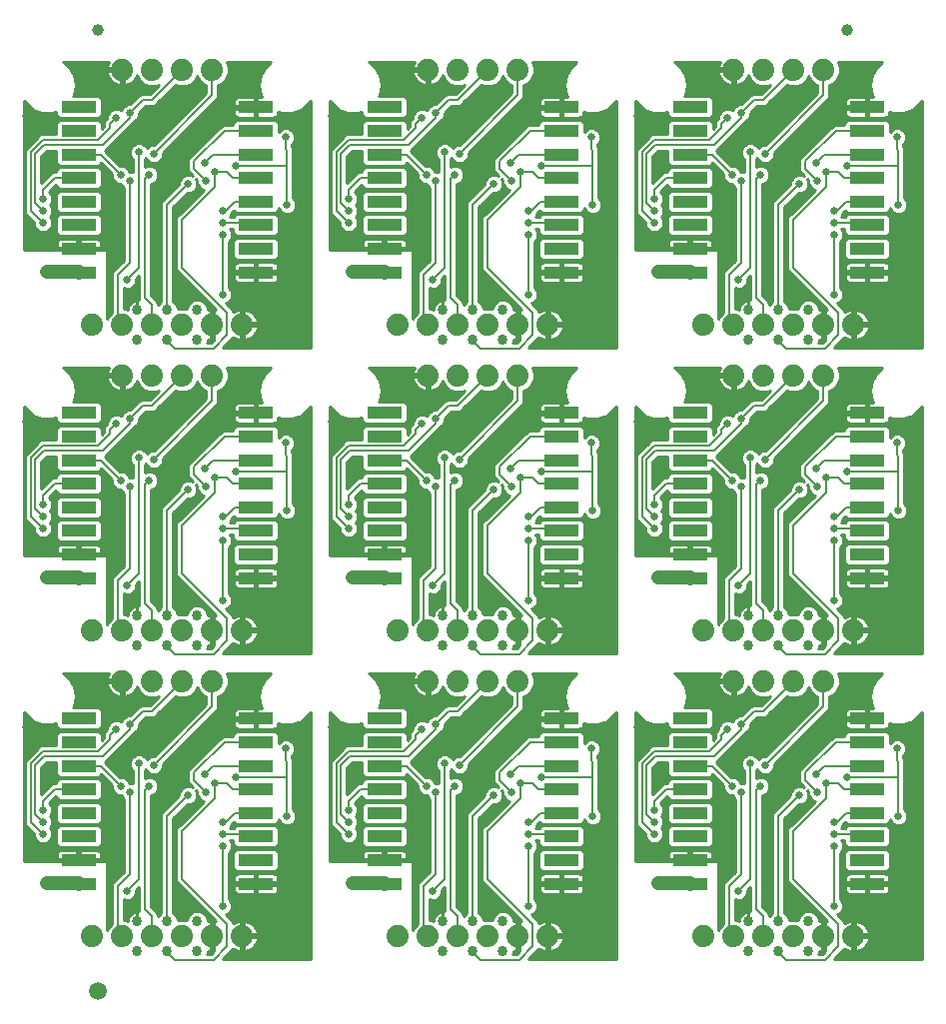
<source format=gbl>
G75*
%MOIN*%
%OFA0B0*%
%FSLAX25Y25*%
%IPPOS*%
%LPD*%
%AMOC8*
5,1,8,0,0,1.08239X$1,22.5*
%
%ADD10C,0.07400*%
%ADD11C,0.03400*%
%ADD12R,0.11811X0.03937*%
%ADD13C,0.03937*%
%ADD14C,0.05906*%
%ADD15C,0.00600*%
%ADD16C,0.02600*%
%ADD17C,0.01000*%
%ADD18C,0.04500*%
D10*
X0053750Y0038750D03*
X0063750Y0038750D03*
X0073750Y0038750D03*
X0083750Y0038750D03*
X0093750Y0038750D03*
X0103750Y0038750D03*
X0155750Y0038750D03*
X0165750Y0038750D03*
X0175750Y0038750D03*
X0185750Y0038750D03*
X0195750Y0038750D03*
X0205750Y0038750D03*
X0257750Y0038750D03*
X0267750Y0038750D03*
X0277750Y0038750D03*
X0287750Y0038750D03*
X0297750Y0038750D03*
X0307750Y0038750D03*
X0297750Y0123750D03*
X0287750Y0123750D03*
X0277750Y0123750D03*
X0267750Y0123750D03*
X0267750Y0140750D03*
X0257750Y0140750D03*
X0277750Y0140750D03*
X0287750Y0140750D03*
X0297750Y0140750D03*
X0307750Y0140750D03*
X0297750Y0225750D03*
X0287750Y0225750D03*
X0277750Y0225750D03*
X0267750Y0225750D03*
X0267750Y0242750D03*
X0257750Y0242750D03*
X0277750Y0242750D03*
X0287750Y0242750D03*
X0297750Y0242750D03*
X0307750Y0242750D03*
X0297750Y0327750D03*
X0287750Y0327750D03*
X0277750Y0327750D03*
X0267750Y0327750D03*
X0195750Y0327750D03*
X0185750Y0327750D03*
X0175750Y0327750D03*
X0165750Y0327750D03*
X0093750Y0327750D03*
X0083750Y0327750D03*
X0073750Y0327750D03*
X0063750Y0327750D03*
X0063750Y0242750D03*
X0053750Y0242750D03*
X0063750Y0225750D03*
X0073750Y0225750D03*
X0083750Y0225750D03*
X0093750Y0225750D03*
X0093750Y0242750D03*
X0083750Y0242750D03*
X0073750Y0242750D03*
X0103750Y0242750D03*
X0155750Y0242750D03*
X0165750Y0242750D03*
X0175750Y0242750D03*
X0185750Y0242750D03*
X0195750Y0242750D03*
X0205750Y0242750D03*
X0195750Y0225750D03*
X0185750Y0225750D03*
X0175750Y0225750D03*
X0165750Y0225750D03*
X0165750Y0140750D03*
X0155750Y0140750D03*
X0175750Y0140750D03*
X0185750Y0140750D03*
X0195750Y0140750D03*
X0205750Y0140750D03*
X0195750Y0123750D03*
X0185750Y0123750D03*
X0175750Y0123750D03*
X0165750Y0123750D03*
X0103750Y0140750D03*
X0093750Y0140750D03*
X0083750Y0140750D03*
X0073750Y0140750D03*
X0063750Y0140750D03*
X0053750Y0140750D03*
X0063750Y0123750D03*
X0073750Y0123750D03*
X0083750Y0123750D03*
X0093750Y0123750D03*
D11*
X0088750Y0135750D03*
X0088750Y0145750D03*
X0078750Y0145750D03*
X0068750Y0145750D03*
X0068750Y0135750D03*
X0078750Y0135750D03*
X0038750Y0158250D03*
X0068750Y0237750D03*
X0068750Y0247750D03*
X0078750Y0247750D03*
X0078750Y0237750D03*
X0088750Y0237750D03*
X0088750Y0247750D03*
X0140750Y0260250D03*
X0170750Y0247750D03*
X0170750Y0237750D03*
X0180750Y0237750D03*
X0180750Y0247750D03*
X0190750Y0247750D03*
X0190750Y0237750D03*
X0242750Y0260250D03*
X0272750Y0247750D03*
X0272750Y0237750D03*
X0282750Y0237750D03*
X0282750Y0247750D03*
X0292750Y0247750D03*
X0292750Y0237750D03*
X0242750Y0158250D03*
X0272750Y0145750D03*
X0272750Y0135750D03*
X0282750Y0135750D03*
X0292750Y0135750D03*
X0292750Y0145750D03*
X0282750Y0145750D03*
X0190750Y0145750D03*
X0180750Y0145750D03*
X0180750Y0135750D03*
X0190750Y0135750D03*
X0170750Y0135750D03*
X0170750Y0145750D03*
X0140750Y0158250D03*
X0140750Y0056250D03*
X0170750Y0043750D03*
X0170750Y0033750D03*
X0180750Y0033750D03*
X0180750Y0043750D03*
X0190750Y0043750D03*
X0190750Y0033750D03*
X0242750Y0056250D03*
X0272750Y0043750D03*
X0272750Y0033750D03*
X0282750Y0033750D03*
X0282750Y0043750D03*
X0292750Y0043750D03*
X0292750Y0033750D03*
X0088750Y0033750D03*
X0088750Y0043750D03*
X0078750Y0043750D03*
X0078750Y0033750D03*
X0068750Y0033750D03*
X0068750Y0043750D03*
X0038750Y0056250D03*
X0038750Y0260250D03*
D12*
X0049222Y0260191D03*
X0049222Y0268065D03*
X0049222Y0275939D03*
X0049222Y0283813D03*
X0049222Y0291687D03*
X0049222Y0299561D03*
X0049222Y0307435D03*
X0049222Y0315309D03*
X0108278Y0315309D03*
X0108278Y0307435D03*
X0108278Y0299561D03*
X0108278Y0291687D03*
X0108278Y0283813D03*
X0108278Y0275939D03*
X0108278Y0268065D03*
X0108278Y0260191D03*
X0151222Y0260191D03*
X0151222Y0268065D03*
X0151222Y0275939D03*
X0151222Y0283813D03*
X0151222Y0291687D03*
X0151222Y0299561D03*
X0151222Y0307435D03*
X0151222Y0315309D03*
X0210278Y0315309D03*
X0210278Y0307435D03*
X0210278Y0299561D03*
X0210278Y0291687D03*
X0210278Y0283813D03*
X0210278Y0275939D03*
X0210278Y0268065D03*
X0210278Y0260191D03*
X0253222Y0260191D03*
X0253222Y0268065D03*
X0253222Y0275939D03*
X0253222Y0283813D03*
X0253222Y0291687D03*
X0253222Y0299561D03*
X0253222Y0307435D03*
X0253222Y0315309D03*
X0312278Y0315309D03*
X0312278Y0307435D03*
X0312278Y0299561D03*
X0312278Y0291687D03*
X0312278Y0283813D03*
X0312278Y0275939D03*
X0312278Y0268065D03*
X0312278Y0260191D03*
X0312278Y0213309D03*
X0312278Y0205435D03*
X0312278Y0197561D03*
X0312278Y0189687D03*
X0312278Y0181813D03*
X0312278Y0173939D03*
X0312278Y0166065D03*
X0312278Y0158191D03*
X0312278Y0111309D03*
X0312278Y0103435D03*
X0312278Y0095561D03*
X0312278Y0087687D03*
X0312278Y0079813D03*
X0312278Y0071939D03*
X0312278Y0064065D03*
X0312278Y0056191D03*
X0253222Y0056191D03*
X0253222Y0064065D03*
X0253222Y0071939D03*
X0253222Y0079813D03*
X0253222Y0087687D03*
X0253222Y0095561D03*
X0253222Y0103435D03*
X0253222Y0111309D03*
X0210278Y0111309D03*
X0210278Y0103435D03*
X0210278Y0095561D03*
X0210278Y0087687D03*
X0210278Y0079813D03*
X0210278Y0071939D03*
X0210278Y0064065D03*
X0210278Y0056191D03*
X0151222Y0056191D03*
X0151222Y0064065D03*
X0151222Y0071939D03*
X0151222Y0079813D03*
X0151222Y0087687D03*
X0151222Y0095561D03*
X0151222Y0103435D03*
X0151222Y0111309D03*
X0108278Y0111309D03*
X0108278Y0103435D03*
X0108278Y0095561D03*
X0108278Y0087687D03*
X0108278Y0079813D03*
X0108278Y0071939D03*
X0108278Y0064065D03*
X0108278Y0056191D03*
X0049222Y0056191D03*
X0049222Y0064065D03*
X0049222Y0071939D03*
X0049222Y0079813D03*
X0049222Y0087687D03*
X0049222Y0095561D03*
X0049222Y0103435D03*
X0049222Y0111309D03*
X0049222Y0158191D03*
X0049222Y0166065D03*
X0049222Y0173939D03*
X0049222Y0181813D03*
X0049222Y0189687D03*
X0049222Y0197561D03*
X0049222Y0205435D03*
X0049222Y0213309D03*
X0108278Y0213309D03*
X0108278Y0205435D03*
X0108278Y0197561D03*
X0108278Y0189687D03*
X0108278Y0181813D03*
X0108278Y0173939D03*
X0108278Y0166065D03*
X0108278Y0158191D03*
X0151222Y0158191D03*
X0151222Y0166065D03*
X0151222Y0173939D03*
X0151222Y0181813D03*
X0151222Y0189687D03*
X0151222Y0197561D03*
X0151222Y0205435D03*
X0151222Y0213309D03*
X0210278Y0213309D03*
X0210278Y0205435D03*
X0210278Y0197561D03*
X0210278Y0189687D03*
X0210278Y0181813D03*
X0210278Y0173939D03*
X0210278Y0166065D03*
X0210278Y0158191D03*
X0253222Y0158191D03*
X0253222Y0166065D03*
X0253222Y0173939D03*
X0253222Y0181813D03*
X0253222Y0189687D03*
X0253222Y0197561D03*
X0253222Y0205435D03*
X0253222Y0213309D03*
D13*
X0305750Y0341000D03*
X0055750Y0341000D03*
D14*
X0055750Y0020500D03*
D15*
X0063750Y0038750D02*
X0062250Y0040250D01*
X0062250Y0055250D01*
X0066250Y0059250D01*
X0066250Y0086750D01*
X0063250Y0088750D02*
X0056750Y0095250D01*
X0049533Y0095250D01*
X0049222Y0095561D01*
X0049285Y0087750D02*
X0049222Y0087687D01*
X0041187Y0087687D01*
X0037250Y0083750D01*
X0037250Y0080750D01*
X0034750Y0079250D02*
X0034750Y0095750D01*
X0037750Y0098750D01*
X0057250Y0098750D01*
X0066250Y0107750D01*
X0066250Y0109250D01*
X0070750Y0113750D01*
X0073750Y0113750D01*
X0083750Y0123750D01*
X0093750Y0123750D02*
X0093750Y0115250D01*
X0074250Y0095750D01*
X0069250Y0096250D02*
X0069250Y0057750D01*
X0065250Y0053750D01*
X0071250Y0047750D02*
X0071250Y0087250D01*
X0072750Y0088750D01*
X0078750Y0078750D02*
X0085750Y0085750D01*
X0087750Y0090750D02*
X0091750Y0086750D01*
X0094750Y0084750D02*
X0094750Y0089750D01*
X0098750Y0089750D01*
X0100750Y0087750D01*
X0108215Y0087750D01*
X0108278Y0087687D01*
X0101750Y0091750D02*
X0118750Y0091750D01*
X0118750Y0096750D01*
X0118250Y0097250D01*
X0118250Y0101250D01*
X0108278Y0103435D02*
X0097935Y0103435D01*
X0087750Y0093250D01*
X0087750Y0090750D01*
X0091250Y0092750D02*
X0094061Y0095561D01*
X0108278Y0095561D01*
X0118750Y0091750D02*
X0118750Y0078750D01*
X0108278Y0079813D02*
X0108215Y0079750D01*
X0101250Y0079750D01*
X0098250Y0076750D01*
X0097250Y0076750D01*
X0097250Y0072750D02*
X0107467Y0072750D01*
X0108278Y0071939D01*
X0097250Y0068750D02*
X0097250Y0048750D01*
X0098750Y0042750D02*
X0083750Y0057750D01*
X0083750Y0073750D01*
X0094750Y0084750D01*
X0078750Y0078750D02*
X0078750Y0043750D01*
X0073750Y0045250D02*
X0073750Y0038750D01*
X0078750Y0033750D02*
X0078750Y0033250D01*
X0081250Y0030750D01*
X0094250Y0030750D01*
X0098750Y0035250D01*
X0098750Y0042750D01*
X0073750Y0045250D02*
X0071250Y0047750D01*
X0037250Y0072750D02*
X0033250Y0076750D01*
X0033250Y0096250D01*
X0037250Y0100250D01*
X0055750Y0100250D01*
X0059750Y0104250D01*
X0059750Y0105750D01*
X0061750Y0107750D01*
X0081250Y0132750D02*
X0078750Y0135250D01*
X0078750Y0135750D01*
X0081250Y0132750D02*
X0094250Y0132750D01*
X0098750Y0137250D01*
X0098750Y0144750D01*
X0083750Y0159750D01*
X0083750Y0175750D01*
X0094750Y0186750D01*
X0094750Y0191750D01*
X0098750Y0191750D01*
X0100750Y0189750D01*
X0108215Y0189750D01*
X0108278Y0189687D01*
X0101750Y0193750D02*
X0118750Y0193750D01*
X0118750Y0198750D01*
X0118250Y0199250D01*
X0118250Y0203250D01*
X0118750Y0193750D02*
X0118750Y0180750D01*
X0108278Y0181813D02*
X0108215Y0181750D01*
X0101250Y0181750D01*
X0098250Y0178750D01*
X0097250Y0178750D01*
X0097250Y0174750D02*
X0107467Y0174750D01*
X0108278Y0173939D01*
X0097250Y0170750D02*
X0097250Y0150750D01*
X0078750Y0145750D02*
X0078750Y0180750D01*
X0085750Y0187750D01*
X0087750Y0192750D02*
X0091750Y0188750D01*
X0087750Y0192750D02*
X0087750Y0195250D01*
X0097935Y0205435D01*
X0108278Y0205435D01*
X0108278Y0197561D02*
X0094061Y0197561D01*
X0091250Y0194750D01*
X0074250Y0197750D02*
X0093750Y0217250D01*
X0093750Y0225750D01*
X0094250Y0234750D02*
X0098750Y0239250D01*
X0098750Y0246750D01*
X0083750Y0261750D01*
X0083750Y0277750D01*
X0094750Y0288750D01*
X0094750Y0293750D01*
X0098750Y0293750D01*
X0100750Y0291750D01*
X0108215Y0291750D01*
X0108278Y0291687D01*
X0101750Y0295750D02*
X0118750Y0295750D01*
X0118750Y0300750D01*
X0118250Y0301250D01*
X0118250Y0305250D01*
X0108278Y0307435D02*
X0097935Y0307435D01*
X0087750Y0297250D01*
X0087750Y0294750D01*
X0091750Y0290750D01*
X0085750Y0289750D02*
X0078750Y0282750D01*
X0078750Y0247750D01*
X0073750Y0249250D02*
X0073750Y0242750D01*
X0078750Y0237750D02*
X0078750Y0237250D01*
X0081250Y0234750D01*
X0094250Y0234750D01*
X0083750Y0225750D02*
X0073750Y0215750D01*
X0070750Y0215750D01*
X0066250Y0211250D01*
X0066250Y0209750D01*
X0057250Y0200750D01*
X0037750Y0200750D01*
X0034750Y0197750D01*
X0034750Y0181250D01*
X0037250Y0178750D01*
X0037250Y0174750D02*
X0033250Y0178750D01*
X0033250Y0198250D01*
X0037250Y0202250D01*
X0055750Y0202250D01*
X0059750Y0206250D01*
X0059750Y0207750D01*
X0061750Y0209750D01*
X0056750Y0197250D02*
X0049533Y0197250D01*
X0049222Y0197561D01*
X0056750Y0197250D02*
X0063250Y0190750D01*
X0066250Y0188750D02*
X0066250Y0161250D01*
X0062250Y0157250D01*
X0062250Y0142250D01*
X0063750Y0140750D01*
X0073750Y0140750D02*
X0073750Y0147250D01*
X0071250Y0149750D01*
X0071250Y0189250D01*
X0072750Y0190750D01*
X0069250Y0198250D02*
X0069250Y0159750D01*
X0065250Y0155750D01*
X0037250Y0182750D02*
X0037250Y0185750D01*
X0041187Y0189687D01*
X0049222Y0189687D01*
X0049285Y0189750D01*
X0063750Y0242750D02*
X0062250Y0244250D01*
X0062250Y0259250D01*
X0066250Y0263250D01*
X0066250Y0290750D01*
X0063250Y0292750D02*
X0056750Y0299250D01*
X0049533Y0299250D01*
X0049222Y0299561D01*
X0055750Y0304250D02*
X0059750Y0308250D01*
X0059750Y0309750D01*
X0061750Y0311750D01*
X0066250Y0311750D02*
X0066250Y0313250D01*
X0070750Y0317750D01*
X0073750Y0317750D01*
X0083750Y0327750D01*
X0093750Y0327750D02*
X0093750Y0319250D01*
X0074250Y0299750D01*
X0069250Y0300250D02*
X0069250Y0261750D01*
X0065250Y0257750D01*
X0071250Y0251750D02*
X0071250Y0291250D01*
X0072750Y0292750D01*
X0057250Y0302750D02*
X0037750Y0302750D01*
X0034750Y0299750D01*
X0034750Y0283250D01*
X0037250Y0280750D01*
X0037250Y0276750D02*
X0033250Y0280750D01*
X0033250Y0300250D01*
X0037250Y0304250D01*
X0055750Y0304250D01*
X0057250Y0302750D02*
X0066250Y0311750D01*
X0049285Y0291750D02*
X0049222Y0291687D01*
X0041187Y0291687D01*
X0037250Y0287750D01*
X0037250Y0284750D01*
X0071250Y0251750D02*
X0073750Y0249250D01*
X0097250Y0252750D02*
X0097250Y0272750D01*
X0097250Y0276750D02*
X0107467Y0276750D01*
X0108278Y0275939D01*
X0108215Y0283750D02*
X0101250Y0283750D01*
X0098250Y0280750D01*
X0097250Y0280750D01*
X0108215Y0283750D02*
X0108278Y0283813D01*
X0118750Y0282750D02*
X0118750Y0295750D01*
X0108278Y0299561D02*
X0094061Y0299561D01*
X0091250Y0296750D01*
X0135250Y0300250D02*
X0135250Y0280750D01*
X0139250Y0276750D01*
X0139250Y0280750D02*
X0136750Y0283250D01*
X0136750Y0299750D01*
X0139750Y0302750D01*
X0159250Y0302750D01*
X0168250Y0311750D01*
X0168250Y0313250D01*
X0172750Y0317750D01*
X0175750Y0317750D01*
X0185750Y0327750D01*
X0195750Y0327750D02*
X0195750Y0319250D01*
X0176250Y0299750D01*
X0174750Y0292750D02*
X0173250Y0291250D01*
X0173250Y0251750D01*
X0175750Y0249250D01*
X0175750Y0242750D01*
X0180750Y0237750D02*
X0180750Y0237250D01*
X0183250Y0234750D01*
X0196250Y0234750D01*
X0200750Y0239250D01*
X0200750Y0246750D01*
X0185750Y0261750D01*
X0185750Y0277750D01*
X0196750Y0288750D01*
X0196750Y0293750D01*
X0200750Y0293750D01*
X0202750Y0291750D01*
X0210215Y0291750D01*
X0210278Y0291687D01*
X0203750Y0295750D02*
X0220750Y0295750D01*
X0220750Y0300750D01*
X0220250Y0301250D01*
X0220250Y0305250D01*
X0220750Y0295750D02*
X0220750Y0282750D01*
X0210278Y0283813D02*
X0210215Y0283750D01*
X0203250Y0283750D01*
X0200250Y0280750D01*
X0199250Y0280750D01*
X0199250Y0276750D02*
X0209467Y0276750D01*
X0210278Y0275939D01*
X0199250Y0272750D02*
X0199250Y0252750D01*
X0180750Y0247750D02*
X0180750Y0282750D01*
X0187750Y0289750D01*
X0189750Y0294750D02*
X0193750Y0290750D01*
X0189750Y0294750D02*
X0189750Y0297250D01*
X0199935Y0307435D01*
X0210278Y0307435D01*
X0210278Y0299561D02*
X0196061Y0299561D01*
X0193250Y0296750D01*
X0171250Y0300250D02*
X0171250Y0261750D01*
X0167250Y0257750D01*
X0164250Y0259250D02*
X0168250Y0263250D01*
X0168250Y0290750D01*
X0165250Y0292750D02*
X0158750Y0299250D01*
X0151533Y0299250D01*
X0151222Y0299561D01*
X0157750Y0304250D02*
X0161750Y0308250D01*
X0161750Y0309750D01*
X0163750Y0311750D01*
X0157750Y0304250D02*
X0139250Y0304250D01*
X0135250Y0300250D01*
X0143187Y0291687D02*
X0139250Y0287750D01*
X0139250Y0284750D01*
X0143187Y0291687D02*
X0151222Y0291687D01*
X0151285Y0291750D01*
X0164250Y0259250D02*
X0164250Y0244250D01*
X0165750Y0242750D01*
X0185750Y0225750D02*
X0175750Y0215750D01*
X0172750Y0215750D01*
X0168250Y0211250D01*
X0168250Y0209750D01*
X0159250Y0200750D01*
X0139750Y0200750D01*
X0136750Y0197750D01*
X0136750Y0181250D01*
X0139250Y0178750D01*
X0139250Y0174750D02*
X0135250Y0178750D01*
X0135250Y0198250D01*
X0139250Y0202250D01*
X0157750Y0202250D01*
X0161750Y0206250D01*
X0161750Y0207750D01*
X0163750Y0209750D01*
X0158750Y0197250D02*
X0151533Y0197250D01*
X0151222Y0197561D01*
X0158750Y0197250D02*
X0165250Y0190750D01*
X0168250Y0188750D02*
X0168250Y0161250D01*
X0164250Y0157250D01*
X0164250Y0142250D01*
X0165750Y0140750D01*
X0175750Y0140750D02*
X0175750Y0147250D01*
X0173250Y0149750D01*
X0173250Y0189250D01*
X0174750Y0190750D01*
X0176250Y0197750D02*
X0195750Y0217250D01*
X0195750Y0225750D01*
X0199935Y0205435D02*
X0189750Y0195250D01*
X0189750Y0192750D01*
X0193750Y0188750D01*
X0196750Y0186750D02*
X0196750Y0191750D01*
X0200750Y0191750D01*
X0202750Y0189750D01*
X0210215Y0189750D01*
X0210278Y0189687D01*
X0203750Y0193750D02*
X0220750Y0193750D01*
X0220750Y0198750D01*
X0220250Y0199250D01*
X0220250Y0203250D01*
X0220750Y0193750D02*
X0220750Y0180750D01*
X0210278Y0181813D02*
X0210215Y0181750D01*
X0203250Y0181750D01*
X0200250Y0178750D01*
X0199250Y0178750D01*
X0199250Y0174750D02*
X0209467Y0174750D01*
X0210278Y0173939D01*
X0199250Y0170750D02*
X0199250Y0150750D01*
X0200750Y0144750D02*
X0185750Y0159750D01*
X0185750Y0175750D01*
X0196750Y0186750D01*
X0193250Y0194750D02*
X0196061Y0197561D01*
X0210278Y0197561D01*
X0210278Y0205435D02*
X0199935Y0205435D01*
X0187750Y0187750D02*
X0180750Y0180750D01*
X0180750Y0145750D01*
X0180750Y0135750D02*
X0180750Y0135250D01*
X0183250Y0132750D01*
X0196250Y0132750D01*
X0200750Y0137250D01*
X0200750Y0144750D01*
X0195750Y0123750D02*
X0195750Y0115250D01*
X0176250Y0095750D01*
X0174750Y0088750D02*
X0173250Y0087250D01*
X0173250Y0047750D01*
X0175750Y0045250D01*
X0175750Y0038750D01*
X0180750Y0033750D02*
X0180750Y0033250D01*
X0183250Y0030750D01*
X0196250Y0030750D01*
X0200750Y0035250D01*
X0200750Y0042750D01*
X0185750Y0057750D01*
X0185750Y0073750D01*
X0196750Y0084750D01*
X0196750Y0089750D01*
X0200750Y0089750D01*
X0202750Y0087750D01*
X0210215Y0087750D01*
X0210278Y0087687D01*
X0203750Y0091750D02*
X0220750Y0091750D01*
X0220750Y0096750D01*
X0220250Y0097250D01*
X0220250Y0101250D01*
X0220750Y0091750D02*
X0220750Y0078750D01*
X0210278Y0079813D02*
X0210215Y0079750D01*
X0203250Y0079750D01*
X0200250Y0076750D01*
X0199250Y0076750D01*
X0199250Y0072750D02*
X0209467Y0072750D01*
X0210278Y0071939D01*
X0199250Y0068750D02*
X0199250Y0048750D01*
X0180750Y0043750D02*
X0180750Y0078750D01*
X0187750Y0085750D01*
X0189750Y0090750D02*
X0193750Y0086750D01*
X0189750Y0090750D02*
X0189750Y0093250D01*
X0199935Y0103435D01*
X0210278Y0103435D01*
X0210278Y0095561D02*
X0196061Y0095561D01*
X0193250Y0092750D01*
X0171250Y0096250D02*
X0171250Y0057750D01*
X0167250Y0053750D01*
X0164250Y0055250D02*
X0168250Y0059250D01*
X0168250Y0086750D01*
X0165250Y0088750D02*
X0158750Y0095250D01*
X0151533Y0095250D01*
X0151222Y0095561D01*
X0151285Y0087750D02*
X0151222Y0087687D01*
X0143187Y0087687D01*
X0139250Y0083750D01*
X0139250Y0080750D01*
X0136750Y0079250D02*
X0136750Y0095750D01*
X0139750Y0098750D01*
X0159250Y0098750D01*
X0168250Y0107750D01*
X0168250Y0109250D01*
X0172750Y0113750D01*
X0175750Y0113750D01*
X0185750Y0123750D01*
X0163750Y0107750D02*
X0161750Y0105750D01*
X0161750Y0104250D01*
X0157750Y0100250D01*
X0139250Y0100250D01*
X0135250Y0096250D01*
X0135250Y0076750D01*
X0139250Y0072750D01*
X0139250Y0076750D02*
X0136750Y0079250D01*
X0164250Y0055250D02*
X0164250Y0040250D01*
X0165750Y0038750D01*
X0237250Y0076750D02*
X0237250Y0096250D01*
X0241250Y0100250D01*
X0259750Y0100250D01*
X0263750Y0104250D01*
X0263750Y0105750D01*
X0265750Y0107750D01*
X0270250Y0107750D02*
X0270250Y0109250D01*
X0274750Y0113750D01*
X0277750Y0113750D01*
X0287750Y0123750D01*
X0297750Y0123750D02*
X0297750Y0115250D01*
X0278250Y0095750D01*
X0273250Y0096250D02*
X0273250Y0057750D01*
X0269250Y0053750D01*
X0266250Y0055250D02*
X0270250Y0059250D01*
X0270250Y0086750D01*
X0267250Y0088750D02*
X0260750Y0095250D01*
X0253533Y0095250D01*
X0253222Y0095561D01*
X0253285Y0087750D02*
X0253222Y0087687D01*
X0245187Y0087687D01*
X0241250Y0083750D01*
X0241250Y0080750D01*
X0238750Y0079250D02*
X0238750Y0095750D01*
X0241750Y0098750D01*
X0261250Y0098750D01*
X0270250Y0107750D01*
X0276750Y0088750D02*
X0275250Y0087250D01*
X0275250Y0047750D01*
X0277750Y0045250D01*
X0277750Y0038750D01*
X0282750Y0033750D02*
X0282750Y0033250D01*
X0285250Y0030750D01*
X0298250Y0030750D01*
X0302750Y0035250D01*
X0302750Y0042750D01*
X0287750Y0057750D01*
X0287750Y0073750D01*
X0298750Y0084750D01*
X0298750Y0089750D01*
X0302750Y0089750D01*
X0304750Y0087750D01*
X0312215Y0087750D01*
X0312278Y0087687D01*
X0305750Y0091750D02*
X0322750Y0091750D01*
X0322750Y0096750D01*
X0322250Y0097250D01*
X0322250Y0101250D01*
X0322750Y0091750D02*
X0322750Y0078750D01*
X0312278Y0079813D02*
X0312215Y0079750D01*
X0305250Y0079750D01*
X0302250Y0076750D01*
X0301250Y0076750D01*
X0301250Y0072750D02*
X0311467Y0072750D01*
X0312278Y0071939D01*
X0301250Y0068750D02*
X0301250Y0048750D01*
X0282750Y0043750D02*
X0282750Y0078750D01*
X0289750Y0085750D01*
X0291750Y0090750D02*
X0295750Y0086750D01*
X0291750Y0090750D02*
X0291750Y0093250D01*
X0301935Y0103435D01*
X0312278Y0103435D01*
X0312278Y0095561D02*
X0298061Y0095561D01*
X0295250Y0092750D01*
X0298250Y0132750D02*
X0285250Y0132750D01*
X0282750Y0135250D01*
X0282750Y0135750D01*
X0277750Y0140750D02*
X0277750Y0147250D01*
X0275250Y0149750D01*
X0275250Y0189250D01*
X0276750Y0190750D01*
X0270250Y0188750D02*
X0270250Y0161250D01*
X0266250Y0157250D01*
X0266250Y0142250D01*
X0267750Y0140750D01*
X0269250Y0155750D02*
X0273250Y0159750D01*
X0273250Y0198250D01*
X0278250Y0197750D02*
X0297750Y0217250D01*
X0297750Y0225750D01*
X0298250Y0234750D02*
X0302750Y0239250D01*
X0302750Y0246750D01*
X0287750Y0261750D01*
X0287750Y0277750D01*
X0298750Y0288750D01*
X0298750Y0293750D01*
X0302750Y0293750D01*
X0304750Y0291750D01*
X0312215Y0291750D01*
X0312278Y0291687D01*
X0305750Y0295750D02*
X0322750Y0295750D01*
X0322750Y0300750D01*
X0322250Y0301250D01*
X0322250Y0305250D01*
X0322750Y0295750D02*
X0322750Y0282750D01*
X0312278Y0283813D02*
X0312215Y0283750D01*
X0305250Y0283750D01*
X0302250Y0280750D01*
X0301250Y0280750D01*
X0301250Y0276750D02*
X0311467Y0276750D01*
X0312278Y0275939D01*
X0301250Y0272750D02*
X0301250Y0252750D01*
X0282750Y0247750D02*
X0282750Y0282750D01*
X0289750Y0289750D01*
X0291750Y0294750D02*
X0295750Y0290750D01*
X0291750Y0294750D02*
X0291750Y0297250D01*
X0301935Y0307435D01*
X0312278Y0307435D01*
X0312278Y0299561D02*
X0298061Y0299561D01*
X0295250Y0296750D01*
X0278250Y0299750D02*
X0297750Y0319250D01*
X0297750Y0327750D01*
X0287750Y0327750D02*
X0277750Y0317750D01*
X0274750Y0317750D01*
X0270250Y0313250D01*
X0270250Y0311750D01*
X0261250Y0302750D01*
X0241750Y0302750D01*
X0238750Y0299750D01*
X0238750Y0283250D01*
X0241250Y0280750D01*
X0241250Y0276750D02*
X0237250Y0280750D01*
X0237250Y0300250D01*
X0241250Y0304250D01*
X0259750Y0304250D01*
X0263750Y0308250D01*
X0263750Y0309750D01*
X0265750Y0311750D01*
X0260750Y0299250D02*
X0253533Y0299250D01*
X0253222Y0299561D01*
X0260750Y0299250D02*
X0267250Y0292750D01*
X0270250Y0290750D02*
X0270250Y0263250D01*
X0266250Y0259250D01*
X0266250Y0244250D01*
X0267750Y0242750D01*
X0275250Y0251750D02*
X0275250Y0291250D01*
X0276750Y0292750D01*
X0273250Y0300250D02*
X0273250Y0261750D01*
X0269250Y0257750D01*
X0275250Y0251750D02*
X0277750Y0249250D01*
X0277750Y0242750D01*
X0282750Y0237750D02*
X0282750Y0237250D01*
X0285250Y0234750D01*
X0298250Y0234750D01*
X0287750Y0225750D02*
X0277750Y0215750D01*
X0274750Y0215750D01*
X0270250Y0211250D01*
X0270250Y0209750D01*
X0261250Y0200750D01*
X0241750Y0200750D01*
X0238750Y0197750D01*
X0238750Y0181250D01*
X0241250Y0178750D01*
X0241250Y0174750D02*
X0237250Y0178750D01*
X0237250Y0198250D01*
X0241250Y0202250D01*
X0259750Y0202250D01*
X0263750Y0206250D01*
X0263750Y0207750D01*
X0265750Y0209750D01*
X0260750Y0197250D02*
X0253533Y0197250D01*
X0253222Y0197561D01*
X0260750Y0197250D02*
X0267250Y0190750D01*
X0253285Y0189750D02*
X0253222Y0189687D01*
X0245187Y0189687D01*
X0241250Y0185750D01*
X0241250Y0182750D01*
X0282750Y0180750D02*
X0282750Y0145750D01*
X0287750Y0159750D02*
X0287750Y0175750D01*
X0298750Y0186750D01*
X0298750Y0191750D01*
X0302750Y0191750D01*
X0304750Y0189750D01*
X0312215Y0189750D01*
X0312278Y0189687D01*
X0305750Y0193750D02*
X0322750Y0193750D01*
X0322750Y0198750D01*
X0322250Y0199250D01*
X0322250Y0203250D01*
X0322750Y0193750D02*
X0322750Y0180750D01*
X0312278Y0181813D02*
X0312215Y0181750D01*
X0305250Y0181750D01*
X0302250Y0178750D01*
X0301250Y0178750D01*
X0301250Y0174750D02*
X0311467Y0174750D01*
X0312278Y0173939D01*
X0301250Y0170750D02*
X0301250Y0150750D01*
X0302750Y0144750D02*
X0287750Y0159750D01*
X0302750Y0144750D02*
X0302750Y0137250D01*
X0298250Y0132750D01*
X0282750Y0180750D02*
X0289750Y0187750D01*
X0291750Y0192750D02*
X0295750Y0188750D01*
X0291750Y0192750D02*
X0291750Y0195250D01*
X0301935Y0205435D01*
X0312278Y0205435D01*
X0312278Y0197561D02*
X0298061Y0197561D01*
X0295250Y0194750D01*
X0241250Y0284750D02*
X0241250Y0287750D01*
X0245187Y0291687D01*
X0253222Y0291687D01*
X0253285Y0291750D01*
X0171250Y0198250D02*
X0171250Y0159750D01*
X0167250Y0155750D01*
X0139250Y0182750D02*
X0139250Y0185750D01*
X0143187Y0189687D01*
X0151222Y0189687D01*
X0151285Y0189750D01*
X0238750Y0079250D02*
X0241250Y0076750D01*
X0241250Y0072750D02*
X0237250Y0076750D01*
X0266250Y0055250D02*
X0266250Y0040250D01*
X0267750Y0038750D01*
X0037250Y0076750D02*
X0034750Y0079250D01*
D16*
X0037250Y0080750D03*
X0037250Y0076750D03*
X0037250Y0072750D03*
X0040250Y0093250D03*
X0031750Y0108250D03*
X0061750Y0107750D03*
X0066250Y0109250D03*
X0074250Y0100250D03*
X0069250Y0096250D03*
X0074250Y0095750D03*
X0077250Y0091250D03*
X0072750Y0088750D03*
X0066250Y0086750D03*
X0063250Y0088750D03*
X0058750Y0073750D03*
X0060250Y0058250D03*
X0065250Y0053750D03*
X0074750Y0049250D03*
X0097250Y0048750D03*
X0097250Y0068750D03*
X0097250Y0072750D03*
X0097250Y0076750D03*
X0091750Y0086750D03*
X0094750Y0089750D03*
X0091250Y0092750D03*
X0085750Y0085750D03*
X0101750Y0091750D03*
X0118250Y0101250D03*
X0133750Y0108250D03*
X0142250Y0093250D03*
X0139250Y0080750D03*
X0139250Y0076750D03*
X0139250Y0072750D03*
X0118750Y0073750D03*
X0118750Y0078750D03*
X0078750Y0111750D03*
X0074750Y0151250D03*
X0065250Y0155750D03*
X0060250Y0160250D03*
X0058750Y0175750D03*
X0066250Y0188750D03*
X0063250Y0190750D03*
X0072750Y0190750D03*
X0077250Y0193250D03*
X0074250Y0197750D03*
X0074250Y0202250D03*
X0069250Y0198250D03*
X0066250Y0211250D03*
X0061750Y0209750D03*
X0078750Y0213750D03*
X0091250Y0194750D03*
X0094750Y0191750D03*
X0091750Y0188750D03*
X0085750Y0187750D03*
X0097250Y0178750D03*
X0097250Y0174750D03*
X0097250Y0170750D03*
X0118750Y0175750D03*
X0118750Y0180750D03*
X0101750Y0193750D03*
X0118250Y0203250D03*
X0133750Y0210250D03*
X0142250Y0195250D03*
X0139250Y0182750D03*
X0139250Y0178750D03*
X0139250Y0174750D03*
X0160750Y0175750D03*
X0162250Y0160250D03*
X0167250Y0155750D03*
X0176750Y0151250D03*
X0199250Y0150750D03*
X0199250Y0170750D03*
X0199250Y0174750D03*
X0199250Y0178750D03*
X0193750Y0188750D03*
X0196750Y0191750D03*
X0193250Y0194750D03*
X0187750Y0187750D03*
X0179250Y0193250D03*
X0174750Y0190750D03*
X0168250Y0188750D03*
X0165250Y0190750D03*
X0171250Y0198250D03*
X0176250Y0197750D03*
X0176250Y0202250D03*
X0168250Y0211250D03*
X0163750Y0209750D03*
X0180750Y0213750D03*
X0203750Y0193750D03*
X0220250Y0203250D03*
X0235750Y0210250D03*
X0244250Y0195250D03*
X0241250Y0182750D03*
X0241250Y0178750D03*
X0241250Y0174750D03*
X0220750Y0175750D03*
X0220750Y0180750D03*
X0262750Y0175750D03*
X0264250Y0160250D03*
X0269250Y0155750D03*
X0278750Y0151250D03*
X0301250Y0150750D03*
X0301250Y0170750D03*
X0301250Y0174750D03*
X0301250Y0178750D03*
X0295750Y0188750D03*
X0298750Y0191750D03*
X0295250Y0194750D03*
X0289750Y0187750D03*
X0281250Y0193250D03*
X0276750Y0190750D03*
X0270250Y0188750D03*
X0267250Y0190750D03*
X0273250Y0198250D03*
X0278250Y0197750D03*
X0278250Y0202250D03*
X0270250Y0211250D03*
X0265750Y0209750D03*
X0282750Y0213750D03*
X0305750Y0193750D03*
X0322250Y0203250D03*
X0322750Y0180750D03*
X0322750Y0175750D03*
X0282750Y0111750D03*
X0278250Y0100250D03*
X0273250Y0096250D03*
X0278250Y0095750D03*
X0281250Y0091250D03*
X0276750Y0088750D03*
X0270250Y0086750D03*
X0267250Y0088750D03*
X0262750Y0073750D03*
X0264250Y0058250D03*
X0269250Y0053750D03*
X0278750Y0049250D03*
X0301250Y0048750D03*
X0301250Y0068750D03*
X0301250Y0072750D03*
X0301250Y0076750D03*
X0295750Y0086750D03*
X0298750Y0089750D03*
X0295250Y0092750D03*
X0289750Y0085750D03*
X0305750Y0091750D03*
X0322250Y0101250D03*
X0322750Y0078750D03*
X0322750Y0073750D03*
X0270250Y0109250D03*
X0265750Y0107750D03*
X0244250Y0093250D03*
X0241250Y0080750D03*
X0241250Y0076750D03*
X0241250Y0072750D03*
X0220750Y0073750D03*
X0220750Y0078750D03*
X0203750Y0091750D03*
X0196750Y0089750D03*
X0193750Y0086750D03*
X0193250Y0092750D03*
X0187750Y0085750D03*
X0179250Y0091250D03*
X0174750Y0088750D03*
X0168250Y0086750D03*
X0165250Y0088750D03*
X0171250Y0096250D03*
X0176250Y0095750D03*
X0176250Y0100250D03*
X0168250Y0109250D03*
X0163750Y0107750D03*
X0180750Y0111750D03*
X0199250Y0076750D03*
X0199250Y0072750D03*
X0199250Y0068750D03*
X0199250Y0048750D03*
X0176750Y0049250D03*
X0167250Y0053750D03*
X0162250Y0058250D03*
X0160750Y0073750D03*
X0220250Y0101250D03*
X0235750Y0108250D03*
X0097250Y0150750D03*
X0040250Y0195250D03*
X0037250Y0182750D03*
X0037250Y0178750D03*
X0037250Y0174750D03*
X0031750Y0210250D03*
X0074750Y0253250D03*
X0065250Y0257750D03*
X0060250Y0262250D03*
X0058750Y0277750D03*
X0066250Y0290750D03*
X0063250Y0292750D03*
X0069250Y0300250D03*
X0074250Y0299750D03*
X0074250Y0304250D03*
X0077250Y0295250D03*
X0072750Y0292750D03*
X0085750Y0289750D03*
X0091750Y0290750D03*
X0094750Y0293750D03*
X0091250Y0296750D03*
X0101750Y0295750D03*
X0097250Y0280750D03*
X0097250Y0276750D03*
X0097250Y0272750D03*
X0118750Y0277750D03*
X0118750Y0282750D03*
X0139250Y0280750D03*
X0139250Y0276750D03*
X0139250Y0284750D03*
X0142250Y0297250D03*
X0133750Y0312250D03*
X0118250Y0305250D03*
X0078750Y0315750D03*
X0066250Y0313250D03*
X0061750Y0311750D03*
X0040250Y0297250D03*
X0037250Y0284750D03*
X0037250Y0280750D03*
X0037250Y0276750D03*
X0031750Y0312250D03*
X0097250Y0252750D03*
X0162250Y0262250D03*
X0167250Y0257750D03*
X0176750Y0253250D03*
X0199250Y0252750D03*
X0199250Y0272750D03*
X0199250Y0276750D03*
X0199250Y0280750D03*
X0193750Y0290750D03*
X0196750Y0293750D03*
X0193250Y0296750D03*
X0187750Y0289750D03*
X0179250Y0295250D03*
X0174750Y0292750D03*
X0168250Y0290750D03*
X0165250Y0292750D03*
X0171250Y0300250D03*
X0176250Y0299750D03*
X0176250Y0304250D03*
X0168250Y0313250D03*
X0163750Y0311750D03*
X0180750Y0315750D03*
X0203750Y0295750D03*
X0220250Y0305250D03*
X0235750Y0312250D03*
X0244250Y0297250D03*
X0241250Y0284750D03*
X0241250Y0280750D03*
X0241250Y0276750D03*
X0220750Y0277750D03*
X0220750Y0282750D03*
X0262750Y0277750D03*
X0270250Y0290750D03*
X0267250Y0292750D03*
X0276750Y0292750D03*
X0281250Y0295250D03*
X0278250Y0299750D03*
X0278250Y0304250D03*
X0273250Y0300250D03*
X0265750Y0311750D03*
X0270250Y0313250D03*
X0282750Y0315750D03*
X0295250Y0296750D03*
X0298750Y0293750D03*
X0295750Y0290750D03*
X0289750Y0289750D03*
X0301250Y0280750D03*
X0301250Y0276750D03*
X0301250Y0272750D03*
X0301250Y0252750D03*
X0278750Y0253250D03*
X0269250Y0257750D03*
X0264250Y0262250D03*
X0305750Y0295750D03*
X0322250Y0305250D03*
X0322750Y0282750D03*
X0322750Y0277750D03*
X0160750Y0277750D03*
D17*
X0158828Y0277379D02*
X0166250Y0277379D01*
X0166250Y0276381D02*
X0158828Y0276381D01*
X0158828Y0275382D02*
X0166250Y0275382D01*
X0166250Y0274384D02*
X0158828Y0274384D01*
X0158828Y0273385D02*
X0166250Y0273385D01*
X0166250Y0272387D02*
X0157948Y0272387D01*
X0157832Y0272270D02*
X0158828Y0273266D01*
X0158828Y0278612D01*
X0157832Y0279607D01*
X0144613Y0279607D01*
X0143617Y0278612D01*
X0143617Y0273266D01*
X0144613Y0272270D01*
X0157832Y0272270D01*
X0157707Y0271431D02*
X0157325Y0271533D01*
X0151707Y0271533D01*
X0151707Y0268549D01*
X0158628Y0268549D01*
X0158628Y0270231D01*
X0158526Y0270612D01*
X0158328Y0270954D01*
X0158049Y0271234D01*
X0157707Y0271431D01*
X0157781Y0271388D02*
X0166250Y0271388D01*
X0166250Y0270390D02*
X0158585Y0270390D01*
X0158628Y0269391D02*
X0166250Y0269391D01*
X0166250Y0268393D02*
X0151707Y0268393D01*
X0151707Y0268549D02*
X0151707Y0267750D01*
X0160750Y0267750D01*
X0160750Y0244790D01*
X0161172Y0245809D01*
X0162250Y0246887D01*
X0162250Y0260078D01*
X0163422Y0261250D01*
X0166250Y0264078D01*
X0166250Y0288507D01*
X0165707Y0289051D01*
X0165417Y0289750D01*
X0164653Y0289750D01*
X0163551Y0290207D01*
X0162707Y0291051D01*
X0162250Y0292153D01*
X0162250Y0292922D01*
X0158556Y0296616D01*
X0157832Y0295893D01*
X0144613Y0295893D01*
X0143617Y0296888D01*
X0143617Y0300750D01*
X0140578Y0300750D01*
X0138750Y0298922D01*
X0138750Y0290078D01*
X0142359Y0293687D01*
X0143617Y0293687D01*
X0143617Y0294360D01*
X0144613Y0295355D01*
X0157832Y0295355D01*
X0158828Y0294360D01*
X0158828Y0289014D01*
X0157832Y0288019D01*
X0144613Y0288019D01*
X0143617Y0289014D01*
X0143617Y0289289D01*
X0141286Y0286957D01*
X0141793Y0286449D01*
X0142250Y0285347D01*
X0142250Y0284153D01*
X0141793Y0283051D01*
X0141493Y0282750D01*
X0141793Y0282449D01*
X0142250Y0281347D01*
X0142250Y0280153D01*
X0141793Y0279051D01*
X0141493Y0278750D01*
X0141793Y0278449D01*
X0142250Y0277347D01*
X0142250Y0276153D01*
X0141793Y0275051D01*
X0140949Y0274207D01*
X0139847Y0273750D01*
X0138653Y0273750D01*
X0137551Y0274207D01*
X0136707Y0275051D01*
X0136250Y0276153D01*
X0136250Y0276922D01*
X0134422Y0278750D01*
X0133250Y0279922D01*
X0133250Y0301078D01*
X0137250Y0305078D01*
X0138422Y0306250D01*
X0143617Y0306250D01*
X0143617Y0310108D01*
X0144613Y0311104D01*
X0157832Y0311104D01*
X0158828Y0310108D01*
X0158828Y0308156D01*
X0159750Y0309078D01*
X0159750Y0310578D01*
X0160750Y0311578D01*
X0160750Y0312347D01*
X0161207Y0313449D01*
X0162051Y0314293D01*
X0163153Y0314750D01*
X0164347Y0314750D01*
X0165437Y0314298D01*
X0165707Y0314949D01*
X0166551Y0315793D01*
X0167653Y0316250D01*
X0168422Y0316250D01*
X0171922Y0319750D01*
X0174922Y0319750D01*
X0178015Y0322843D01*
X0176824Y0322350D01*
X0174676Y0322350D01*
X0172691Y0323172D01*
X0171172Y0324691D01*
X0170641Y0325974D01*
X0170569Y0325754D01*
X0170197Y0325025D01*
X0169716Y0324362D01*
X0169138Y0323784D01*
X0168475Y0323303D01*
X0167746Y0322931D01*
X0166968Y0322678D01*
X0166250Y0322564D01*
X0166250Y0327250D01*
X0165250Y0327250D01*
X0165250Y0322564D01*
X0164532Y0322678D01*
X0163754Y0322931D01*
X0163025Y0323303D01*
X0162362Y0323784D01*
X0161784Y0324362D01*
X0161303Y0325025D01*
X0160931Y0325754D01*
X0160678Y0326532D01*
X0160564Y0327250D01*
X0165250Y0327250D01*
X0165250Y0328250D01*
X0160564Y0328250D01*
X0160678Y0328968D01*
X0160931Y0329746D01*
X0161303Y0330475D01*
X0161357Y0330550D01*
X0146078Y0330550D01*
X0148062Y0328885D01*
X0148062Y0328885D01*
X0149719Y0326015D01*
X0149719Y0326015D01*
X0150295Y0322750D01*
X0150295Y0322750D01*
X0149719Y0319485D01*
X0149719Y0319485D01*
X0149426Y0318978D01*
X0157832Y0318978D01*
X0158828Y0317982D01*
X0158828Y0312636D01*
X0157832Y0311641D01*
X0144613Y0311641D01*
X0143617Y0312636D01*
X0143617Y0313790D01*
X0142407Y0313350D01*
X0139093Y0313350D01*
X0135977Y0314484D01*
X0135977Y0314484D01*
X0133438Y0316615D01*
X0133438Y0316615D01*
X0132950Y0317460D01*
X0132950Y0267750D01*
X0150738Y0267750D01*
X0150738Y0268549D01*
X0143817Y0268549D01*
X0143817Y0270231D01*
X0143919Y0270612D01*
X0144117Y0270954D01*
X0144396Y0271234D01*
X0144738Y0271431D01*
X0145119Y0271533D01*
X0150738Y0271533D01*
X0150738Y0268549D01*
X0151707Y0268549D01*
X0151707Y0269391D02*
X0150738Y0269391D01*
X0150738Y0268393D02*
X0132950Y0268393D01*
X0132950Y0269391D02*
X0143817Y0269391D01*
X0143859Y0270390D02*
X0132950Y0270390D01*
X0132950Y0271388D02*
X0144664Y0271388D01*
X0144496Y0272387D02*
X0132950Y0272387D01*
X0132950Y0273385D02*
X0143617Y0273385D01*
X0143617Y0274384D02*
X0141126Y0274384D01*
X0141931Y0275382D02*
X0143617Y0275382D01*
X0143617Y0276381D02*
X0142250Y0276381D01*
X0142237Y0277379D02*
X0143617Y0277379D01*
X0143617Y0278378D02*
X0141823Y0278378D01*
X0141928Y0279376D02*
X0144382Y0279376D01*
X0144613Y0280144D02*
X0157832Y0280144D01*
X0158828Y0281140D01*
X0158828Y0286486D01*
X0157832Y0287481D01*
X0144613Y0287481D01*
X0143617Y0286486D01*
X0143617Y0281140D01*
X0144613Y0280144D01*
X0144382Y0280375D02*
X0142250Y0280375D01*
X0142239Y0281373D02*
X0143617Y0281373D01*
X0143617Y0282372D02*
X0141825Y0282372D01*
X0141926Y0283370D02*
X0143617Y0283370D01*
X0143617Y0284369D02*
X0142250Y0284369D01*
X0142241Y0285367D02*
X0143617Y0285367D01*
X0143617Y0286366D02*
X0141828Y0286366D01*
X0141693Y0287364D02*
X0144496Y0287364D01*
X0144268Y0288363D02*
X0142691Y0288363D01*
X0140030Y0291358D02*
X0138750Y0291358D01*
X0138750Y0290360D02*
X0139032Y0290360D01*
X0138750Y0292357D02*
X0141029Y0292357D01*
X0142027Y0293355D02*
X0138750Y0293355D01*
X0138750Y0294354D02*
X0143617Y0294354D01*
X0144610Y0295353D02*
X0138750Y0295353D01*
X0138750Y0296351D02*
X0144154Y0296351D01*
X0143617Y0297350D02*
X0138750Y0297350D01*
X0138750Y0298348D02*
X0143617Y0298348D01*
X0143617Y0299347D02*
X0139175Y0299347D01*
X0140173Y0300345D02*
X0143617Y0300345D01*
X0136511Y0304339D02*
X0132950Y0304339D01*
X0132950Y0303341D02*
X0135512Y0303341D01*
X0134514Y0302342D02*
X0132950Y0302342D01*
X0132950Y0301344D02*
X0133515Y0301344D01*
X0133250Y0300345D02*
X0132950Y0300345D01*
X0132950Y0299347D02*
X0133250Y0299347D01*
X0133250Y0298348D02*
X0132950Y0298348D01*
X0132950Y0297350D02*
X0133250Y0297350D01*
X0133250Y0296351D02*
X0132950Y0296351D01*
X0132950Y0295353D02*
X0133250Y0295353D01*
X0133250Y0294354D02*
X0132950Y0294354D01*
X0132950Y0293355D02*
X0133250Y0293355D01*
X0133250Y0292357D02*
X0132950Y0292357D01*
X0132950Y0291358D02*
X0133250Y0291358D01*
X0133250Y0290360D02*
X0132950Y0290360D01*
X0132950Y0289361D02*
X0133250Y0289361D01*
X0133250Y0288363D02*
X0132950Y0288363D01*
X0132950Y0287364D02*
X0133250Y0287364D01*
X0133250Y0286366D02*
X0132950Y0286366D01*
X0132950Y0285367D02*
X0133250Y0285367D01*
X0133250Y0284369D02*
X0132950Y0284369D01*
X0132950Y0283370D02*
X0133250Y0283370D01*
X0133250Y0282372D02*
X0132950Y0282372D01*
X0132950Y0281373D02*
X0133250Y0281373D01*
X0133250Y0280375D02*
X0132950Y0280375D01*
X0132950Y0279376D02*
X0133795Y0279376D01*
X0132950Y0278378D02*
X0134794Y0278378D01*
X0135792Y0277379D02*
X0132950Y0277379D01*
X0132950Y0276381D02*
X0136250Y0276381D01*
X0136569Y0275382D02*
X0132950Y0275382D01*
X0132950Y0274384D02*
X0137374Y0274384D01*
X0126550Y0274384D02*
X0115883Y0274384D01*
X0115883Y0275382D02*
X0126550Y0275382D01*
X0126550Y0276381D02*
X0115883Y0276381D01*
X0115883Y0277379D02*
X0126550Y0277379D01*
X0126550Y0278378D02*
X0115883Y0278378D01*
X0115883Y0278612D02*
X0114887Y0279607D01*
X0101668Y0279607D01*
X0100810Y0278750D01*
X0099493Y0278750D01*
X0099793Y0279051D01*
X0100086Y0279758D01*
X0101070Y0280742D01*
X0101668Y0280144D01*
X0114887Y0280144D01*
X0115883Y0281140D01*
X0115883Y0281832D01*
X0116207Y0281051D01*
X0117051Y0280207D01*
X0118153Y0279750D01*
X0119347Y0279750D01*
X0120449Y0280207D01*
X0121293Y0281051D01*
X0121750Y0282153D01*
X0121750Y0283347D01*
X0121293Y0284449D01*
X0120750Y0284993D01*
X0120750Y0301578D01*
X0120250Y0302078D01*
X0120250Y0303007D01*
X0120793Y0303551D01*
X0121250Y0304653D01*
X0121250Y0305847D01*
X0120793Y0306949D01*
X0119949Y0307793D01*
X0118847Y0308250D01*
X0117653Y0308250D01*
X0116551Y0307793D01*
X0115883Y0307126D01*
X0115883Y0310108D01*
X0114887Y0311104D01*
X0101668Y0311104D01*
X0100672Y0310108D01*
X0100672Y0309435D01*
X0097107Y0309435D01*
X0086922Y0299250D01*
X0085750Y0298078D01*
X0085750Y0293922D01*
X0087328Y0292344D01*
X0086347Y0292750D01*
X0085153Y0292750D01*
X0084051Y0292293D01*
X0083207Y0291449D01*
X0082750Y0290347D01*
X0082750Y0289578D01*
X0076750Y0283578D01*
X0076750Y0250558D01*
X0075868Y0249676D01*
X0075750Y0249392D01*
X0075750Y0250078D01*
X0073250Y0252578D01*
X0073250Y0289750D01*
X0073347Y0289750D01*
X0074449Y0290207D01*
X0075293Y0291051D01*
X0075750Y0292153D01*
X0075750Y0293347D01*
X0075293Y0294449D01*
X0074449Y0295293D01*
X0073347Y0295750D01*
X0072153Y0295750D01*
X0071250Y0295376D01*
X0071250Y0298007D01*
X0071586Y0298343D01*
X0071707Y0298051D01*
X0072551Y0297207D01*
X0073653Y0296750D01*
X0074847Y0296750D01*
X0075949Y0297207D01*
X0076793Y0298051D01*
X0077250Y0299153D01*
X0077250Y0299922D01*
X0094578Y0317250D01*
X0095750Y0318422D01*
X0095750Y0322734D01*
X0096809Y0323172D01*
X0098328Y0324691D01*
X0099150Y0326676D01*
X0099150Y0328824D01*
X0098435Y0330550D01*
X0113422Y0330550D01*
X0111438Y0328885D01*
X0109781Y0326015D01*
X0109205Y0322750D01*
X0109205Y0322750D01*
X0109781Y0319485D01*
X0110189Y0318778D01*
X0108762Y0318778D01*
X0108762Y0315793D01*
X0107793Y0315793D01*
X0107793Y0314825D01*
X0100872Y0314825D01*
X0100872Y0313143D01*
X0100974Y0312762D01*
X0101172Y0312420D01*
X0101451Y0312140D01*
X0101793Y0311943D01*
X0102175Y0311841D01*
X0107793Y0311841D01*
X0107793Y0314825D01*
X0108762Y0314825D01*
X0108762Y0311841D01*
X0114381Y0311841D01*
X0114762Y0311943D01*
X0115104Y0312140D01*
X0115383Y0312420D01*
X0115581Y0312762D01*
X0115683Y0313143D01*
X0115683Y0313863D01*
X0117093Y0313350D01*
X0120407Y0313350D01*
X0123522Y0314484D01*
X0123523Y0314484D01*
X0126062Y0316615D01*
X0126550Y0317460D01*
X0126550Y0234950D01*
X0097278Y0234950D01*
X0099578Y0237250D01*
X0100750Y0238422D01*
X0100750Y0238502D01*
X0101025Y0238303D01*
X0101754Y0237931D01*
X0102532Y0237678D01*
X0103250Y0237564D01*
X0103250Y0242250D01*
X0104250Y0242250D01*
X0104250Y0243250D01*
X0103250Y0243250D01*
X0103250Y0247936D01*
X0102532Y0247822D01*
X0101754Y0247569D01*
X0101025Y0247197D01*
X0100750Y0246998D01*
X0100750Y0247578D01*
X0098364Y0249964D01*
X0098949Y0250207D01*
X0099793Y0251051D01*
X0100250Y0252153D01*
X0100250Y0253347D01*
X0099793Y0254449D01*
X0099250Y0254993D01*
X0099250Y0270507D01*
X0099793Y0271051D01*
X0100250Y0272153D01*
X0100250Y0273347D01*
X0099793Y0274449D01*
X0099493Y0274750D01*
X0100672Y0274750D01*
X0100672Y0273266D01*
X0101668Y0272270D01*
X0114887Y0272270D01*
X0115883Y0273266D01*
X0115883Y0278612D01*
X0115118Y0279376D02*
X0126550Y0279376D01*
X0126550Y0280375D02*
X0120617Y0280375D01*
X0121427Y0281373D02*
X0126550Y0281373D01*
X0126550Y0282372D02*
X0121750Y0282372D01*
X0121740Y0283370D02*
X0126550Y0283370D01*
X0126550Y0284369D02*
X0121327Y0284369D01*
X0120750Y0285367D02*
X0126550Y0285367D01*
X0126550Y0286366D02*
X0120750Y0286366D01*
X0120750Y0287364D02*
X0126550Y0287364D01*
X0126550Y0288363D02*
X0120750Y0288363D01*
X0120750Y0289361D02*
X0126550Y0289361D01*
X0126550Y0290360D02*
X0120750Y0290360D01*
X0120750Y0291358D02*
X0126550Y0291358D01*
X0126550Y0292357D02*
X0120750Y0292357D01*
X0120750Y0293355D02*
X0126550Y0293355D01*
X0126550Y0294354D02*
X0120750Y0294354D01*
X0120750Y0295353D02*
X0126550Y0295353D01*
X0126550Y0296351D02*
X0120750Y0296351D01*
X0120750Y0297350D02*
X0126550Y0297350D01*
X0126550Y0298348D02*
X0120750Y0298348D01*
X0120750Y0299347D02*
X0126550Y0299347D01*
X0126550Y0300345D02*
X0120750Y0300345D01*
X0120750Y0301344D02*
X0126550Y0301344D01*
X0126550Y0302342D02*
X0120250Y0302342D01*
X0120583Y0303341D02*
X0126550Y0303341D01*
X0126550Y0304339D02*
X0121120Y0304339D01*
X0121250Y0305338D02*
X0126550Y0305338D01*
X0126550Y0306336D02*
X0121047Y0306336D01*
X0120408Y0307335D02*
X0126550Y0307335D01*
X0126550Y0308333D02*
X0115883Y0308333D01*
X0115883Y0307335D02*
X0116092Y0307335D01*
X0115883Y0309332D02*
X0126550Y0309332D01*
X0126550Y0310330D02*
X0115661Y0310330D01*
X0115291Y0312327D02*
X0126550Y0312327D01*
X0126550Y0311329D02*
X0088657Y0311329D01*
X0089656Y0312327D02*
X0101264Y0312327D01*
X0100872Y0313326D02*
X0090654Y0313326D01*
X0091653Y0314324D02*
X0100872Y0314324D01*
X0100872Y0315793D02*
X0107793Y0315793D01*
X0107793Y0318778D01*
X0102175Y0318778D01*
X0101793Y0318675D01*
X0101451Y0318478D01*
X0101172Y0318199D01*
X0100974Y0317857D01*
X0100872Y0317475D01*
X0100872Y0315793D01*
X0100872Y0316321D02*
X0093650Y0316321D01*
X0094648Y0317320D02*
X0100872Y0317320D01*
X0101291Y0318318D02*
X0095647Y0318318D01*
X0095750Y0319317D02*
X0109878Y0319317D01*
X0109781Y0319485D02*
X0109781Y0319485D01*
X0109634Y0320315D02*
X0095750Y0320315D01*
X0095750Y0321314D02*
X0109458Y0321314D01*
X0109282Y0322312D02*
X0095750Y0322312D01*
X0096948Y0323311D02*
X0109304Y0323311D01*
X0109480Y0324309D02*
X0097946Y0324309D01*
X0098583Y0325308D02*
X0109656Y0325308D01*
X0109781Y0326015D02*
X0109781Y0326015D01*
X0109949Y0326306D02*
X0098997Y0326306D01*
X0099150Y0327305D02*
X0110526Y0327305D01*
X0111102Y0328303D02*
X0099150Y0328303D01*
X0098952Y0329302D02*
X0111934Y0329302D01*
X0111438Y0328885D02*
X0111438Y0328885D01*
X0111438Y0328885D01*
X0113124Y0330300D02*
X0098538Y0330300D01*
X0091750Y0322734D02*
X0091750Y0320078D01*
X0074422Y0302750D01*
X0073653Y0302750D01*
X0072551Y0302293D01*
X0071914Y0301657D01*
X0071793Y0301949D01*
X0070949Y0302793D01*
X0069847Y0303250D01*
X0068653Y0303250D01*
X0067551Y0302793D01*
X0066707Y0301949D01*
X0066250Y0300847D01*
X0066250Y0299653D01*
X0066707Y0298551D01*
X0067250Y0298007D01*
X0067250Y0293583D01*
X0066847Y0293750D01*
X0066083Y0293750D01*
X0065793Y0294449D01*
X0064949Y0295293D01*
X0063847Y0295750D01*
X0063078Y0295750D01*
X0058750Y0300078D01*
X0058078Y0300750D01*
X0058078Y0300750D01*
X0059250Y0301922D01*
X0067078Y0309750D01*
X0068250Y0310922D01*
X0068250Y0311007D01*
X0068793Y0311551D01*
X0069250Y0312653D01*
X0069250Y0313422D01*
X0071578Y0315750D01*
X0074578Y0315750D01*
X0075750Y0316922D01*
X0081617Y0322789D01*
X0082676Y0322350D01*
X0084824Y0322350D01*
X0086809Y0323172D01*
X0088328Y0324691D01*
X0088750Y0325710D01*
X0089172Y0324691D01*
X0090691Y0323172D01*
X0091750Y0322734D01*
X0091750Y0322312D02*
X0081141Y0322312D01*
X0080142Y0321314D02*
X0091750Y0321314D01*
X0091750Y0320315D02*
X0079144Y0320315D01*
X0078145Y0319317D02*
X0090988Y0319317D01*
X0089990Y0318318D02*
X0077147Y0318318D01*
X0076148Y0317320D02*
X0088991Y0317320D01*
X0087993Y0316321D02*
X0075150Y0316321D01*
X0072922Y0319750D02*
X0069922Y0319750D01*
X0066422Y0316250D01*
X0065653Y0316250D01*
X0064551Y0315793D01*
X0063707Y0314949D01*
X0063437Y0314298D01*
X0062347Y0314750D01*
X0061153Y0314750D01*
X0060051Y0314293D01*
X0059207Y0313449D01*
X0058750Y0312347D01*
X0058750Y0311578D01*
X0057750Y0310578D01*
X0057750Y0309078D01*
X0056828Y0308156D01*
X0056828Y0310108D01*
X0055832Y0311104D01*
X0042613Y0311104D01*
X0041617Y0310108D01*
X0041617Y0306250D01*
X0036422Y0306250D01*
X0035250Y0305078D01*
X0031250Y0301078D01*
X0031250Y0279922D01*
X0032422Y0278750D01*
X0034250Y0276922D01*
X0034250Y0276153D01*
X0034707Y0275051D01*
X0035551Y0274207D01*
X0036653Y0273750D01*
X0037847Y0273750D01*
X0038949Y0274207D01*
X0039793Y0275051D01*
X0040250Y0276153D01*
X0040250Y0277347D01*
X0039793Y0278449D01*
X0039493Y0278750D01*
X0039793Y0279051D01*
X0040250Y0280153D01*
X0040250Y0281347D01*
X0039793Y0282449D01*
X0039493Y0282750D01*
X0039793Y0283051D01*
X0040250Y0284153D01*
X0040250Y0285347D01*
X0039793Y0286449D01*
X0039286Y0286957D01*
X0041617Y0289289D01*
X0041617Y0289014D01*
X0042613Y0288019D01*
X0055832Y0288019D01*
X0056828Y0289014D01*
X0056828Y0294360D01*
X0055832Y0295355D01*
X0042613Y0295355D01*
X0041617Y0294360D01*
X0041617Y0293687D01*
X0040359Y0293687D01*
X0036750Y0290078D01*
X0036750Y0298922D01*
X0038578Y0300750D01*
X0041617Y0300750D01*
X0041617Y0296888D01*
X0042613Y0295893D01*
X0055832Y0295893D01*
X0056556Y0296616D01*
X0060250Y0292922D01*
X0060250Y0292153D01*
X0060707Y0291051D01*
X0061551Y0290207D01*
X0062653Y0289750D01*
X0063417Y0289750D01*
X0063707Y0289051D01*
X0064250Y0288507D01*
X0064250Y0264078D01*
X0061422Y0261250D01*
X0061422Y0261250D01*
X0060250Y0260078D01*
X0060250Y0246887D01*
X0059172Y0245809D01*
X0058750Y0244790D01*
X0058750Y0267750D01*
X0049707Y0267750D01*
X0049707Y0268549D01*
X0056628Y0268549D01*
X0056628Y0270231D01*
X0056526Y0270612D01*
X0056328Y0270954D01*
X0056049Y0271234D01*
X0055707Y0271431D01*
X0055325Y0271533D01*
X0049707Y0271533D01*
X0049707Y0268549D01*
X0048738Y0268549D01*
X0048738Y0267750D01*
X0030950Y0267750D01*
X0030950Y0317460D01*
X0031438Y0316615D01*
X0033977Y0314484D01*
X0033977Y0314484D01*
X0037093Y0313350D01*
X0040407Y0313350D01*
X0041617Y0313790D01*
X0041617Y0312636D01*
X0042613Y0311641D01*
X0055832Y0311641D01*
X0056828Y0312636D01*
X0056828Y0317982D01*
X0055832Y0318978D01*
X0047426Y0318978D01*
X0047719Y0319485D01*
X0047719Y0319485D01*
X0048295Y0322750D01*
X0047719Y0326015D01*
X0046062Y0328885D01*
X0046062Y0328885D01*
X0044078Y0330550D01*
X0059357Y0330550D01*
X0059303Y0330475D01*
X0058931Y0329746D01*
X0058678Y0328968D01*
X0058564Y0328250D01*
X0063250Y0328250D01*
X0063250Y0327250D01*
X0064250Y0327250D01*
X0064250Y0322564D01*
X0064968Y0322678D01*
X0065746Y0322931D01*
X0066475Y0323303D01*
X0067138Y0323784D01*
X0067716Y0324362D01*
X0068197Y0325025D01*
X0068569Y0325754D01*
X0068641Y0325974D01*
X0069172Y0324691D01*
X0070691Y0323172D01*
X0072676Y0322350D01*
X0074824Y0322350D01*
X0076015Y0322843D01*
X0072922Y0319750D01*
X0073487Y0320315D02*
X0047866Y0320315D01*
X0048042Y0321314D02*
X0074485Y0321314D01*
X0075484Y0322312D02*
X0048218Y0322312D01*
X0048295Y0322750D02*
X0048295Y0322750D01*
X0048196Y0323311D02*
X0061013Y0323311D01*
X0061025Y0323303D02*
X0061754Y0322931D01*
X0062532Y0322678D01*
X0063250Y0322564D01*
X0063250Y0327250D01*
X0058564Y0327250D01*
X0058678Y0326532D01*
X0058931Y0325754D01*
X0059303Y0325025D01*
X0059784Y0324362D01*
X0060362Y0323784D01*
X0061025Y0323303D01*
X0059837Y0324309D02*
X0048020Y0324309D01*
X0047844Y0325308D02*
X0059158Y0325308D01*
X0058751Y0326306D02*
X0047551Y0326306D01*
X0047719Y0326015D02*
X0047719Y0326015D01*
X0046974Y0327305D02*
X0063250Y0327305D01*
X0063250Y0326306D02*
X0064250Y0326306D01*
X0064250Y0325308D02*
X0063250Y0325308D01*
X0063250Y0324309D02*
X0064250Y0324309D01*
X0064250Y0323311D02*
X0063250Y0323311D01*
X0066487Y0323311D02*
X0070552Y0323311D01*
X0069554Y0324309D02*
X0067663Y0324309D01*
X0068342Y0325308D02*
X0068917Y0325308D01*
X0069488Y0319317D02*
X0047622Y0319317D01*
X0041617Y0313326D02*
X0030950Y0313326D01*
X0030950Y0314324D02*
X0034416Y0314324D01*
X0032978Y0315323D02*
X0030950Y0315323D01*
X0030950Y0316321D02*
X0031788Y0316321D01*
X0031438Y0316615D02*
X0031438Y0316615D01*
X0031031Y0317320D02*
X0030950Y0317320D01*
X0030950Y0312327D02*
X0041926Y0312327D01*
X0041839Y0310330D02*
X0030950Y0310330D01*
X0030950Y0309332D02*
X0041617Y0309332D01*
X0041617Y0308333D02*
X0030950Y0308333D01*
X0030950Y0307335D02*
X0041617Y0307335D01*
X0041617Y0306336D02*
X0030950Y0306336D01*
X0030950Y0305338D02*
X0035509Y0305338D01*
X0034511Y0304339D02*
X0030950Y0304339D01*
X0030950Y0303341D02*
X0033512Y0303341D01*
X0032514Y0302342D02*
X0030950Y0302342D01*
X0030950Y0301344D02*
X0031515Y0301344D01*
X0031250Y0300345D02*
X0030950Y0300345D01*
X0030950Y0299347D02*
X0031250Y0299347D01*
X0031250Y0298348D02*
X0030950Y0298348D01*
X0030950Y0297350D02*
X0031250Y0297350D01*
X0031250Y0296351D02*
X0030950Y0296351D01*
X0030950Y0295353D02*
X0031250Y0295353D01*
X0031250Y0294354D02*
X0030950Y0294354D01*
X0030950Y0293355D02*
X0031250Y0293355D01*
X0031250Y0292357D02*
X0030950Y0292357D01*
X0030950Y0291358D02*
X0031250Y0291358D01*
X0031250Y0290360D02*
X0030950Y0290360D01*
X0030950Y0289361D02*
X0031250Y0289361D01*
X0031250Y0288363D02*
X0030950Y0288363D01*
X0030950Y0287364D02*
X0031250Y0287364D01*
X0031250Y0286366D02*
X0030950Y0286366D01*
X0030950Y0285367D02*
X0031250Y0285367D01*
X0031250Y0284369D02*
X0030950Y0284369D01*
X0030950Y0283370D02*
X0031250Y0283370D01*
X0031250Y0282372D02*
X0030950Y0282372D01*
X0030950Y0281373D02*
X0031250Y0281373D01*
X0031250Y0280375D02*
X0030950Y0280375D01*
X0030950Y0279376D02*
X0031795Y0279376D01*
X0030950Y0278378D02*
X0032794Y0278378D01*
X0033792Y0277379D02*
X0030950Y0277379D01*
X0030950Y0276381D02*
X0034250Y0276381D01*
X0034569Y0275382D02*
X0030950Y0275382D01*
X0030950Y0274384D02*
X0035374Y0274384D01*
X0039126Y0274384D02*
X0041617Y0274384D01*
X0041617Y0275382D02*
X0039931Y0275382D01*
X0040250Y0276381D02*
X0041617Y0276381D01*
X0041617Y0277379D02*
X0040237Y0277379D01*
X0039823Y0278378D02*
X0041617Y0278378D01*
X0041617Y0278612D02*
X0042613Y0279607D01*
X0055832Y0279607D01*
X0056828Y0278612D01*
X0056828Y0273266D01*
X0055832Y0272270D01*
X0042613Y0272270D01*
X0041617Y0273266D01*
X0041617Y0278612D01*
X0042382Y0279376D02*
X0039928Y0279376D01*
X0040250Y0280375D02*
X0042382Y0280375D01*
X0042613Y0280144D02*
X0055832Y0280144D01*
X0056828Y0281140D01*
X0056828Y0286486D01*
X0055832Y0287481D01*
X0042613Y0287481D01*
X0041617Y0286486D01*
X0041617Y0281140D01*
X0042613Y0280144D01*
X0041617Y0281373D02*
X0040239Y0281373D01*
X0039825Y0282372D02*
X0041617Y0282372D01*
X0041617Y0283370D02*
X0039926Y0283370D01*
X0040250Y0284369D02*
X0041617Y0284369D01*
X0041617Y0285367D02*
X0040241Y0285367D01*
X0039828Y0286366D02*
X0041617Y0286366D01*
X0042496Y0287364D02*
X0039693Y0287364D01*
X0040691Y0288363D02*
X0042268Y0288363D01*
X0039029Y0292357D02*
X0036750Y0292357D01*
X0036750Y0293355D02*
X0040027Y0293355D01*
X0041617Y0294354D02*
X0036750Y0294354D01*
X0036750Y0295353D02*
X0042610Y0295353D01*
X0042154Y0296351D02*
X0036750Y0296351D01*
X0036750Y0297350D02*
X0041617Y0297350D01*
X0041617Y0298348D02*
X0036750Y0298348D01*
X0037175Y0299347D02*
X0041617Y0299347D01*
X0041617Y0300345D02*
X0038173Y0300345D01*
X0038030Y0291358D02*
X0036750Y0291358D01*
X0036750Y0290360D02*
X0037032Y0290360D01*
X0041617Y0273385D02*
X0030950Y0273385D01*
X0030950Y0272387D02*
X0042496Y0272387D01*
X0042738Y0271431D02*
X0042396Y0271234D01*
X0042117Y0270954D01*
X0041919Y0270612D01*
X0041817Y0270231D01*
X0041817Y0268549D01*
X0048738Y0268549D01*
X0048738Y0271533D01*
X0043119Y0271533D01*
X0042738Y0271431D01*
X0042664Y0271388D02*
X0030950Y0271388D01*
X0030950Y0270390D02*
X0041859Y0270390D01*
X0041817Y0269391D02*
X0030950Y0269391D01*
X0030950Y0268393D02*
X0048738Y0268393D01*
X0049707Y0268393D02*
X0064250Y0268393D01*
X0064250Y0269391D02*
X0056628Y0269391D01*
X0056585Y0270390D02*
X0064250Y0270390D01*
X0064250Y0271388D02*
X0055781Y0271388D01*
X0055948Y0272387D02*
X0064250Y0272387D01*
X0064250Y0273385D02*
X0056828Y0273385D01*
X0056828Y0274384D02*
X0064250Y0274384D01*
X0064250Y0275382D02*
X0056828Y0275382D01*
X0056828Y0276381D02*
X0064250Y0276381D01*
X0064250Y0277379D02*
X0056828Y0277379D01*
X0056828Y0278378D02*
X0064250Y0278378D01*
X0064250Y0279376D02*
X0056063Y0279376D01*
X0056062Y0280375D02*
X0064250Y0280375D01*
X0064250Y0281373D02*
X0056828Y0281373D01*
X0056828Y0282372D02*
X0064250Y0282372D01*
X0064250Y0283370D02*
X0056828Y0283370D01*
X0056828Y0284369D02*
X0064250Y0284369D01*
X0064250Y0285367D02*
X0056828Y0285367D01*
X0056828Y0286366D02*
X0064250Y0286366D01*
X0064250Y0287364D02*
X0055949Y0287364D01*
X0056177Y0288363D02*
X0064250Y0288363D01*
X0063578Y0289361D02*
X0056828Y0289361D01*
X0056828Y0290360D02*
X0061397Y0290360D01*
X0060579Y0291358D02*
X0056828Y0291358D01*
X0056828Y0292357D02*
X0060250Y0292357D01*
X0059816Y0293355D02*
X0056828Y0293355D01*
X0056828Y0294354D02*
X0058818Y0294354D01*
X0057819Y0295353D02*
X0055835Y0295353D01*
X0056291Y0296351D02*
X0056821Y0296351D01*
X0059482Y0299347D02*
X0066377Y0299347D01*
X0066250Y0300345D02*
X0058483Y0300345D01*
X0058672Y0301344D02*
X0066456Y0301344D01*
X0067099Y0302342D02*
X0059671Y0302342D01*
X0060669Y0303341D02*
X0075012Y0303341D01*
X0076011Y0304339D02*
X0061668Y0304339D01*
X0062666Y0305338D02*
X0077009Y0305338D01*
X0078008Y0306336D02*
X0063665Y0306336D01*
X0064663Y0307335D02*
X0079006Y0307335D01*
X0080005Y0308333D02*
X0065662Y0308333D01*
X0066660Y0309332D02*
X0081003Y0309332D01*
X0082002Y0310330D02*
X0067659Y0310330D01*
X0068571Y0311329D02*
X0083000Y0311329D01*
X0083999Y0312327D02*
X0069115Y0312327D01*
X0069250Y0313326D02*
X0084997Y0313326D01*
X0085996Y0314324D02*
X0070153Y0314324D01*
X0071151Y0315323D02*
X0086994Y0315323D01*
X0087659Y0310330D02*
X0100895Y0310330D01*
X0097003Y0309332D02*
X0086660Y0309332D01*
X0085662Y0308333D02*
X0096005Y0308333D01*
X0095006Y0307335D02*
X0084663Y0307335D01*
X0083665Y0306336D02*
X0094008Y0306336D01*
X0093009Y0305338D02*
X0082666Y0305338D01*
X0081668Y0304339D02*
X0092011Y0304339D01*
X0091012Y0303341D02*
X0080669Y0303341D01*
X0079671Y0302342D02*
X0090014Y0302342D01*
X0089015Y0301344D02*
X0078672Y0301344D01*
X0077673Y0300345D02*
X0088017Y0300345D01*
X0087018Y0299347D02*
X0077250Y0299347D01*
X0076916Y0298348D02*
X0086020Y0298348D01*
X0085750Y0297350D02*
X0076092Y0297350D01*
X0074306Y0295353D02*
X0085750Y0295353D01*
X0085750Y0296351D02*
X0071250Y0296351D01*
X0071250Y0297350D02*
X0072408Y0297350D01*
X0075333Y0294354D02*
X0085750Y0294354D01*
X0086316Y0293355D02*
X0075746Y0293355D01*
X0075750Y0292357D02*
X0084204Y0292357D01*
X0083169Y0291358D02*
X0075421Y0291358D01*
X0074603Y0290360D02*
X0082755Y0290360D01*
X0082533Y0289361D02*
X0073250Y0289361D01*
X0073250Y0288363D02*
X0081535Y0288363D01*
X0080536Y0287364D02*
X0073250Y0287364D01*
X0073250Y0286366D02*
X0079538Y0286366D01*
X0078539Y0285367D02*
X0073250Y0285367D01*
X0073250Y0284369D02*
X0077540Y0284369D01*
X0076750Y0283370D02*
X0073250Y0283370D01*
X0073250Y0282372D02*
X0076750Y0282372D01*
X0076750Y0281373D02*
X0073250Y0281373D01*
X0073250Y0280375D02*
X0076750Y0280375D01*
X0076750Y0279376D02*
X0073250Y0279376D01*
X0073250Y0278378D02*
X0076750Y0278378D01*
X0076750Y0277379D02*
X0073250Y0277379D01*
X0073250Y0276381D02*
X0076750Y0276381D01*
X0076750Y0275382D02*
X0073250Y0275382D01*
X0073250Y0274384D02*
X0076750Y0274384D01*
X0076750Y0273385D02*
X0073250Y0273385D01*
X0073250Y0272387D02*
X0076750Y0272387D01*
X0076750Y0271388D02*
X0073250Y0271388D01*
X0073250Y0270390D02*
X0076750Y0270390D01*
X0076750Y0269391D02*
X0073250Y0269391D01*
X0073250Y0268393D02*
X0076750Y0268393D01*
X0076750Y0267394D02*
X0073250Y0267394D01*
X0073250Y0266396D02*
X0076750Y0266396D01*
X0076750Y0265397D02*
X0073250Y0265397D01*
X0073250Y0264399D02*
X0076750Y0264399D01*
X0076750Y0263400D02*
X0073250Y0263400D01*
X0073250Y0262402D02*
X0076750Y0262402D01*
X0076750Y0261403D02*
X0073250Y0261403D01*
X0073250Y0260405D02*
X0076750Y0260405D01*
X0076750Y0259406D02*
X0073250Y0259406D01*
X0073250Y0258408D02*
X0076750Y0258408D01*
X0076750Y0257409D02*
X0073250Y0257409D01*
X0073250Y0256411D02*
X0076750Y0256411D01*
X0076750Y0255412D02*
X0073250Y0255412D01*
X0073250Y0254414D02*
X0076750Y0254414D01*
X0076750Y0253415D02*
X0073250Y0253415D01*
X0073412Y0252417D02*
X0076750Y0252417D01*
X0076750Y0251418D02*
X0074410Y0251418D01*
X0075409Y0250420D02*
X0076611Y0250420D01*
X0075762Y0249421D02*
X0075750Y0249421D01*
X0080750Y0250558D02*
X0080750Y0281922D01*
X0085578Y0286750D01*
X0086347Y0286750D01*
X0087449Y0287207D01*
X0088293Y0288051D01*
X0088750Y0289153D01*
X0088750Y0290347D01*
X0088344Y0291328D01*
X0088750Y0290922D01*
X0088750Y0290153D01*
X0089207Y0289051D01*
X0090051Y0288207D01*
X0090989Y0287818D01*
X0082922Y0279750D01*
X0081750Y0278578D01*
X0081750Y0260922D01*
X0082922Y0259750D01*
X0094827Y0247844D01*
X0094250Y0247936D01*
X0094250Y0243250D01*
X0093250Y0243250D01*
X0093250Y0247936D01*
X0092532Y0247822D01*
X0092150Y0247698D01*
X0092150Y0248426D01*
X0091632Y0249676D01*
X0090676Y0250632D01*
X0089426Y0251150D01*
X0088074Y0251150D01*
X0086824Y0250632D01*
X0085868Y0249676D01*
X0085350Y0248426D01*
X0085350Y0247932D01*
X0084824Y0248150D01*
X0082676Y0248150D01*
X0082150Y0247932D01*
X0082150Y0248426D01*
X0081632Y0249676D01*
X0080750Y0250558D01*
X0080889Y0250420D02*
X0086611Y0250420D01*
X0085762Y0249421D02*
X0081738Y0249421D01*
X0082150Y0248422D02*
X0085350Y0248422D01*
X0080750Y0251418D02*
X0091254Y0251418D01*
X0090889Y0250420D02*
X0092252Y0250420D01*
X0091738Y0249421D02*
X0093251Y0249421D01*
X0094249Y0248422D02*
X0092150Y0248422D01*
X0093250Y0247424D02*
X0094250Y0247424D01*
X0094250Y0246425D02*
X0093250Y0246425D01*
X0093250Y0245427D02*
X0094250Y0245427D01*
X0094250Y0244428D02*
X0093250Y0244428D01*
X0093250Y0243430D02*
X0094250Y0243430D01*
X0094250Y0242250D02*
X0094250Y0237578D01*
X0093422Y0236750D01*
X0092016Y0236750D01*
X0092150Y0237074D01*
X0092150Y0237802D01*
X0092532Y0237678D01*
X0093250Y0237564D01*
X0093250Y0242250D01*
X0094250Y0242250D01*
X0094250Y0241433D02*
X0093250Y0241433D01*
X0093250Y0240434D02*
X0094250Y0240434D01*
X0094250Y0239436D02*
X0093250Y0239436D01*
X0093250Y0238437D02*
X0094250Y0238437D01*
X0094110Y0237439D02*
X0092150Y0237439D01*
X0097770Y0235442D02*
X0126550Y0235442D01*
X0126550Y0236440D02*
X0098769Y0236440D01*
X0099767Y0237439D02*
X0126550Y0237439D01*
X0126550Y0238437D02*
X0106661Y0238437D01*
X0106475Y0238303D02*
X0107138Y0238784D01*
X0107716Y0239362D01*
X0108197Y0240025D01*
X0108569Y0240754D01*
X0108822Y0241532D01*
X0108936Y0242250D01*
X0104250Y0242250D01*
X0104250Y0237564D01*
X0104968Y0237678D01*
X0105746Y0237931D01*
X0106475Y0238303D01*
X0107770Y0239436D02*
X0126550Y0239436D01*
X0126550Y0240434D02*
X0108406Y0240434D01*
X0108790Y0241433D02*
X0126550Y0241433D01*
X0126550Y0242431D02*
X0104250Y0242431D01*
X0104250Y0243250D02*
X0108936Y0243250D01*
X0108822Y0243968D01*
X0108569Y0244746D01*
X0108197Y0245475D01*
X0107716Y0246138D01*
X0107138Y0246716D01*
X0106475Y0247197D01*
X0105746Y0247569D01*
X0104968Y0247822D01*
X0104250Y0247936D01*
X0104250Y0243250D01*
X0104250Y0243430D02*
X0103250Y0243430D01*
X0103250Y0244428D02*
X0104250Y0244428D01*
X0104250Y0245427D02*
X0103250Y0245427D01*
X0103250Y0246425D02*
X0104250Y0246425D01*
X0104250Y0247424D02*
X0103250Y0247424D01*
X0101469Y0247424D02*
X0100750Y0247424D01*
X0099906Y0248422D02*
X0126550Y0248422D01*
X0126550Y0247424D02*
X0106031Y0247424D01*
X0107428Y0246425D02*
X0126550Y0246425D01*
X0126550Y0245427D02*
X0108222Y0245427D01*
X0108672Y0244428D02*
X0126550Y0244428D01*
X0126550Y0243430D02*
X0108907Y0243430D01*
X0104250Y0241433D02*
X0103250Y0241433D01*
X0103250Y0240434D02*
X0104250Y0240434D01*
X0104250Y0239436D02*
X0103250Y0239436D01*
X0103250Y0238437D02*
X0104250Y0238437D01*
X0100839Y0238437D02*
X0100750Y0238437D01*
X0098435Y0228550D02*
X0113422Y0228550D01*
X0111438Y0226885D01*
X0109781Y0224015D01*
X0109205Y0220750D01*
X0109205Y0220750D01*
X0109781Y0217485D01*
X0110189Y0216778D01*
X0108762Y0216778D01*
X0108762Y0213793D01*
X0107793Y0213793D01*
X0107793Y0212825D01*
X0100872Y0212825D01*
X0100872Y0211143D01*
X0100974Y0210762D01*
X0101172Y0210420D01*
X0101451Y0210140D01*
X0101793Y0209943D01*
X0102175Y0209841D01*
X0107793Y0209841D01*
X0107793Y0212825D01*
X0108762Y0212825D01*
X0108762Y0209841D01*
X0114381Y0209841D01*
X0114762Y0209943D01*
X0115104Y0210140D01*
X0115383Y0210420D01*
X0115581Y0210762D01*
X0115683Y0211143D01*
X0115683Y0211863D01*
X0117093Y0211350D01*
X0120407Y0211350D01*
X0123523Y0212484D01*
X0126062Y0214615D01*
X0126550Y0215460D01*
X0126550Y0132950D01*
X0097278Y0132950D01*
X0099578Y0135250D01*
X0100750Y0136422D01*
X0100750Y0136502D01*
X0101025Y0136303D01*
X0101754Y0135931D01*
X0102532Y0135678D01*
X0103250Y0135564D01*
X0103250Y0140250D01*
X0104250Y0140250D01*
X0104250Y0141250D01*
X0103250Y0141250D01*
X0103250Y0145936D01*
X0102532Y0145822D01*
X0101754Y0145569D01*
X0101025Y0145197D01*
X0100750Y0144998D01*
X0100750Y0145578D01*
X0098364Y0147964D01*
X0098949Y0148207D01*
X0099793Y0149051D01*
X0100250Y0150153D01*
X0100250Y0151347D01*
X0099793Y0152449D01*
X0099250Y0152993D01*
X0099250Y0168507D01*
X0099793Y0169051D01*
X0100250Y0170153D01*
X0100250Y0171347D01*
X0099793Y0172449D01*
X0099493Y0172750D01*
X0100672Y0172750D01*
X0100672Y0171266D01*
X0101668Y0170270D01*
X0114887Y0170270D01*
X0115883Y0171266D01*
X0115883Y0176612D01*
X0114887Y0177607D01*
X0101668Y0177607D01*
X0100810Y0176750D01*
X0099493Y0176750D01*
X0099493Y0176750D01*
X0099793Y0177051D01*
X0100086Y0177758D01*
X0101070Y0178742D01*
X0101668Y0178144D01*
X0114887Y0178144D01*
X0115883Y0179140D01*
X0115883Y0179832D01*
X0116207Y0179051D01*
X0117051Y0178207D01*
X0118153Y0177750D01*
X0119347Y0177750D01*
X0120449Y0178207D01*
X0121293Y0179051D01*
X0121750Y0180153D01*
X0121750Y0181347D01*
X0121293Y0182449D01*
X0120750Y0182993D01*
X0120750Y0199578D01*
X0120250Y0200078D01*
X0120250Y0201007D01*
X0120793Y0201551D01*
X0121250Y0202653D01*
X0121250Y0203847D01*
X0120793Y0204949D01*
X0119949Y0205793D01*
X0118847Y0206250D01*
X0117653Y0206250D01*
X0116551Y0205793D01*
X0115883Y0205126D01*
X0115883Y0208108D01*
X0114887Y0209104D01*
X0101668Y0209104D01*
X0100672Y0208108D01*
X0100672Y0207435D01*
X0097107Y0207435D01*
X0086922Y0197250D01*
X0085750Y0196078D01*
X0085750Y0191922D01*
X0087328Y0190344D01*
X0086347Y0190750D01*
X0085153Y0190750D01*
X0084051Y0190293D01*
X0083207Y0189449D01*
X0082750Y0188347D01*
X0082750Y0187578D01*
X0076750Y0181578D01*
X0076750Y0148558D01*
X0075868Y0147676D01*
X0075750Y0147392D01*
X0075750Y0148078D01*
X0073250Y0150578D01*
X0073250Y0187750D01*
X0073347Y0187750D01*
X0074449Y0188207D01*
X0075293Y0189051D01*
X0075750Y0190153D01*
X0075750Y0191347D01*
X0075293Y0192449D01*
X0074449Y0193293D01*
X0073347Y0193750D01*
X0072153Y0193750D01*
X0071250Y0193376D01*
X0071250Y0196007D01*
X0071586Y0196343D01*
X0071707Y0196051D01*
X0072551Y0195207D01*
X0073653Y0194750D01*
X0074847Y0194750D01*
X0075949Y0195207D01*
X0076793Y0196051D01*
X0077250Y0197153D01*
X0077250Y0197922D01*
X0094578Y0215250D01*
X0095750Y0216422D01*
X0095750Y0220734D01*
X0096809Y0221172D01*
X0098328Y0222691D01*
X0099150Y0224676D01*
X0099150Y0226824D01*
X0098435Y0228550D01*
X0098476Y0228452D02*
X0113305Y0228452D01*
X0112115Y0227454D02*
X0098889Y0227454D01*
X0099150Y0226455D02*
X0111190Y0226455D01*
X0111438Y0226885D02*
X0111438Y0226885D01*
X0111438Y0226885D01*
X0110613Y0225457D02*
X0099150Y0225457D01*
X0099060Y0224458D02*
X0110037Y0224458D01*
X0109781Y0224015D02*
X0109781Y0224015D01*
X0109683Y0223460D02*
X0098646Y0223460D01*
X0098098Y0222461D02*
X0109507Y0222461D01*
X0109331Y0221463D02*
X0097099Y0221463D01*
X0095750Y0220464D02*
X0109255Y0220464D01*
X0109431Y0219466D02*
X0095750Y0219466D01*
X0095750Y0218467D02*
X0109608Y0218467D01*
X0109781Y0217485D02*
X0109781Y0217485D01*
X0109790Y0217469D02*
X0095750Y0217469D01*
X0095750Y0216470D02*
X0101443Y0216470D01*
X0101451Y0216478D02*
X0101172Y0216199D01*
X0100974Y0215857D01*
X0100872Y0215475D01*
X0100872Y0213793D01*
X0107793Y0213793D01*
X0107793Y0216778D01*
X0102175Y0216778D01*
X0101793Y0216675D01*
X0101451Y0216478D01*
X0100872Y0215472D02*
X0094800Y0215472D01*
X0093802Y0214473D02*
X0100872Y0214473D01*
X0100872Y0212476D02*
X0091805Y0212476D01*
X0092803Y0213475D02*
X0107793Y0213475D01*
X0107793Y0214473D02*
X0108762Y0214473D01*
X0108762Y0215472D02*
X0107793Y0215472D01*
X0107793Y0216470D02*
X0108762Y0216470D01*
X0108762Y0212476D02*
X0107793Y0212476D01*
X0107793Y0211478D02*
X0108762Y0211478D01*
X0108762Y0210479D02*
X0107793Y0210479D01*
X0101137Y0210479D02*
X0089807Y0210479D01*
X0088809Y0209481D02*
X0126550Y0209481D01*
X0126550Y0210479D02*
X0115418Y0210479D01*
X0115683Y0211478D02*
X0116742Y0211478D01*
X0115509Y0208482D02*
X0126550Y0208482D01*
X0126550Y0207484D02*
X0115883Y0207484D01*
X0115883Y0206485D02*
X0126550Y0206485D01*
X0126550Y0205487D02*
X0120256Y0205487D01*
X0120984Y0204488D02*
X0126550Y0204488D01*
X0126550Y0203489D02*
X0121250Y0203489D01*
X0121183Y0202491D02*
X0126550Y0202491D01*
X0126550Y0201492D02*
X0120735Y0201492D01*
X0120250Y0200494D02*
X0126550Y0200494D01*
X0126550Y0199495D02*
X0120750Y0199495D01*
X0120750Y0198497D02*
X0126550Y0198497D01*
X0126550Y0197498D02*
X0120750Y0197498D01*
X0120750Y0196500D02*
X0126550Y0196500D01*
X0126550Y0195501D02*
X0120750Y0195501D01*
X0120750Y0194503D02*
X0126550Y0194503D01*
X0126550Y0193504D02*
X0120750Y0193504D01*
X0120750Y0192506D02*
X0126550Y0192506D01*
X0126550Y0191507D02*
X0120750Y0191507D01*
X0120750Y0190509D02*
X0126550Y0190509D01*
X0126550Y0189510D02*
X0120750Y0189510D01*
X0120750Y0188512D02*
X0126550Y0188512D01*
X0126550Y0187513D02*
X0120750Y0187513D01*
X0120750Y0186515D02*
X0126550Y0186515D01*
X0126550Y0185516D02*
X0120750Y0185516D01*
X0120750Y0184518D02*
X0126550Y0184518D01*
X0126550Y0183519D02*
X0120750Y0183519D01*
X0121222Y0182521D02*
X0126550Y0182521D01*
X0126550Y0181522D02*
X0121677Y0181522D01*
X0121750Y0180524D02*
X0126550Y0180524D01*
X0126550Y0179525D02*
X0121490Y0179525D01*
X0120769Y0178527D02*
X0126550Y0178527D01*
X0126550Y0177528D02*
X0114967Y0177528D01*
X0115269Y0178527D02*
X0116731Y0178527D01*
X0116010Y0179525D02*
X0115883Y0179525D01*
X0115883Y0176530D02*
X0126550Y0176530D01*
X0126550Y0175531D02*
X0115883Y0175531D01*
X0115883Y0174533D02*
X0126550Y0174533D01*
X0126550Y0173534D02*
X0115883Y0173534D01*
X0115883Y0172536D02*
X0126550Y0172536D01*
X0126550Y0171537D02*
X0115883Y0171537D01*
X0115155Y0170539D02*
X0126550Y0170539D01*
X0126550Y0169540D02*
X0115081Y0169540D01*
X0114887Y0169733D02*
X0101668Y0169733D01*
X0100672Y0168738D01*
X0100672Y0163392D01*
X0101668Y0162396D01*
X0114887Y0162396D01*
X0115883Y0163392D01*
X0115883Y0168738D01*
X0114887Y0169733D01*
X0115883Y0168542D02*
X0126550Y0168542D01*
X0126550Y0167543D02*
X0115883Y0167543D01*
X0115883Y0166545D02*
X0126550Y0166545D01*
X0126550Y0165546D02*
X0115883Y0165546D01*
X0115883Y0164548D02*
X0126550Y0164548D01*
X0126550Y0163549D02*
X0115883Y0163549D01*
X0115041Y0162551D02*
X0126550Y0162551D01*
X0126550Y0161552D02*
X0114771Y0161552D01*
X0114762Y0161557D02*
X0114381Y0161659D01*
X0108762Y0161659D01*
X0108762Y0158675D01*
X0115683Y0158675D01*
X0115683Y0160357D01*
X0115581Y0160738D01*
X0115383Y0161080D01*
X0115104Y0161360D01*
X0114762Y0161557D01*
X0115630Y0160553D02*
X0126550Y0160553D01*
X0126550Y0159555D02*
X0115683Y0159555D01*
X0115683Y0157707D02*
X0108762Y0157707D01*
X0108762Y0158675D01*
X0107793Y0158675D01*
X0107793Y0157707D01*
X0100872Y0157707D01*
X0100872Y0156025D01*
X0100974Y0155643D01*
X0101172Y0155301D01*
X0101451Y0155022D01*
X0101793Y0154825D01*
X0102175Y0154722D01*
X0107793Y0154722D01*
X0107793Y0157707D01*
X0108762Y0157707D01*
X0108762Y0154722D01*
X0114381Y0154722D01*
X0114762Y0154825D01*
X0115104Y0155022D01*
X0115383Y0155301D01*
X0115581Y0155643D01*
X0115683Y0156025D01*
X0115683Y0157707D01*
X0115683Y0157558D02*
X0126550Y0157558D01*
X0126550Y0158556D02*
X0108762Y0158556D01*
X0107793Y0158556D02*
X0099250Y0158556D01*
X0099250Y0157558D02*
X0100872Y0157558D01*
X0100872Y0156559D02*
X0099250Y0156559D01*
X0099250Y0155561D02*
X0101022Y0155561D01*
X0099250Y0154562D02*
X0126550Y0154562D01*
X0126550Y0153564D02*
X0099250Y0153564D01*
X0099677Y0152565D02*
X0126550Y0152565D01*
X0126550Y0151567D02*
X0100159Y0151567D01*
X0100250Y0150568D02*
X0126550Y0150568D01*
X0126550Y0149570D02*
X0100008Y0149570D01*
X0099314Y0148571D02*
X0126550Y0148571D01*
X0126550Y0147573D02*
X0098756Y0147573D01*
X0099754Y0146574D02*
X0126550Y0146574D01*
X0126550Y0145576D02*
X0105725Y0145576D01*
X0105746Y0145569D02*
X0104968Y0145822D01*
X0104250Y0145936D01*
X0104250Y0141250D01*
X0108936Y0141250D01*
X0108822Y0141968D01*
X0108569Y0142746D01*
X0108197Y0143475D01*
X0107716Y0144138D01*
X0107138Y0144716D01*
X0106475Y0145197D01*
X0105746Y0145569D01*
X0104250Y0145576D02*
X0103250Y0145576D01*
X0103250Y0144577D02*
X0104250Y0144577D01*
X0104250Y0143579D02*
X0103250Y0143579D01*
X0103250Y0142580D02*
X0104250Y0142580D01*
X0104250Y0141582D02*
X0103250Y0141582D01*
X0104250Y0140583D02*
X0126550Y0140583D01*
X0126550Y0139585D02*
X0108830Y0139585D01*
X0108822Y0139532D02*
X0108936Y0140250D01*
X0104250Y0140250D01*
X0104250Y0135564D01*
X0104968Y0135678D01*
X0105746Y0135931D01*
X0106475Y0136303D01*
X0107138Y0136784D01*
X0107716Y0137362D01*
X0108197Y0138025D01*
X0108569Y0138754D01*
X0108822Y0139532D01*
X0108484Y0138586D02*
X0126550Y0138586D01*
X0126550Y0137588D02*
X0107880Y0137588D01*
X0106870Y0136589D02*
X0126550Y0136589D01*
X0126550Y0135591D02*
X0104416Y0135591D01*
X0104250Y0135591D02*
X0103250Y0135591D01*
X0103084Y0135591D02*
X0099919Y0135591D01*
X0098921Y0134592D02*
X0126550Y0134592D01*
X0126550Y0133594D02*
X0097922Y0133594D01*
X0094250Y0135578D02*
X0093422Y0134750D01*
X0092016Y0134750D01*
X0092150Y0135074D01*
X0092150Y0135802D01*
X0092532Y0135678D01*
X0093250Y0135564D01*
X0093250Y0140250D01*
X0094250Y0140250D01*
X0094250Y0135578D01*
X0094250Y0135591D02*
X0093250Y0135591D01*
X0093084Y0135591D02*
X0092150Y0135591D01*
X0093250Y0136589D02*
X0094250Y0136589D01*
X0094250Y0137588D02*
X0093250Y0137588D01*
X0093250Y0138586D02*
X0094250Y0138586D01*
X0094250Y0139585D02*
X0093250Y0139585D01*
X0093250Y0141250D02*
X0093250Y0145936D01*
X0092532Y0145822D01*
X0092150Y0145698D01*
X0092150Y0146426D01*
X0091632Y0147676D01*
X0090676Y0148632D01*
X0089426Y0149150D01*
X0088074Y0149150D01*
X0086824Y0148632D01*
X0085868Y0147676D01*
X0085350Y0146426D01*
X0085350Y0145932D01*
X0084824Y0146150D01*
X0082676Y0146150D01*
X0082150Y0145932D01*
X0082150Y0146426D01*
X0081632Y0147676D01*
X0080750Y0148558D01*
X0080750Y0179922D01*
X0085578Y0184750D01*
X0086347Y0184750D01*
X0087449Y0185207D01*
X0088293Y0186051D01*
X0088750Y0187153D01*
X0088750Y0188347D01*
X0088344Y0189328D01*
X0088750Y0188922D01*
X0088750Y0188153D01*
X0089207Y0187051D01*
X0090051Y0186207D01*
X0090989Y0185818D01*
X0082922Y0177750D01*
X0082922Y0177750D01*
X0081750Y0176578D01*
X0081750Y0158922D01*
X0082922Y0157750D01*
X0094827Y0145844D01*
X0094250Y0145936D01*
X0094250Y0141250D01*
X0093250Y0141250D01*
X0093250Y0141582D02*
X0094250Y0141582D01*
X0094250Y0142580D02*
X0093250Y0142580D01*
X0093250Y0143579D02*
X0094250Y0143579D01*
X0094250Y0144577D02*
X0093250Y0144577D01*
X0093250Y0145576D02*
X0094250Y0145576D01*
X0094097Y0146574D02*
X0092089Y0146574D01*
X0091675Y0147573D02*
X0093099Y0147573D01*
X0092100Y0148571D02*
X0090737Y0148571D01*
X0091102Y0149570D02*
X0080750Y0149570D01*
X0080750Y0150568D02*
X0090103Y0150568D01*
X0089105Y0151567D02*
X0080750Y0151567D01*
X0080750Y0152565D02*
X0088106Y0152565D01*
X0087108Y0153564D02*
X0080750Y0153564D01*
X0080750Y0154562D02*
X0086109Y0154562D01*
X0085111Y0155561D02*
X0080750Y0155561D01*
X0080750Y0156559D02*
X0084112Y0156559D01*
X0083114Y0157558D02*
X0080750Y0157558D01*
X0080750Y0158556D02*
X0082115Y0158556D01*
X0081750Y0159555D02*
X0080750Y0159555D01*
X0080750Y0160553D02*
X0081750Y0160553D01*
X0081750Y0161552D02*
X0080750Y0161552D01*
X0080750Y0162551D02*
X0081750Y0162551D01*
X0081750Y0163549D02*
X0080750Y0163549D01*
X0080750Y0164548D02*
X0081750Y0164548D01*
X0081750Y0165546D02*
X0080750Y0165546D01*
X0080750Y0166545D02*
X0081750Y0166545D01*
X0081750Y0167543D02*
X0080750Y0167543D01*
X0080750Y0168542D02*
X0081750Y0168542D01*
X0081750Y0169540D02*
X0080750Y0169540D01*
X0080750Y0170539D02*
X0081750Y0170539D01*
X0081750Y0171537D02*
X0080750Y0171537D01*
X0080750Y0172536D02*
X0081750Y0172536D01*
X0081750Y0173534D02*
X0080750Y0173534D01*
X0080750Y0174533D02*
X0081750Y0174533D01*
X0081750Y0175531D02*
X0080750Y0175531D01*
X0080750Y0176530D02*
X0081750Y0176530D01*
X0082700Y0177528D02*
X0080750Y0177528D01*
X0080750Y0178527D02*
X0083698Y0178527D01*
X0084697Y0179525D02*
X0080750Y0179525D01*
X0081352Y0180524D02*
X0085695Y0180524D01*
X0086694Y0181522D02*
X0082351Y0181522D01*
X0083349Y0182521D02*
X0087692Y0182521D01*
X0088691Y0183519D02*
X0084348Y0183519D01*
X0085346Y0184518D02*
X0089689Y0184518D01*
X0090688Y0185516D02*
X0087759Y0185516D01*
X0088486Y0186515D02*
X0089743Y0186515D01*
X0089015Y0187513D02*
X0088750Y0187513D01*
X0088750Y0188512D02*
X0088682Y0188512D01*
X0087163Y0190509D02*
X0086929Y0190509D01*
X0086164Y0191507D02*
X0075683Y0191507D01*
X0075750Y0190509D02*
X0084571Y0190509D01*
X0083268Y0189510D02*
X0075484Y0189510D01*
X0074754Y0188512D02*
X0082818Y0188512D01*
X0082685Y0187513D02*
X0073250Y0187513D01*
X0073250Y0186515D02*
X0081686Y0186515D01*
X0080688Y0185516D02*
X0073250Y0185516D01*
X0073250Y0184518D02*
X0079689Y0184518D01*
X0078691Y0183519D02*
X0073250Y0183519D01*
X0073250Y0182521D02*
X0077692Y0182521D01*
X0076750Y0181522D02*
X0073250Y0181522D01*
X0073250Y0180524D02*
X0076750Y0180524D01*
X0076750Y0179525D02*
X0073250Y0179525D01*
X0073250Y0178527D02*
X0076750Y0178527D01*
X0076750Y0177528D02*
X0073250Y0177528D01*
X0073250Y0176530D02*
X0076750Y0176530D01*
X0076750Y0175531D02*
X0073250Y0175531D01*
X0073250Y0174533D02*
X0076750Y0174533D01*
X0076750Y0173534D02*
X0073250Y0173534D01*
X0073250Y0172536D02*
X0076750Y0172536D01*
X0076750Y0171537D02*
X0073250Y0171537D01*
X0073250Y0170539D02*
X0076750Y0170539D01*
X0076750Y0169540D02*
X0073250Y0169540D01*
X0073250Y0168542D02*
X0076750Y0168542D01*
X0076750Y0167543D02*
X0073250Y0167543D01*
X0073250Y0166545D02*
X0076750Y0166545D01*
X0076750Y0165546D02*
X0073250Y0165546D01*
X0073250Y0164548D02*
X0076750Y0164548D01*
X0076750Y0163549D02*
X0073250Y0163549D01*
X0073250Y0162551D02*
X0076750Y0162551D01*
X0076750Y0161552D02*
X0073250Y0161552D01*
X0073250Y0160553D02*
X0076750Y0160553D01*
X0076750Y0159555D02*
X0073250Y0159555D01*
X0073250Y0158556D02*
X0076750Y0158556D01*
X0076750Y0157558D02*
X0073250Y0157558D01*
X0073250Y0156559D02*
X0076750Y0156559D01*
X0076750Y0155561D02*
X0073250Y0155561D01*
X0073250Y0154562D02*
X0076750Y0154562D01*
X0076750Y0153564D02*
X0073250Y0153564D01*
X0073250Y0152565D02*
X0076750Y0152565D01*
X0076750Y0151567D02*
X0073250Y0151567D01*
X0073260Y0150568D02*
X0076750Y0150568D01*
X0076750Y0149570D02*
X0074259Y0149570D01*
X0075257Y0148571D02*
X0076750Y0148571D01*
X0075825Y0147573D02*
X0075750Y0147573D01*
X0080750Y0148571D02*
X0086763Y0148571D01*
X0085825Y0147573D02*
X0081675Y0147573D01*
X0082089Y0146574D02*
X0085411Y0146574D01*
X0100750Y0145576D02*
X0101775Y0145576D01*
X0107277Y0144577D02*
X0126550Y0144577D01*
X0126550Y0143579D02*
X0108122Y0143579D01*
X0108623Y0142580D02*
X0126550Y0142580D01*
X0126550Y0141582D02*
X0108883Y0141582D01*
X0104250Y0139585D02*
X0103250Y0139585D01*
X0103250Y0138586D02*
X0104250Y0138586D01*
X0104250Y0137588D02*
X0103250Y0137588D01*
X0103250Y0136589D02*
X0104250Y0136589D01*
X0098435Y0126550D02*
X0113422Y0126550D01*
X0111438Y0124885D01*
X0109781Y0122015D01*
X0109205Y0118750D01*
X0109205Y0118750D01*
X0109781Y0115485D01*
X0110189Y0114778D01*
X0108762Y0114778D01*
X0108762Y0111793D01*
X0107793Y0111793D01*
X0107793Y0110825D01*
X0100872Y0110825D01*
X0100872Y0109143D01*
X0100974Y0108762D01*
X0101172Y0108420D01*
X0101451Y0108140D01*
X0101793Y0107943D01*
X0102175Y0107841D01*
X0107793Y0107841D01*
X0107793Y0110825D01*
X0108762Y0110825D01*
X0108762Y0107841D01*
X0114381Y0107841D01*
X0114762Y0107943D01*
X0115104Y0108140D01*
X0115383Y0108420D01*
X0115581Y0108762D01*
X0115683Y0109143D01*
X0115683Y0109863D01*
X0117093Y0109350D01*
X0120407Y0109350D01*
X0123522Y0110484D01*
X0123523Y0110484D01*
X0126062Y0112615D01*
X0126550Y0113460D01*
X0126550Y0030950D01*
X0097278Y0030950D01*
X0099578Y0033250D01*
X0100750Y0034422D01*
X0100750Y0034502D01*
X0101025Y0034303D01*
X0101754Y0033931D01*
X0102532Y0033678D01*
X0103250Y0033564D01*
X0103250Y0038250D01*
X0104250Y0038250D01*
X0104250Y0039250D01*
X0103250Y0039250D01*
X0103250Y0043936D01*
X0102532Y0043822D01*
X0101754Y0043569D01*
X0101025Y0043197D01*
X0100750Y0042998D01*
X0100750Y0043578D01*
X0098364Y0045964D01*
X0098949Y0046207D01*
X0099793Y0047051D01*
X0100250Y0048153D01*
X0100250Y0049347D01*
X0099793Y0050449D01*
X0099250Y0050993D01*
X0099250Y0066507D01*
X0099793Y0067051D01*
X0100250Y0068153D01*
X0100250Y0069347D01*
X0099793Y0070449D01*
X0099493Y0070750D01*
X0100672Y0070750D01*
X0100672Y0069266D01*
X0101668Y0068270D01*
X0114887Y0068270D01*
X0115883Y0069266D01*
X0115883Y0074612D01*
X0114887Y0075607D01*
X0101668Y0075607D01*
X0100810Y0074750D01*
X0099493Y0074750D01*
X0099793Y0075051D01*
X0100086Y0075758D01*
X0101070Y0076742D01*
X0101668Y0076144D01*
X0114887Y0076144D01*
X0115883Y0077140D01*
X0115883Y0077832D01*
X0116207Y0077051D01*
X0117051Y0076207D01*
X0118153Y0075750D01*
X0119347Y0075750D01*
X0120449Y0076207D01*
X0121293Y0077051D01*
X0121750Y0078153D01*
X0121750Y0079347D01*
X0121293Y0080449D01*
X0120750Y0080993D01*
X0120750Y0097578D01*
X0120250Y0098078D01*
X0120250Y0099007D01*
X0120793Y0099551D01*
X0121250Y0100653D01*
X0121250Y0101847D01*
X0120793Y0102949D01*
X0119949Y0103793D01*
X0118847Y0104250D01*
X0117653Y0104250D01*
X0116551Y0103793D01*
X0115883Y0103126D01*
X0115883Y0106108D01*
X0114887Y0107104D01*
X0101668Y0107104D01*
X0100672Y0106108D01*
X0100672Y0105435D01*
X0097107Y0105435D01*
X0086922Y0095250D01*
X0085750Y0094078D01*
X0085750Y0089922D01*
X0087328Y0088344D01*
X0086347Y0088750D01*
X0085153Y0088750D01*
X0084051Y0088293D01*
X0083207Y0087449D01*
X0082750Y0086347D01*
X0082750Y0085578D01*
X0076750Y0079578D01*
X0076750Y0046558D01*
X0075868Y0045676D01*
X0075750Y0045392D01*
X0075750Y0046078D01*
X0073250Y0048578D01*
X0073250Y0085750D01*
X0073347Y0085750D01*
X0074449Y0086207D01*
X0075293Y0087051D01*
X0075750Y0088153D01*
X0075750Y0089347D01*
X0075293Y0090449D01*
X0074449Y0091293D01*
X0073347Y0091750D01*
X0072153Y0091750D01*
X0071250Y0091376D01*
X0071250Y0094007D01*
X0071586Y0094343D01*
X0071707Y0094051D01*
X0072551Y0093207D01*
X0073653Y0092750D01*
X0074847Y0092750D01*
X0075949Y0093207D01*
X0076793Y0094051D01*
X0077250Y0095153D01*
X0077250Y0095922D01*
X0094578Y0113250D01*
X0095750Y0114422D01*
X0095750Y0118734D01*
X0096809Y0119172D01*
X0098328Y0120691D01*
X0099150Y0122676D01*
X0099150Y0124824D01*
X0098435Y0126550D01*
X0098826Y0125606D02*
X0112296Y0125606D01*
X0111438Y0124885D02*
X0111438Y0124885D01*
X0111438Y0124885D01*
X0111277Y0124607D02*
X0099150Y0124607D01*
X0099150Y0123609D02*
X0110701Y0123609D01*
X0110124Y0122610D02*
X0099123Y0122610D01*
X0098709Y0121612D02*
X0109710Y0121612D01*
X0109781Y0122015D02*
X0109781Y0122015D01*
X0109534Y0120613D02*
X0098250Y0120613D01*
X0097251Y0119615D02*
X0109357Y0119615D01*
X0109229Y0118616D02*
X0095750Y0118616D01*
X0095750Y0117618D02*
X0109405Y0117618D01*
X0109581Y0116619D02*
X0095750Y0116619D01*
X0095750Y0115620D02*
X0109757Y0115620D01*
X0109781Y0115485D02*
X0109781Y0115485D01*
X0108762Y0114622D02*
X0107793Y0114622D01*
X0107793Y0114778D02*
X0102175Y0114778D01*
X0101793Y0114675D01*
X0101451Y0114478D01*
X0101172Y0114199D01*
X0100974Y0113857D01*
X0100872Y0113475D01*
X0100872Y0111793D01*
X0107793Y0111793D01*
X0107793Y0114778D01*
X0107793Y0113623D02*
X0108762Y0113623D01*
X0108762Y0112625D02*
X0107793Y0112625D01*
X0107793Y0111626D02*
X0092955Y0111626D01*
X0091956Y0110628D02*
X0100872Y0110628D01*
X0100872Y0109629D02*
X0090958Y0109629D01*
X0089959Y0108631D02*
X0101050Y0108631D01*
X0101198Y0106634D02*
X0087962Y0106634D01*
X0086964Y0105635D02*
X0100672Y0105635D01*
X0096308Y0104637D02*
X0085965Y0104637D01*
X0084967Y0103638D02*
X0095310Y0103638D01*
X0094311Y0102640D02*
X0083968Y0102640D01*
X0082970Y0101641D02*
X0093313Y0101641D01*
X0092314Y0100643D02*
X0081971Y0100643D01*
X0080973Y0099644D02*
X0091316Y0099644D01*
X0090317Y0098646D02*
X0079974Y0098646D01*
X0078976Y0097647D02*
X0089319Y0097647D01*
X0088320Y0096649D02*
X0077977Y0096649D01*
X0077250Y0095650D02*
X0087322Y0095650D01*
X0086323Y0094652D02*
X0077042Y0094652D01*
X0076396Y0093653D02*
X0085750Y0093653D01*
X0085750Y0092655D02*
X0071250Y0092655D01*
X0071250Y0093653D02*
X0072104Y0093653D01*
X0071927Y0091656D02*
X0071250Y0091656D01*
X0073573Y0091656D02*
X0085750Y0091656D01*
X0085750Y0090658D02*
X0075085Y0090658D01*
X0075621Y0089659D02*
X0086012Y0089659D01*
X0086562Y0088661D02*
X0087011Y0088661D01*
X0088344Y0087328D02*
X0088750Y0086922D01*
X0088750Y0086153D01*
X0089207Y0085051D01*
X0090051Y0084207D01*
X0090989Y0083818D01*
X0082922Y0075750D01*
X0081750Y0074578D01*
X0081750Y0056922D01*
X0082922Y0055750D01*
X0094827Y0043844D01*
X0094250Y0043936D01*
X0094250Y0039250D01*
X0093250Y0039250D01*
X0093250Y0043936D01*
X0092532Y0043822D01*
X0092150Y0043698D01*
X0092150Y0044426D01*
X0091632Y0045676D01*
X0090676Y0046632D01*
X0089426Y0047150D01*
X0088074Y0047150D01*
X0086824Y0046632D01*
X0085868Y0045676D01*
X0085350Y0044426D01*
X0085350Y0043932D01*
X0084824Y0044150D01*
X0082676Y0044150D01*
X0082150Y0043932D01*
X0082150Y0044426D01*
X0081632Y0045676D01*
X0080750Y0046558D01*
X0080750Y0077922D01*
X0085578Y0082750D01*
X0086347Y0082750D01*
X0087449Y0083207D01*
X0088293Y0084051D01*
X0088750Y0085153D01*
X0088750Y0086347D01*
X0088344Y0087328D01*
X0088619Y0086664D02*
X0088750Y0086664D01*
X0088750Y0085665D02*
X0088952Y0085665D01*
X0088548Y0084667D02*
X0089591Y0084667D01*
X0090840Y0083668D02*
X0087911Y0083668D01*
X0089841Y0082670D02*
X0085498Y0082670D01*
X0084500Y0081671D02*
X0088843Y0081671D01*
X0087844Y0080673D02*
X0083501Y0080673D01*
X0082502Y0079674D02*
X0086846Y0079674D01*
X0085847Y0078676D02*
X0081504Y0078676D01*
X0080750Y0077677D02*
X0084849Y0077677D01*
X0083850Y0076679D02*
X0080750Y0076679D01*
X0080750Y0075680D02*
X0082852Y0075680D01*
X0081853Y0074682D02*
X0080750Y0074682D01*
X0080750Y0073683D02*
X0081750Y0073683D01*
X0081750Y0072684D02*
X0080750Y0072684D01*
X0080750Y0071686D02*
X0081750Y0071686D01*
X0081750Y0070687D02*
X0080750Y0070687D01*
X0080750Y0069689D02*
X0081750Y0069689D01*
X0081750Y0068690D02*
X0080750Y0068690D01*
X0080750Y0067692D02*
X0081750Y0067692D01*
X0081750Y0066693D02*
X0080750Y0066693D01*
X0080750Y0065695D02*
X0081750Y0065695D01*
X0081750Y0064696D02*
X0080750Y0064696D01*
X0080750Y0063698D02*
X0081750Y0063698D01*
X0081750Y0062699D02*
X0080750Y0062699D01*
X0080750Y0061701D02*
X0081750Y0061701D01*
X0081750Y0060702D02*
X0080750Y0060702D01*
X0080750Y0059704D02*
X0081750Y0059704D01*
X0081750Y0058705D02*
X0080750Y0058705D01*
X0080750Y0057707D02*
X0081750Y0057707D01*
X0081963Y0056708D02*
X0080750Y0056708D01*
X0080750Y0055710D02*
X0082962Y0055710D01*
X0083960Y0054711D02*
X0080750Y0054711D01*
X0080750Y0053713D02*
X0084959Y0053713D01*
X0085957Y0052714D02*
X0080750Y0052714D01*
X0080750Y0051716D02*
X0086956Y0051716D01*
X0087954Y0050717D02*
X0080750Y0050717D01*
X0080750Y0049719D02*
X0088953Y0049719D01*
X0089951Y0048720D02*
X0080750Y0048720D01*
X0080750Y0047722D02*
X0090950Y0047722D01*
X0090457Y0046723D02*
X0091948Y0046723D01*
X0091584Y0045725D02*
X0092947Y0045725D01*
X0092026Y0044726D02*
X0093945Y0044726D01*
X0094250Y0043728D02*
X0093250Y0043728D01*
X0093250Y0042729D02*
X0094250Y0042729D01*
X0094250Y0041731D02*
X0093250Y0041731D01*
X0093250Y0040732D02*
X0094250Y0040732D01*
X0094250Y0039734D02*
X0093250Y0039734D01*
X0093250Y0038250D02*
X0094250Y0038250D01*
X0094250Y0033578D01*
X0093422Y0032750D01*
X0092016Y0032750D01*
X0092150Y0033074D01*
X0092150Y0033802D01*
X0092532Y0033678D01*
X0093250Y0033564D01*
X0093250Y0038250D01*
X0093250Y0037737D02*
X0094250Y0037737D01*
X0094250Y0036738D02*
X0093250Y0036738D01*
X0093250Y0035740D02*
X0094250Y0035740D01*
X0094250Y0034741D02*
X0093250Y0034741D01*
X0093250Y0033743D02*
X0094250Y0033743D01*
X0092334Y0033743D02*
X0092150Y0033743D01*
X0098074Y0031746D02*
X0126550Y0031746D01*
X0126550Y0032744D02*
X0099072Y0032744D01*
X0100071Y0033743D02*
X0102334Y0033743D01*
X0103250Y0033743D02*
X0104250Y0033743D01*
X0104250Y0033564D02*
X0104968Y0033678D01*
X0105746Y0033931D01*
X0106475Y0034303D01*
X0107138Y0034784D01*
X0107716Y0035362D01*
X0108197Y0036025D01*
X0108569Y0036754D01*
X0108822Y0037532D01*
X0108936Y0038250D01*
X0104250Y0038250D01*
X0104250Y0033564D01*
X0105166Y0033743D02*
X0126550Y0033743D01*
X0126550Y0034741D02*
X0107079Y0034741D01*
X0107990Y0035740D02*
X0126550Y0035740D01*
X0126550Y0036738D02*
X0108561Y0036738D01*
X0108854Y0037737D02*
X0126550Y0037737D01*
X0126550Y0038735D02*
X0104250Y0038735D01*
X0104250Y0039250D02*
X0108936Y0039250D01*
X0108822Y0039968D01*
X0108569Y0040746D01*
X0108197Y0041475D01*
X0107716Y0042138D01*
X0107138Y0042716D01*
X0106475Y0043197D01*
X0105746Y0043569D01*
X0104968Y0043822D01*
X0104250Y0043936D01*
X0104250Y0039250D01*
X0104250Y0039734D02*
X0103250Y0039734D01*
X0103250Y0040732D02*
X0104250Y0040732D01*
X0104250Y0041731D02*
X0103250Y0041731D01*
X0103250Y0042729D02*
X0104250Y0042729D01*
X0104250Y0043728D02*
X0103250Y0043728D01*
X0102242Y0043728D02*
X0100601Y0043728D01*
X0099602Y0044726D02*
X0126550Y0044726D01*
X0126550Y0043728D02*
X0105258Y0043728D01*
X0107120Y0042729D02*
X0126550Y0042729D01*
X0126550Y0041731D02*
X0108012Y0041731D01*
X0108574Y0040732D02*
X0126550Y0040732D01*
X0126550Y0039734D02*
X0108859Y0039734D01*
X0104250Y0037737D02*
X0103250Y0037737D01*
X0103250Y0036738D02*
X0104250Y0036738D01*
X0104250Y0035740D02*
X0103250Y0035740D01*
X0103250Y0034741D02*
X0104250Y0034741D01*
X0098604Y0045725D02*
X0126550Y0045725D01*
X0126550Y0046723D02*
X0099466Y0046723D01*
X0100071Y0047722D02*
X0126550Y0047722D01*
X0126550Y0048720D02*
X0100250Y0048720D01*
X0100096Y0049719D02*
X0126550Y0049719D01*
X0126550Y0050717D02*
X0099525Y0050717D01*
X0099250Y0051716D02*
X0126550Y0051716D01*
X0126550Y0052714D02*
X0099250Y0052714D01*
X0099250Y0053713D02*
X0100956Y0053713D01*
X0100974Y0053643D02*
X0101172Y0053301D01*
X0101451Y0053022D01*
X0101793Y0052825D01*
X0102175Y0052722D01*
X0107793Y0052722D01*
X0107793Y0055707D01*
X0100872Y0055707D01*
X0100872Y0054025D01*
X0100974Y0053643D01*
X0100872Y0054711D02*
X0099250Y0054711D01*
X0099250Y0055710D02*
X0107793Y0055710D01*
X0107793Y0055707D02*
X0107793Y0056675D01*
X0100872Y0056675D01*
X0100872Y0058357D01*
X0100974Y0058738D01*
X0101172Y0059080D01*
X0101451Y0059360D01*
X0101793Y0059557D01*
X0102175Y0059659D01*
X0107793Y0059659D01*
X0107793Y0056675D01*
X0108762Y0056675D01*
X0115683Y0056675D01*
X0115683Y0058357D01*
X0115581Y0058738D01*
X0115383Y0059080D01*
X0115104Y0059360D01*
X0114762Y0059557D01*
X0114381Y0059659D01*
X0108762Y0059659D01*
X0108762Y0056675D01*
X0108762Y0055707D01*
X0115683Y0055707D01*
X0115683Y0054025D01*
X0115581Y0053643D01*
X0115383Y0053301D01*
X0115104Y0053022D01*
X0114762Y0052825D01*
X0114381Y0052722D01*
X0108762Y0052722D01*
X0108762Y0055707D01*
X0107793Y0055707D01*
X0108762Y0055710D02*
X0126550Y0055710D01*
X0126550Y0056708D02*
X0115683Y0056708D01*
X0115683Y0057707D02*
X0126550Y0057707D01*
X0126550Y0058705D02*
X0115590Y0058705D01*
X0114887Y0060396D02*
X0115883Y0061392D01*
X0115883Y0066738D01*
X0114887Y0067733D01*
X0101668Y0067733D01*
X0100672Y0066738D01*
X0100672Y0061392D01*
X0101668Y0060396D01*
X0114887Y0060396D01*
X0115193Y0060702D02*
X0126550Y0060702D01*
X0126550Y0059704D02*
X0099250Y0059704D01*
X0099250Y0060702D02*
X0101362Y0060702D01*
X0100672Y0061701D02*
X0099250Y0061701D01*
X0099250Y0062699D02*
X0100672Y0062699D01*
X0100672Y0063698D02*
X0099250Y0063698D01*
X0099250Y0064696D02*
X0100672Y0064696D01*
X0100672Y0065695D02*
X0099250Y0065695D01*
X0099436Y0066693D02*
X0100672Y0066693D01*
X0100059Y0067692D02*
X0101626Y0067692D01*
X0101248Y0068690D02*
X0100250Y0068690D01*
X0100108Y0069689D02*
X0100672Y0069689D01*
X0100672Y0070687D02*
X0099555Y0070687D01*
X0100054Y0075680D02*
X0126550Y0075680D01*
X0126550Y0074682D02*
X0115813Y0074682D01*
X0115883Y0073683D02*
X0126550Y0073683D01*
X0126550Y0072684D02*
X0115883Y0072684D01*
X0115883Y0071686D02*
X0126550Y0071686D01*
X0126550Y0070687D02*
X0115883Y0070687D01*
X0115883Y0069689D02*
X0126550Y0069689D01*
X0126550Y0068690D02*
X0115307Y0068690D01*
X0114929Y0067692D02*
X0126550Y0067692D01*
X0126550Y0066693D02*
X0115883Y0066693D01*
X0115883Y0065695D02*
X0126550Y0065695D01*
X0126550Y0064696D02*
X0115883Y0064696D01*
X0115883Y0063698D02*
X0126550Y0063698D01*
X0126550Y0062699D02*
X0115883Y0062699D01*
X0115883Y0061701D02*
X0126550Y0061701D01*
X0132950Y0063750D02*
X0132950Y0113460D01*
X0133438Y0112615D01*
X0133438Y0112615D01*
X0135977Y0110484D01*
X0135977Y0110484D01*
X0139093Y0109350D01*
X0142407Y0109350D01*
X0143617Y0109790D01*
X0143617Y0108636D01*
X0144613Y0107641D01*
X0157832Y0107641D01*
X0158828Y0108636D01*
X0158828Y0113982D01*
X0157832Y0114978D01*
X0149426Y0114978D01*
X0149719Y0115485D01*
X0149719Y0115485D01*
X0150295Y0118750D01*
X0149719Y0122015D01*
X0148062Y0124885D01*
X0148062Y0124885D01*
X0146078Y0126550D01*
X0161357Y0126550D01*
X0161303Y0126475D01*
X0160931Y0125746D01*
X0160678Y0124968D01*
X0160564Y0124250D01*
X0165250Y0124250D01*
X0165250Y0123250D01*
X0166250Y0123250D01*
X0166250Y0118564D01*
X0166968Y0118678D01*
X0167746Y0118931D01*
X0168475Y0119303D01*
X0169138Y0119784D01*
X0169716Y0120362D01*
X0170197Y0121025D01*
X0170569Y0121754D01*
X0170641Y0121974D01*
X0171172Y0120691D01*
X0172691Y0119172D01*
X0174676Y0118350D01*
X0176824Y0118350D01*
X0178015Y0118843D01*
X0174922Y0115750D01*
X0171922Y0115750D01*
X0168422Y0112250D01*
X0167653Y0112250D01*
X0166551Y0111793D01*
X0165707Y0110949D01*
X0165437Y0110298D01*
X0164347Y0110750D01*
X0163153Y0110750D01*
X0162051Y0110293D01*
X0161207Y0109449D01*
X0160750Y0108347D01*
X0160750Y0107578D01*
X0159750Y0106578D01*
X0159750Y0105078D01*
X0158828Y0104156D01*
X0158828Y0106108D01*
X0157832Y0107104D01*
X0144613Y0107104D01*
X0143617Y0106108D01*
X0143617Y0102250D01*
X0138422Y0102250D01*
X0137250Y0101078D01*
X0133250Y0097078D01*
X0133250Y0075922D01*
X0134422Y0074750D01*
X0136250Y0072922D01*
X0136250Y0072153D01*
X0136707Y0071051D01*
X0137551Y0070207D01*
X0138653Y0069750D01*
X0139847Y0069750D01*
X0140949Y0070207D01*
X0141793Y0071051D01*
X0142250Y0072153D01*
X0142250Y0073347D01*
X0141793Y0074449D01*
X0141493Y0074750D01*
X0141793Y0075051D01*
X0142250Y0076153D01*
X0142250Y0077347D01*
X0141793Y0078449D01*
X0141493Y0078750D01*
X0141793Y0079051D01*
X0142250Y0080153D01*
X0142250Y0081347D01*
X0141793Y0082449D01*
X0141286Y0082957D01*
X0143617Y0085289D01*
X0143617Y0085014D01*
X0144613Y0084019D01*
X0157832Y0084019D01*
X0158828Y0085014D01*
X0158828Y0090360D01*
X0157832Y0091355D01*
X0144613Y0091355D01*
X0143617Y0090360D01*
X0143617Y0089687D01*
X0142359Y0089687D01*
X0138750Y0086078D01*
X0138750Y0094922D01*
X0140578Y0096750D01*
X0143617Y0096750D01*
X0143617Y0092888D01*
X0144613Y0091893D01*
X0157832Y0091893D01*
X0158556Y0092616D01*
X0162250Y0088922D01*
X0162250Y0088153D01*
X0162707Y0087051D01*
X0163551Y0086207D01*
X0164653Y0085750D01*
X0165417Y0085750D01*
X0165707Y0085051D01*
X0166250Y0084507D01*
X0166250Y0060078D01*
X0163422Y0057250D01*
X0162250Y0056078D01*
X0162250Y0042887D01*
X0161172Y0041809D01*
X0160750Y0040790D01*
X0160750Y0063750D01*
X0151707Y0063750D01*
X0151707Y0064549D01*
X0158628Y0064549D01*
X0158628Y0066231D01*
X0158526Y0066612D01*
X0158328Y0066954D01*
X0158049Y0067234D01*
X0157707Y0067431D01*
X0157325Y0067533D01*
X0151707Y0067533D01*
X0151707Y0064549D01*
X0150738Y0064549D01*
X0150738Y0063750D01*
X0132950Y0063750D01*
X0132950Y0064696D02*
X0143817Y0064696D01*
X0143817Y0064549D02*
X0150738Y0064549D01*
X0150738Y0067533D01*
X0145119Y0067533D01*
X0144738Y0067431D01*
X0144396Y0067234D01*
X0144117Y0066954D01*
X0143919Y0066612D01*
X0143817Y0066231D01*
X0143817Y0064549D01*
X0143817Y0065695D02*
X0132950Y0065695D01*
X0132950Y0066693D02*
X0143966Y0066693D01*
X0144613Y0068270D02*
X0157832Y0068270D01*
X0158828Y0069266D01*
X0158828Y0074612D01*
X0157832Y0075607D01*
X0144613Y0075607D01*
X0143617Y0074612D01*
X0143617Y0069266D01*
X0144613Y0068270D01*
X0144193Y0068690D02*
X0132950Y0068690D01*
X0132950Y0067692D02*
X0166250Y0067692D01*
X0166250Y0068690D02*
X0158252Y0068690D01*
X0158828Y0069689D02*
X0166250Y0069689D01*
X0166250Y0070687D02*
X0158828Y0070687D01*
X0158828Y0071686D02*
X0166250Y0071686D01*
X0166250Y0072684D02*
X0158828Y0072684D01*
X0158828Y0073683D02*
X0166250Y0073683D01*
X0166250Y0074682D02*
X0158758Y0074682D01*
X0157832Y0076144D02*
X0158828Y0077140D01*
X0158828Y0082486D01*
X0157832Y0083481D01*
X0144613Y0083481D01*
X0143617Y0082486D01*
X0143617Y0077140D01*
X0144613Y0076144D01*
X0157832Y0076144D01*
X0158366Y0076679D02*
X0166250Y0076679D01*
X0166250Y0077677D02*
X0158828Y0077677D01*
X0158828Y0078676D02*
X0166250Y0078676D01*
X0166250Y0079674D02*
X0158828Y0079674D01*
X0158828Y0080673D02*
X0166250Y0080673D01*
X0166250Y0081671D02*
X0158828Y0081671D01*
X0158644Y0082670D02*
X0166250Y0082670D01*
X0166250Y0083668D02*
X0141997Y0083668D01*
X0141573Y0082670D02*
X0143801Y0082670D01*
X0143617Y0081671D02*
X0142116Y0081671D01*
X0142250Y0080673D02*
X0143617Y0080673D01*
X0143617Y0079674D02*
X0142052Y0079674D01*
X0141567Y0078676D02*
X0143617Y0078676D01*
X0143617Y0077677D02*
X0142113Y0077677D01*
X0142250Y0076679D02*
X0144079Y0076679D01*
X0143687Y0074682D02*
X0141561Y0074682D01*
X0142054Y0075680D02*
X0166250Y0075680D01*
X0166250Y0066693D02*
X0158479Y0066693D01*
X0158628Y0065695D02*
X0166250Y0065695D01*
X0166250Y0064696D02*
X0158628Y0064696D01*
X0160750Y0063698D02*
X0166250Y0063698D01*
X0166250Y0062699D02*
X0160750Y0062699D01*
X0160750Y0061701D02*
X0166250Y0061701D01*
X0166250Y0060702D02*
X0160750Y0060702D01*
X0160750Y0059704D02*
X0165875Y0059704D01*
X0164877Y0058705D02*
X0160750Y0058705D01*
X0160750Y0057707D02*
X0163878Y0057707D01*
X0162880Y0056708D02*
X0160750Y0056708D01*
X0160750Y0055710D02*
X0162250Y0055710D01*
X0162250Y0054711D02*
X0160750Y0054711D01*
X0160750Y0053713D02*
X0162250Y0053713D01*
X0162250Y0052714D02*
X0160750Y0052714D01*
X0160750Y0051716D02*
X0162250Y0051716D01*
X0162250Y0050717D02*
X0160750Y0050717D01*
X0160750Y0049719D02*
X0162250Y0049719D01*
X0162250Y0048720D02*
X0160750Y0048720D01*
X0160750Y0047722D02*
X0162250Y0047722D01*
X0162250Y0046723D02*
X0160750Y0046723D01*
X0160750Y0045725D02*
X0162250Y0045725D01*
X0162250Y0044726D02*
X0160750Y0044726D01*
X0160750Y0043728D02*
X0162250Y0043728D01*
X0162092Y0042729D02*
X0160750Y0042729D01*
X0160750Y0041731D02*
X0161140Y0041731D01*
X0166250Y0044150D02*
X0166250Y0050917D01*
X0166653Y0050750D01*
X0167847Y0050750D01*
X0168949Y0051207D01*
X0169793Y0052051D01*
X0170250Y0053153D01*
X0170250Y0053922D01*
X0171250Y0054922D01*
X0171250Y0046922D01*
X0171260Y0046911D01*
X0171065Y0046950D01*
X0170750Y0046950D01*
X0170750Y0043750D01*
X0170750Y0043750D01*
X0170750Y0046950D01*
X0170435Y0046950D01*
X0169817Y0046827D01*
X0169234Y0046586D01*
X0168710Y0046236D01*
X0168264Y0045790D01*
X0167914Y0045266D01*
X0167673Y0044683D01*
X0167550Y0044065D01*
X0167550Y0043849D01*
X0166824Y0044150D01*
X0166250Y0044150D01*
X0166250Y0044726D02*
X0167691Y0044726D01*
X0168221Y0045725D02*
X0166250Y0045725D01*
X0166250Y0046723D02*
X0169566Y0046723D01*
X0170750Y0046723D02*
X0170750Y0046723D01*
X0170750Y0045725D02*
X0170750Y0045725D01*
X0170750Y0044726D02*
X0170750Y0044726D01*
X0171250Y0047722D02*
X0166250Y0047722D01*
X0166250Y0048720D02*
X0171250Y0048720D01*
X0171250Y0049719D02*
X0166250Y0049719D01*
X0166250Y0050717D02*
X0171250Y0050717D01*
X0171250Y0051716D02*
X0169458Y0051716D01*
X0170068Y0052714D02*
X0171250Y0052714D01*
X0171250Y0053713D02*
X0170250Y0053713D01*
X0171040Y0054711D02*
X0171250Y0054711D01*
X0175250Y0054711D02*
X0178750Y0054711D01*
X0178750Y0053713D02*
X0175250Y0053713D01*
X0175250Y0052714D02*
X0178750Y0052714D01*
X0178750Y0051716D02*
X0175250Y0051716D01*
X0175250Y0050717D02*
X0178750Y0050717D01*
X0178750Y0049719D02*
X0175250Y0049719D01*
X0175250Y0048720D02*
X0178750Y0048720D01*
X0178750Y0047722D02*
X0176107Y0047722D01*
X0175250Y0048578D02*
X0177750Y0046078D01*
X0177750Y0045392D01*
X0177868Y0045676D01*
X0178750Y0046558D01*
X0178750Y0079578D01*
X0184750Y0085578D01*
X0184750Y0086347D01*
X0185207Y0087449D01*
X0186051Y0088293D01*
X0187153Y0088750D01*
X0188347Y0088750D01*
X0189328Y0088344D01*
X0187750Y0089922D01*
X0187750Y0094078D01*
X0188922Y0095250D01*
X0188922Y0095250D01*
X0197935Y0104263D01*
X0197935Y0104263D01*
X0199107Y0105435D01*
X0202672Y0105435D01*
X0202672Y0106108D01*
X0203668Y0107104D01*
X0216887Y0107104D01*
X0217883Y0106108D01*
X0217883Y0103126D01*
X0218551Y0103793D01*
X0219653Y0104250D01*
X0220847Y0104250D01*
X0221949Y0103793D01*
X0222793Y0102949D01*
X0223250Y0101847D01*
X0223250Y0100653D01*
X0222793Y0099551D01*
X0222250Y0099007D01*
X0222250Y0098078D01*
X0222750Y0097578D01*
X0222750Y0080993D01*
X0223293Y0080449D01*
X0223750Y0079347D01*
X0223750Y0078153D01*
X0223293Y0077051D01*
X0222449Y0076207D01*
X0221347Y0075750D01*
X0220153Y0075750D01*
X0219051Y0076207D01*
X0218207Y0077051D01*
X0217883Y0077832D01*
X0217883Y0077140D01*
X0216887Y0076144D01*
X0203668Y0076144D01*
X0203070Y0076742D01*
X0202086Y0075758D01*
X0201793Y0075051D01*
X0201493Y0074750D01*
X0201493Y0074750D01*
X0202810Y0074750D01*
X0203668Y0075607D01*
X0216887Y0075607D01*
X0217883Y0074612D01*
X0217883Y0069266D01*
X0216887Y0068270D01*
X0203668Y0068270D01*
X0202672Y0069266D01*
X0202672Y0070750D01*
X0201493Y0070750D01*
X0201493Y0070750D01*
X0201793Y0070449D01*
X0202250Y0069347D01*
X0202250Y0068153D01*
X0201793Y0067051D01*
X0201250Y0066507D01*
X0201250Y0050993D01*
X0201793Y0050449D01*
X0202250Y0049347D01*
X0202250Y0048153D01*
X0201793Y0047051D01*
X0200949Y0046207D01*
X0200364Y0045964D01*
X0202750Y0043578D01*
X0202750Y0042998D01*
X0203025Y0043197D01*
X0203754Y0043569D01*
X0204532Y0043822D01*
X0205250Y0043936D01*
X0205250Y0039250D01*
X0206250Y0039250D01*
X0206250Y0043936D01*
X0206968Y0043822D01*
X0207746Y0043569D01*
X0208475Y0043197D01*
X0209138Y0042716D01*
X0209716Y0042138D01*
X0210197Y0041475D01*
X0210569Y0040746D01*
X0210822Y0039968D01*
X0210936Y0039250D01*
X0206250Y0039250D01*
X0206250Y0038250D01*
X0210936Y0038250D01*
X0210822Y0037532D01*
X0210569Y0036754D01*
X0210197Y0036025D01*
X0209716Y0035362D01*
X0209138Y0034784D01*
X0208475Y0034303D01*
X0207746Y0033931D01*
X0206968Y0033678D01*
X0206250Y0033564D01*
X0206250Y0038250D01*
X0205250Y0038250D01*
X0205250Y0033564D01*
X0204532Y0033678D01*
X0203754Y0033931D01*
X0203025Y0034303D01*
X0202750Y0034502D01*
X0202750Y0034422D01*
X0201578Y0033250D01*
X0199278Y0030950D01*
X0228550Y0030950D01*
X0228550Y0113460D01*
X0228062Y0112615D01*
X0228062Y0112615D01*
X0228062Y0112615D01*
X0225523Y0110484D01*
X0225522Y0110484D01*
X0222407Y0109350D01*
X0219093Y0109350D01*
X0217683Y0109863D01*
X0217683Y0109143D01*
X0217581Y0108762D01*
X0217383Y0108420D01*
X0217104Y0108140D01*
X0216762Y0107943D01*
X0216381Y0107841D01*
X0210762Y0107841D01*
X0210762Y0110825D01*
X0209793Y0110825D01*
X0202872Y0110825D01*
X0202872Y0109143D01*
X0202974Y0108762D01*
X0203172Y0108420D01*
X0203451Y0108140D01*
X0203793Y0107943D01*
X0204175Y0107841D01*
X0209793Y0107841D01*
X0209793Y0110825D01*
X0209793Y0111793D01*
X0202872Y0111793D01*
X0202872Y0113475D01*
X0202974Y0113857D01*
X0203172Y0114199D01*
X0203451Y0114478D01*
X0203793Y0114675D01*
X0204175Y0114778D01*
X0209793Y0114778D01*
X0209793Y0111793D01*
X0210762Y0111793D01*
X0210762Y0114778D01*
X0212189Y0114778D01*
X0211781Y0115485D01*
X0211781Y0115485D01*
X0211205Y0118750D01*
X0211205Y0118750D01*
X0211781Y0122015D01*
X0211781Y0122015D01*
X0213438Y0124885D01*
X0213438Y0124885D01*
X0213438Y0124885D01*
X0215422Y0126550D01*
X0200435Y0126550D01*
X0201150Y0124824D01*
X0201150Y0122676D01*
X0200328Y0120691D01*
X0198809Y0119172D01*
X0197750Y0118734D01*
X0197750Y0114422D01*
X0196578Y0113250D01*
X0179250Y0095922D01*
X0179250Y0095153D01*
X0178793Y0094051D01*
X0177949Y0093207D01*
X0176847Y0092750D01*
X0175653Y0092750D01*
X0174551Y0093207D01*
X0173707Y0094051D01*
X0173586Y0094343D01*
X0173250Y0094007D01*
X0173250Y0091376D01*
X0174153Y0091750D01*
X0175347Y0091750D01*
X0176449Y0091293D01*
X0177293Y0090449D01*
X0177750Y0089347D01*
X0177750Y0088153D01*
X0177293Y0087051D01*
X0176449Y0086207D01*
X0175347Y0085750D01*
X0175250Y0085750D01*
X0175250Y0048578D01*
X0177105Y0046723D02*
X0178750Y0046723D01*
X0177916Y0045725D02*
X0177750Y0045725D01*
X0182750Y0046558D02*
X0182750Y0077922D01*
X0187578Y0082750D01*
X0188347Y0082750D01*
X0189449Y0083207D01*
X0190293Y0084051D01*
X0190750Y0085153D01*
X0190750Y0086347D01*
X0190344Y0087328D01*
X0190750Y0086922D01*
X0190750Y0086153D01*
X0191207Y0085051D01*
X0192051Y0084207D01*
X0192989Y0083818D01*
X0184922Y0075750D01*
X0184922Y0075750D01*
X0183750Y0074578D01*
X0183750Y0056922D01*
X0184922Y0055750D01*
X0196827Y0043844D01*
X0196250Y0043936D01*
X0196250Y0039250D01*
X0195250Y0039250D01*
X0195250Y0043936D01*
X0194532Y0043822D01*
X0194150Y0043698D01*
X0194150Y0044426D01*
X0193632Y0045676D01*
X0192676Y0046632D01*
X0191426Y0047150D01*
X0190074Y0047150D01*
X0188824Y0046632D01*
X0187868Y0045676D01*
X0187350Y0044426D01*
X0187350Y0043932D01*
X0186824Y0044150D01*
X0184676Y0044150D01*
X0184150Y0043932D01*
X0184150Y0044426D01*
X0183632Y0045676D01*
X0182750Y0046558D01*
X0182750Y0046723D02*
X0189043Y0046723D01*
X0187916Y0045725D02*
X0183584Y0045725D01*
X0184026Y0044726D02*
X0187474Y0044726D01*
X0192457Y0046723D02*
X0193948Y0046723D01*
X0193584Y0045725D02*
X0194947Y0045725D01*
X0194026Y0044726D02*
X0195945Y0044726D01*
X0196250Y0043728D02*
X0195250Y0043728D01*
X0195250Y0042729D02*
X0196250Y0042729D01*
X0196250Y0041731D02*
X0195250Y0041731D01*
X0195250Y0040732D02*
X0196250Y0040732D01*
X0196250Y0039734D02*
X0195250Y0039734D01*
X0195250Y0038250D02*
X0196250Y0038250D01*
X0196250Y0033578D01*
X0195422Y0032750D01*
X0194016Y0032750D01*
X0194150Y0033074D01*
X0194150Y0033802D01*
X0194532Y0033678D01*
X0195250Y0033564D01*
X0195250Y0038250D01*
X0195250Y0037737D02*
X0196250Y0037737D01*
X0196250Y0036738D02*
X0195250Y0036738D01*
X0195250Y0035740D02*
X0196250Y0035740D01*
X0196250Y0034741D02*
X0195250Y0034741D01*
X0195250Y0033743D02*
X0196250Y0033743D01*
X0194334Y0033743D02*
X0194150Y0033743D01*
X0200074Y0031746D02*
X0228550Y0031746D01*
X0228550Y0032744D02*
X0201072Y0032744D01*
X0202071Y0033743D02*
X0204334Y0033743D01*
X0205250Y0033743D02*
X0206250Y0033743D01*
X0207166Y0033743D02*
X0228550Y0033743D01*
X0228550Y0034741D02*
X0209079Y0034741D01*
X0209990Y0035740D02*
X0228550Y0035740D01*
X0228550Y0036738D02*
X0210561Y0036738D01*
X0210854Y0037737D02*
X0228550Y0037737D01*
X0228550Y0038735D02*
X0206250Y0038735D01*
X0206250Y0037737D02*
X0205250Y0037737D01*
X0205250Y0036738D02*
X0206250Y0036738D01*
X0206250Y0035740D02*
X0205250Y0035740D01*
X0205250Y0034741D02*
X0206250Y0034741D01*
X0206250Y0039734D02*
X0205250Y0039734D01*
X0205250Y0040732D02*
X0206250Y0040732D01*
X0206250Y0041731D02*
X0205250Y0041731D01*
X0205250Y0042729D02*
X0206250Y0042729D01*
X0206250Y0043728D02*
X0205250Y0043728D01*
X0204242Y0043728D02*
X0202601Y0043728D01*
X0201602Y0044726D02*
X0228550Y0044726D01*
X0228550Y0043728D02*
X0207258Y0043728D01*
X0209120Y0042729D02*
X0228550Y0042729D01*
X0228550Y0041731D02*
X0210012Y0041731D01*
X0210574Y0040732D02*
X0228550Y0040732D01*
X0228550Y0039734D02*
X0210859Y0039734D01*
X0201466Y0046723D02*
X0228550Y0046723D01*
X0228550Y0045725D02*
X0200604Y0045725D01*
X0202071Y0047722D02*
X0228550Y0047722D01*
X0228550Y0048720D02*
X0202250Y0048720D01*
X0202096Y0049719D02*
X0228550Y0049719D01*
X0228550Y0050717D02*
X0201525Y0050717D01*
X0201250Y0051716D02*
X0228550Y0051716D01*
X0228550Y0052714D02*
X0201250Y0052714D01*
X0201250Y0053713D02*
X0202956Y0053713D01*
X0202974Y0053643D02*
X0203172Y0053301D01*
X0203451Y0053022D01*
X0203793Y0052825D01*
X0204175Y0052722D01*
X0209793Y0052722D01*
X0209793Y0055707D01*
X0202872Y0055707D01*
X0202872Y0054025D01*
X0202974Y0053643D01*
X0202872Y0054711D02*
X0201250Y0054711D01*
X0201250Y0055710D02*
X0209793Y0055710D01*
X0209793Y0055707D02*
X0209793Y0056675D01*
X0202872Y0056675D01*
X0202872Y0058357D01*
X0202974Y0058738D01*
X0203172Y0059080D01*
X0203451Y0059360D01*
X0203793Y0059557D01*
X0204175Y0059659D01*
X0209793Y0059659D01*
X0209793Y0056675D01*
X0210762Y0056675D01*
X0217683Y0056675D01*
X0217683Y0058357D01*
X0217581Y0058738D01*
X0217383Y0059080D01*
X0217104Y0059360D01*
X0216762Y0059557D01*
X0216381Y0059659D01*
X0210762Y0059659D01*
X0210762Y0056675D01*
X0210762Y0055707D01*
X0217683Y0055707D01*
X0217683Y0054025D01*
X0217581Y0053643D01*
X0217383Y0053301D01*
X0217104Y0053022D01*
X0216762Y0052825D01*
X0216381Y0052722D01*
X0210762Y0052722D01*
X0210762Y0055707D01*
X0209793Y0055707D01*
X0210762Y0055710D02*
X0228550Y0055710D01*
X0228550Y0056708D02*
X0217683Y0056708D01*
X0217683Y0057707D02*
X0228550Y0057707D01*
X0228550Y0058705D02*
X0217590Y0058705D01*
X0216887Y0060396D02*
X0217883Y0061392D01*
X0217883Y0066738D01*
X0216887Y0067733D01*
X0203668Y0067733D01*
X0202672Y0066738D01*
X0202672Y0061392D01*
X0203668Y0060396D01*
X0216887Y0060396D01*
X0217193Y0060702D02*
X0228550Y0060702D01*
X0228550Y0059704D02*
X0201250Y0059704D01*
X0201250Y0060702D02*
X0203362Y0060702D01*
X0202672Y0061701D02*
X0201250Y0061701D01*
X0201250Y0062699D02*
X0202672Y0062699D01*
X0202672Y0063698D02*
X0201250Y0063698D01*
X0201250Y0064696D02*
X0202672Y0064696D01*
X0202672Y0065695D02*
X0201250Y0065695D01*
X0201436Y0066693D02*
X0202672Y0066693D01*
X0202059Y0067692D02*
X0203626Y0067692D01*
X0203248Y0068690D02*
X0202250Y0068690D01*
X0202108Y0069689D02*
X0202672Y0069689D01*
X0202672Y0070687D02*
X0201555Y0070687D01*
X0202054Y0075680D02*
X0228550Y0075680D01*
X0228550Y0074682D02*
X0217813Y0074682D01*
X0217883Y0073683D02*
X0228550Y0073683D01*
X0228550Y0072684D02*
X0217883Y0072684D01*
X0217883Y0071686D02*
X0228550Y0071686D01*
X0228550Y0070687D02*
X0217883Y0070687D01*
X0217883Y0069689D02*
X0228550Y0069689D01*
X0228550Y0068690D02*
X0217307Y0068690D01*
X0216929Y0067692D02*
X0228550Y0067692D01*
X0228550Y0066693D02*
X0217883Y0066693D01*
X0217883Y0065695D02*
X0228550Y0065695D01*
X0228550Y0064696D02*
X0217883Y0064696D01*
X0217883Y0063698D02*
X0228550Y0063698D01*
X0228550Y0062699D02*
X0217883Y0062699D01*
X0217883Y0061701D02*
X0228550Y0061701D01*
X0234950Y0063750D02*
X0234950Y0113460D01*
X0235438Y0112615D01*
X0235438Y0112615D01*
X0237977Y0110484D01*
X0237977Y0110484D01*
X0241093Y0109350D01*
X0244407Y0109350D01*
X0245617Y0109790D01*
X0245617Y0108636D01*
X0246613Y0107641D01*
X0259832Y0107641D01*
X0260828Y0108636D01*
X0260828Y0113982D01*
X0259832Y0114978D01*
X0251426Y0114978D01*
X0251719Y0115485D01*
X0251719Y0115485D01*
X0252295Y0118750D01*
X0251719Y0122015D01*
X0250062Y0124885D01*
X0250062Y0124885D01*
X0248078Y0126550D01*
X0263357Y0126550D01*
X0263303Y0126475D01*
X0262931Y0125746D01*
X0262678Y0124968D01*
X0262564Y0124250D01*
X0267250Y0124250D01*
X0267250Y0123250D01*
X0268250Y0123250D01*
X0268250Y0118564D01*
X0268968Y0118678D01*
X0269746Y0118931D01*
X0270475Y0119303D01*
X0271138Y0119784D01*
X0271716Y0120362D01*
X0272197Y0121025D01*
X0272569Y0121754D01*
X0272641Y0121974D01*
X0273172Y0120691D01*
X0274691Y0119172D01*
X0276676Y0118350D01*
X0278824Y0118350D01*
X0280015Y0118843D01*
X0276922Y0115750D01*
X0273922Y0115750D01*
X0270422Y0112250D01*
X0269653Y0112250D01*
X0268551Y0111793D01*
X0267707Y0110949D01*
X0267437Y0110298D01*
X0266347Y0110750D01*
X0265153Y0110750D01*
X0264051Y0110293D01*
X0263207Y0109449D01*
X0262750Y0108347D01*
X0262750Y0107578D01*
X0261750Y0106578D01*
X0261750Y0105078D01*
X0260828Y0104156D01*
X0260828Y0106108D01*
X0259832Y0107104D01*
X0246613Y0107104D01*
X0245617Y0106108D01*
X0245617Y0102250D01*
X0240422Y0102250D01*
X0239250Y0101078D01*
X0235250Y0097078D01*
X0235250Y0075922D01*
X0236422Y0074750D01*
X0238250Y0072922D01*
X0238250Y0072153D01*
X0238707Y0071051D01*
X0239551Y0070207D01*
X0240653Y0069750D01*
X0241847Y0069750D01*
X0242949Y0070207D01*
X0243793Y0071051D01*
X0244250Y0072153D01*
X0244250Y0073347D01*
X0243793Y0074449D01*
X0243493Y0074750D01*
X0243793Y0075051D01*
X0244250Y0076153D01*
X0244250Y0077347D01*
X0243793Y0078449D01*
X0243493Y0078750D01*
X0243793Y0079051D01*
X0244250Y0080153D01*
X0244250Y0081347D01*
X0243793Y0082449D01*
X0243286Y0082957D01*
X0245617Y0085289D01*
X0245617Y0085014D01*
X0246613Y0084019D01*
X0259832Y0084019D01*
X0260828Y0085014D01*
X0260828Y0090360D01*
X0259832Y0091355D01*
X0246613Y0091355D01*
X0245617Y0090360D01*
X0245617Y0089687D01*
X0244359Y0089687D01*
X0240750Y0086078D01*
X0240750Y0094922D01*
X0242578Y0096750D01*
X0245617Y0096750D01*
X0245617Y0092888D01*
X0246613Y0091893D01*
X0259832Y0091893D01*
X0260556Y0092616D01*
X0264250Y0088922D01*
X0264250Y0088153D01*
X0264707Y0087051D01*
X0265551Y0086207D01*
X0266653Y0085750D01*
X0267417Y0085750D01*
X0267707Y0085051D01*
X0268250Y0084507D01*
X0268250Y0060078D01*
X0265422Y0057250D01*
X0264250Y0056078D01*
X0264250Y0042887D01*
X0263172Y0041809D01*
X0262750Y0040790D01*
X0262750Y0063750D01*
X0253707Y0063750D01*
X0253707Y0064549D01*
X0260628Y0064549D01*
X0260628Y0066231D01*
X0260526Y0066612D01*
X0260328Y0066954D01*
X0260049Y0067234D01*
X0259707Y0067431D01*
X0259325Y0067533D01*
X0253707Y0067533D01*
X0253707Y0064549D01*
X0252738Y0064549D01*
X0252738Y0063750D01*
X0234950Y0063750D01*
X0234950Y0064696D02*
X0245817Y0064696D01*
X0245817Y0064549D02*
X0252738Y0064549D01*
X0252738Y0067533D01*
X0247119Y0067533D01*
X0246738Y0067431D01*
X0246396Y0067234D01*
X0246117Y0066954D01*
X0245919Y0066612D01*
X0245817Y0066231D01*
X0245817Y0064549D01*
X0245817Y0065695D02*
X0234950Y0065695D01*
X0234950Y0066693D02*
X0245966Y0066693D01*
X0246613Y0068270D02*
X0245617Y0069266D01*
X0245617Y0074612D01*
X0246613Y0075607D01*
X0259832Y0075607D01*
X0260828Y0074612D01*
X0260828Y0069266D01*
X0259832Y0068270D01*
X0246613Y0068270D01*
X0246193Y0068690D02*
X0234950Y0068690D01*
X0234950Y0067692D02*
X0268250Y0067692D01*
X0268250Y0068690D02*
X0260252Y0068690D01*
X0260828Y0069689D02*
X0268250Y0069689D01*
X0268250Y0070687D02*
X0260828Y0070687D01*
X0260828Y0071686D02*
X0268250Y0071686D01*
X0268250Y0072684D02*
X0260828Y0072684D01*
X0260828Y0073683D02*
X0268250Y0073683D01*
X0268250Y0074682D02*
X0260758Y0074682D01*
X0259832Y0076144D02*
X0260828Y0077140D01*
X0260828Y0082486D01*
X0259832Y0083481D01*
X0246613Y0083481D01*
X0245617Y0082486D01*
X0245617Y0077140D01*
X0246613Y0076144D01*
X0259832Y0076144D01*
X0260366Y0076679D02*
X0268250Y0076679D01*
X0268250Y0077677D02*
X0260828Y0077677D01*
X0260828Y0078676D02*
X0268250Y0078676D01*
X0268250Y0079674D02*
X0260828Y0079674D01*
X0260828Y0080673D02*
X0268250Y0080673D01*
X0268250Y0081671D02*
X0260828Y0081671D01*
X0260644Y0082670D02*
X0268250Y0082670D01*
X0268250Y0083668D02*
X0243997Y0083668D01*
X0243573Y0082670D02*
X0245801Y0082670D01*
X0245617Y0081671D02*
X0244116Y0081671D01*
X0244250Y0080673D02*
X0245617Y0080673D01*
X0245617Y0079674D02*
X0244052Y0079674D01*
X0243567Y0078676D02*
X0245617Y0078676D01*
X0245617Y0077677D02*
X0244113Y0077677D01*
X0244250Y0076679D02*
X0246079Y0076679D01*
X0245687Y0074682D02*
X0243561Y0074682D01*
X0244054Y0075680D02*
X0268250Y0075680D01*
X0268250Y0066693D02*
X0260479Y0066693D01*
X0260628Y0065695D02*
X0268250Y0065695D01*
X0268250Y0064696D02*
X0260628Y0064696D01*
X0262750Y0063698D02*
X0268250Y0063698D01*
X0268250Y0062699D02*
X0262750Y0062699D01*
X0262750Y0061701D02*
X0268250Y0061701D01*
X0268250Y0060702D02*
X0262750Y0060702D01*
X0262750Y0059704D02*
X0267875Y0059704D01*
X0266877Y0058705D02*
X0262750Y0058705D01*
X0262750Y0057707D02*
X0265878Y0057707D01*
X0264880Y0056708D02*
X0262750Y0056708D01*
X0262750Y0055710D02*
X0264250Y0055710D01*
X0264250Y0054711D02*
X0262750Y0054711D01*
X0262750Y0053713D02*
X0264250Y0053713D01*
X0264250Y0052714D02*
X0262750Y0052714D01*
X0262750Y0051716D02*
X0264250Y0051716D01*
X0264250Y0050717D02*
X0262750Y0050717D01*
X0262750Y0049719D02*
X0264250Y0049719D01*
X0264250Y0048720D02*
X0262750Y0048720D01*
X0262750Y0047722D02*
X0264250Y0047722D01*
X0264250Y0046723D02*
X0262750Y0046723D01*
X0262750Y0045725D02*
X0264250Y0045725D01*
X0264250Y0044726D02*
X0262750Y0044726D01*
X0262750Y0043728D02*
X0264250Y0043728D01*
X0264092Y0042729D02*
X0262750Y0042729D01*
X0262750Y0041731D02*
X0263140Y0041731D01*
X0268250Y0044150D02*
X0268250Y0050917D01*
X0268653Y0050750D01*
X0269847Y0050750D01*
X0270949Y0051207D01*
X0271793Y0052051D01*
X0272250Y0053153D01*
X0272250Y0053922D01*
X0273250Y0054922D01*
X0273250Y0046922D01*
X0273260Y0046911D01*
X0273065Y0046950D01*
X0272750Y0046950D01*
X0272750Y0043750D01*
X0272750Y0043750D01*
X0272750Y0046950D01*
X0272435Y0046950D01*
X0271817Y0046827D01*
X0271234Y0046586D01*
X0270710Y0046236D01*
X0270264Y0045790D01*
X0269914Y0045266D01*
X0269673Y0044683D01*
X0269550Y0044065D01*
X0269550Y0043849D01*
X0268824Y0044150D01*
X0268250Y0044150D01*
X0268250Y0044726D02*
X0269691Y0044726D01*
X0270221Y0045725D02*
X0268250Y0045725D01*
X0268250Y0046723D02*
X0271566Y0046723D01*
X0272750Y0046723D02*
X0272750Y0046723D01*
X0272750Y0045725D02*
X0272750Y0045725D01*
X0272750Y0044726D02*
X0272750Y0044726D01*
X0273250Y0047722D02*
X0268250Y0047722D01*
X0268250Y0048720D02*
X0273250Y0048720D01*
X0273250Y0049719D02*
X0268250Y0049719D01*
X0268250Y0050717D02*
X0273250Y0050717D01*
X0273250Y0051716D02*
X0271458Y0051716D01*
X0272068Y0052714D02*
X0273250Y0052714D01*
X0273250Y0053713D02*
X0272250Y0053713D01*
X0273040Y0054711D02*
X0273250Y0054711D01*
X0277250Y0054711D02*
X0280750Y0054711D01*
X0280750Y0053713D02*
X0277250Y0053713D01*
X0277250Y0052714D02*
X0280750Y0052714D01*
X0280750Y0051716D02*
X0277250Y0051716D01*
X0277250Y0050717D02*
X0280750Y0050717D01*
X0280750Y0049719D02*
X0277250Y0049719D01*
X0277250Y0048720D02*
X0280750Y0048720D01*
X0280750Y0047722D02*
X0278107Y0047722D01*
X0277250Y0048578D02*
X0279750Y0046078D01*
X0279750Y0045392D01*
X0279868Y0045676D01*
X0280750Y0046558D01*
X0280750Y0079578D01*
X0286750Y0085578D01*
X0286750Y0086347D01*
X0287207Y0087449D01*
X0288051Y0088293D01*
X0289153Y0088750D01*
X0290347Y0088750D01*
X0291328Y0088344D01*
X0289750Y0089922D01*
X0289750Y0094078D01*
X0290922Y0095250D01*
X0301107Y0105435D01*
X0304672Y0105435D01*
X0304672Y0106108D01*
X0305668Y0107104D01*
X0318887Y0107104D01*
X0319883Y0106108D01*
X0319883Y0103126D01*
X0320551Y0103793D01*
X0321653Y0104250D01*
X0322847Y0104250D01*
X0323949Y0103793D01*
X0324793Y0102949D01*
X0325250Y0101847D01*
X0325250Y0100653D01*
X0324793Y0099551D01*
X0324250Y0099007D01*
X0324250Y0098078D01*
X0324750Y0097578D01*
X0324750Y0080993D01*
X0325293Y0080449D01*
X0325750Y0079347D01*
X0325750Y0078153D01*
X0325293Y0077051D01*
X0324449Y0076207D01*
X0323347Y0075750D01*
X0322153Y0075750D01*
X0321051Y0076207D01*
X0320207Y0077051D01*
X0319883Y0077832D01*
X0319883Y0077140D01*
X0318887Y0076144D01*
X0305668Y0076144D01*
X0305070Y0076742D01*
X0304086Y0075758D01*
X0303793Y0075051D01*
X0303493Y0074750D01*
X0303493Y0074750D01*
X0304810Y0074750D01*
X0305668Y0075607D01*
X0318887Y0075607D01*
X0319883Y0074612D01*
X0319883Y0069266D01*
X0318887Y0068270D01*
X0305668Y0068270D01*
X0304672Y0069266D01*
X0304672Y0070750D01*
X0303493Y0070750D01*
X0303793Y0070449D01*
X0304250Y0069347D01*
X0304250Y0068153D01*
X0303793Y0067051D01*
X0303250Y0066507D01*
X0303250Y0050993D01*
X0303793Y0050449D01*
X0304250Y0049347D01*
X0304250Y0048153D01*
X0303793Y0047051D01*
X0302949Y0046207D01*
X0302364Y0045964D01*
X0304750Y0043578D01*
X0304750Y0042998D01*
X0305025Y0043197D01*
X0305754Y0043569D01*
X0306532Y0043822D01*
X0307250Y0043936D01*
X0307250Y0039250D01*
X0308250Y0039250D01*
X0308250Y0043936D01*
X0308968Y0043822D01*
X0309746Y0043569D01*
X0310475Y0043197D01*
X0311138Y0042716D01*
X0311716Y0042138D01*
X0312197Y0041475D01*
X0312569Y0040746D01*
X0312822Y0039968D01*
X0312936Y0039250D01*
X0308250Y0039250D01*
X0308250Y0038250D01*
X0312936Y0038250D01*
X0312822Y0037532D01*
X0312569Y0036754D01*
X0312197Y0036025D01*
X0311716Y0035362D01*
X0311138Y0034784D01*
X0310475Y0034303D01*
X0309746Y0033931D01*
X0308968Y0033678D01*
X0308250Y0033564D01*
X0308250Y0038250D01*
X0307250Y0038250D01*
X0307250Y0033564D01*
X0306532Y0033678D01*
X0305754Y0033931D01*
X0305025Y0034303D01*
X0304750Y0034502D01*
X0304750Y0034422D01*
X0303578Y0033250D01*
X0301278Y0030950D01*
X0330550Y0030950D01*
X0330550Y0113460D01*
X0330062Y0112615D01*
X0330062Y0112615D01*
X0330062Y0112615D01*
X0327523Y0110484D01*
X0327522Y0110484D01*
X0324407Y0109350D01*
X0321093Y0109350D01*
X0319683Y0109863D01*
X0319683Y0109143D01*
X0319581Y0108762D01*
X0319383Y0108420D01*
X0319104Y0108140D01*
X0318762Y0107943D01*
X0318381Y0107841D01*
X0312762Y0107841D01*
X0312762Y0110825D01*
X0311793Y0110825D01*
X0304872Y0110825D01*
X0304872Y0109143D01*
X0304974Y0108762D01*
X0305172Y0108420D01*
X0305451Y0108140D01*
X0305793Y0107943D01*
X0306175Y0107841D01*
X0311793Y0107841D01*
X0311793Y0110825D01*
X0311793Y0111793D01*
X0304872Y0111793D01*
X0304872Y0113475D01*
X0304974Y0113857D01*
X0305172Y0114199D01*
X0305451Y0114478D01*
X0305793Y0114675D01*
X0306175Y0114778D01*
X0311793Y0114778D01*
X0311793Y0111793D01*
X0312762Y0111793D01*
X0312762Y0114778D01*
X0314189Y0114778D01*
X0313781Y0115485D01*
X0313781Y0115485D01*
X0313205Y0118750D01*
X0313205Y0118750D01*
X0313781Y0122015D01*
X0313781Y0122015D01*
X0315438Y0124885D01*
X0315438Y0124885D01*
X0315438Y0124885D01*
X0317422Y0126550D01*
X0302435Y0126550D01*
X0303150Y0124824D01*
X0303150Y0122676D01*
X0302328Y0120691D01*
X0300809Y0119172D01*
X0299750Y0118734D01*
X0299750Y0114422D01*
X0298578Y0113250D01*
X0281250Y0095922D01*
X0281250Y0095153D01*
X0280793Y0094051D01*
X0279949Y0093207D01*
X0278847Y0092750D01*
X0277653Y0092750D01*
X0276551Y0093207D01*
X0275707Y0094051D01*
X0275586Y0094343D01*
X0275250Y0094007D01*
X0275250Y0091376D01*
X0276153Y0091750D01*
X0277347Y0091750D01*
X0278449Y0091293D01*
X0279293Y0090449D01*
X0279750Y0089347D01*
X0279750Y0088153D01*
X0279293Y0087051D01*
X0278449Y0086207D01*
X0277347Y0085750D01*
X0277250Y0085750D01*
X0277250Y0048578D01*
X0279105Y0046723D02*
X0280750Y0046723D01*
X0279916Y0045725D02*
X0279750Y0045725D01*
X0284750Y0046558D02*
X0284750Y0077922D01*
X0289578Y0082750D01*
X0290347Y0082750D01*
X0291449Y0083207D01*
X0292293Y0084051D01*
X0292750Y0085153D01*
X0292750Y0086347D01*
X0292344Y0087328D01*
X0292750Y0086922D01*
X0292750Y0086153D01*
X0293207Y0085051D01*
X0294051Y0084207D01*
X0294989Y0083818D01*
X0286922Y0075750D01*
X0286922Y0075750D01*
X0285750Y0074578D01*
X0285750Y0056922D01*
X0286922Y0055750D01*
X0298827Y0043844D01*
X0298250Y0043936D01*
X0298250Y0039250D01*
X0297250Y0039250D01*
X0297250Y0043936D01*
X0296532Y0043822D01*
X0296150Y0043698D01*
X0296150Y0044426D01*
X0295632Y0045676D01*
X0294676Y0046632D01*
X0293426Y0047150D01*
X0292074Y0047150D01*
X0290824Y0046632D01*
X0289868Y0045676D01*
X0289350Y0044426D01*
X0289350Y0043932D01*
X0288824Y0044150D01*
X0286676Y0044150D01*
X0286150Y0043932D01*
X0286150Y0044426D01*
X0285632Y0045676D01*
X0284750Y0046558D01*
X0284750Y0046723D02*
X0291043Y0046723D01*
X0289916Y0045725D02*
X0285584Y0045725D01*
X0286026Y0044726D02*
X0289474Y0044726D01*
X0294457Y0046723D02*
X0295948Y0046723D01*
X0295584Y0045725D02*
X0296947Y0045725D01*
X0296026Y0044726D02*
X0297945Y0044726D01*
X0298250Y0043728D02*
X0297250Y0043728D01*
X0297250Y0042729D02*
X0298250Y0042729D01*
X0298250Y0041731D02*
X0297250Y0041731D01*
X0297250Y0040732D02*
X0298250Y0040732D01*
X0298250Y0039734D02*
X0297250Y0039734D01*
X0297250Y0038250D02*
X0298250Y0038250D01*
X0298250Y0033578D01*
X0297422Y0032750D01*
X0296016Y0032750D01*
X0296150Y0033074D01*
X0296150Y0033802D01*
X0296532Y0033678D01*
X0297250Y0033564D01*
X0297250Y0038250D01*
X0297250Y0037737D02*
X0298250Y0037737D01*
X0298250Y0036738D02*
X0297250Y0036738D01*
X0297250Y0035740D02*
X0298250Y0035740D01*
X0298250Y0034741D02*
X0297250Y0034741D01*
X0297250Y0033743D02*
X0298250Y0033743D01*
X0296334Y0033743D02*
X0296150Y0033743D01*
X0302074Y0031746D02*
X0330550Y0031746D01*
X0330550Y0032744D02*
X0303072Y0032744D01*
X0304071Y0033743D02*
X0306334Y0033743D01*
X0307250Y0033743D02*
X0308250Y0033743D01*
X0309166Y0033743D02*
X0330550Y0033743D01*
X0330550Y0034741D02*
X0311079Y0034741D01*
X0311990Y0035740D02*
X0330550Y0035740D01*
X0330550Y0036738D02*
X0312561Y0036738D01*
X0312854Y0037737D02*
X0330550Y0037737D01*
X0330550Y0038735D02*
X0308250Y0038735D01*
X0308250Y0037737D02*
X0307250Y0037737D01*
X0307250Y0036738D02*
X0308250Y0036738D01*
X0308250Y0035740D02*
X0307250Y0035740D01*
X0307250Y0034741D02*
X0308250Y0034741D01*
X0308250Y0039734D02*
X0307250Y0039734D01*
X0307250Y0040732D02*
X0308250Y0040732D01*
X0308250Y0041731D02*
X0307250Y0041731D01*
X0307250Y0042729D02*
X0308250Y0042729D01*
X0308250Y0043728D02*
X0307250Y0043728D01*
X0306242Y0043728D02*
X0304601Y0043728D01*
X0303602Y0044726D02*
X0330550Y0044726D01*
X0330550Y0043728D02*
X0309258Y0043728D01*
X0311120Y0042729D02*
X0330550Y0042729D01*
X0330550Y0041731D02*
X0312012Y0041731D01*
X0312574Y0040732D02*
X0330550Y0040732D01*
X0330550Y0039734D02*
X0312859Y0039734D01*
X0304071Y0047722D02*
X0330550Y0047722D01*
X0330550Y0048720D02*
X0304250Y0048720D01*
X0304096Y0049719D02*
X0330550Y0049719D01*
X0330550Y0050717D02*
X0303525Y0050717D01*
X0303250Y0051716D02*
X0330550Y0051716D01*
X0330550Y0052714D02*
X0303250Y0052714D01*
X0303250Y0053713D02*
X0304956Y0053713D01*
X0304974Y0053643D02*
X0305172Y0053301D01*
X0305451Y0053022D01*
X0305793Y0052825D01*
X0306175Y0052722D01*
X0311793Y0052722D01*
X0311793Y0055707D01*
X0304872Y0055707D01*
X0304872Y0054025D01*
X0304974Y0053643D01*
X0304872Y0054711D02*
X0303250Y0054711D01*
X0303250Y0055710D02*
X0311793Y0055710D01*
X0311793Y0055707D02*
X0311793Y0056675D01*
X0304872Y0056675D01*
X0304872Y0058357D01*
X0304974Y0058738D01*
X0305172Y0059080D01*
X0305451Y0059360D01*
X0305793Y0059557D01*
X0306175Y0059659D01*
X0311793Y0059659D01*
X0311793Y0056675D01*
X0312762Y0056675D01*
X0319683Y0056675D01*
X0319683Y0058357D01*
X0319581Y0058738D01*
X0319383Y0059080D01*
X0319104Y0059360D01*
X0318762Y0059557D01*
X0318381Y0059659D01*
X0312762Y0059659D01*
X0312762Y0056675D01*
X0312762Y0055707D01*
X0319683Y0055707D01*
X0319683Y0054025D01*
X0319581Y0053643D01*
X0319383Y0053301D01*
X0319104Y0053022D01*
X0318762Y0052825D01*
X0318381Y0052722D01*
X0312762Y0052722D01*
X0312762Y0055707D01*
X0311793Y0055707D01*
X0312762Y0055710D02*
X0330550Y0055710D01*
X0330550Y0056708D02*
X0319683Y0056708D01*
X0319683Y0057707D02*
X0330550Y0057707D01*
X0330550Y0058705D02*
X0319590Y0058705D01*
X0318887Y0060396D02*
X0319883Y0061392D01*
X0319883Y0066738D01*
X0318887Y0067733D01*
X0305668Y0067733D01*
X0304672Y0066738D01*
X0304672Y0061392D01*
X0305668Y0060396D01*
X0318887Y0060396D01*
X0319193Y0060702D02*
X0330550Y0060702D01*
X0330550Y0059704D02*
X0303250Y0059704D01*
X0303250Y0060702D02*
X0305362Y0060702D01*
X0304672Y0061701D02*
X0303250Y0061701D01*
X0303250Y0062699D02*
X0304672Y0062699D01*
X0304672Y0063698D02*
X0303250Y0063698D01*
X0303250Y0064696D02*
X0304672Y0064696D01*
X0304672Y0065695D02*
X0303250Y0065695D01*
X0303436Y0066693D02*
X0304672Y0066693D01*
X0304059Y0067692D02*
X0305626Y0067692D01*
X0305248Y0068690D02*
X0304250Y0068690D01*
X0304108Y0069689D02*
X0304672Y0069689D01*
X0304672Y0070687D02*
X0303555Y0070687D01*
X0304054Y0075680D02*
X0330550Y0075680D01*
X0330550Y0074682D02*
X0319813Y0074682D01*
X0319883Y0073683D02*
X0330550Y0073683D01*
X0330550Y0072684D02*
X0319883Y0072684D01*
X0319883Y0071686D02*
X0330550Y0071686D01*
X0330550Y0070687D02*
X0319883Y0070687D01*
X0319883Y0069689D02*
X0330550Y0069689D01*
X0330550Y0068690D02*
X0319307Y0068690D01*
X0318929Y0067692D02*
X0330550Y0067692D01*
X0330550Y0066693D02*
X0319883Y0066693D01*
X0319883Y0065695D02*
X0330550Y0065695D01*
X0330550Y0064696D02*
X0319883Y0064696D01*
X0319883Y0063698D02*
X0330550Y0063698D01*
X0330550Y0062699D02*
X0319883Y0062699D01*
X0319883Y0061701D02*
X0330550Y0061701D01*
X0330550Y0054711D02*
X0319683Y0054711D01*
X0319599Y0053713D02*
X0330550Y0053713D01*
X0330550Y0046723D02*
X0303466Y0046723D01*
X0302604Y0045725D02*
X0330550Y0045725D01*
X0312762Y0053713D02*
X0311793Y0053713D01*
X0311793Y0054711D02*
X0312762Y0054711D01*
X0312762Y0056708D02*
X0311793Y0056708D01*
X0311793Y0057707D02*
X0312762Y0057707D01*
X0312762Y0058705D02*
X0311793Y0058705D01*
X0304965Y0058705D02*
X0303250Y0058705D01*
X0303250Y0057707D02*
X0304872Y0057707D01*
X0304872Y0056708D02*
X0303250Y0056708D01*
X0293951Y0048720D02*
X0284750Y0048720D01*
X0284750Y0047722D02*
X0294950Y0047722D01*
X0292953Y0049719D02*
X0284750Y0049719D01*
X0284750Y0050717D02*
X0291954Y0050717D01*
X0290956Y0051716D02*
X0284750Y0051716D01*
X0284750Y0052714D02*
X0289957Y0052714D01*
X0288959Y0053713D02*
X0284750Y0053713D01*
X0284750Y0054711D02*
X0287960Y0054711D01*
X0286962Y0055710D02*
X0284750Y0055710D01*
X0284750Y0056708D02*
X0285963Y0056708D01*
X0285750Y0057707D02*
X0284750Y0057707D01*
X0284750Y0058705D02*
X0285750Y0058705D01*
X0285750Y0059704D02*
X0284750Y0059704D01*
X0284750Y0060702D02*
X0285750Y0060702D01*
X0285750Y0061701D02*
X0284750Y0061701D01*
X0284750Y0062699D02*
X0285750Y0062699D01*
X0285750Y0063698D02*
X0284750Y0063698D01*
X0284750Y0064696D02*
X0285750Y0064696D01*
X0285750Y0065695D02*
X0284750Y0065695D01*
X0284750Y0066693D02*
X0285750Y0066693D01*
X0285750Y0067692D02*
X0284750Y0067692D01*
X0284750Y0068690D02*
X0285750Y0068690D01*
X0285750Y0069689D02*
X0284750Y0069689D01*
X0284750Y0070687D02*
X0285750Y0070687D01*
X0285750Y0071686D02*
X0284750Y0071686D01*
X0284750Y0072684D02*
X0285750Y0072684D01*
X0285750Y0073683D02*
X0284750Y0073683D01*
X0284750Y0074682D02*
X0285853Y0074682D01*
X0286852Y0075680D02*
X0284750Y0075680D01*
X0284750Y0076679D02*
X0287850Y0076679D01*
X0288849Y0077677D02*
X0284750Y0077677D01*
X0285504Y0078676D02*
X0289847Y0078676D01*
X0290846Y0079674D02*
X0286502Y0079674D01*
X0287501Y0080673D02*
X0291844Y0080673D01*
X0292843Y0081671D02*
X0288500Y0081671D01*
X0289498Y0082670D02*
X0293841Y0082670D01*
X0294840Y0083668D02*
X0291911Y0083668D01*
X0292548Y0084667D02*
X0293591Y0084667D01*
X0292952Y0085665D02*
X0292750Y0085665D01*
X0292750Y0086664D02*
X0292619Y0086664D01*
X0291011Y0088661D02*
X0290562Y0088661D01*
X0290012Y0089659D02*
X0279621Y0089659D01*
X0279750Y0088661D02*
X0288938Y0088661D01*
X0287420Y0087662D02*
X0279547Y0087662D01*
X0278906Y0086664D02*
X0286881Y0086664D01*
X0286750Y0085665D02*
X0277250Y0085665D01*
X0277250Y0084667D02*
X0285838Y0084667D01*
X0284840Y0083668D02*
X0277250Y0083668D01*
X0277250Y0082670D02*
X0283841Y0082670D01*
X0282843Y0081671D02*
X0277250Y0081671D01*
X0277250Y0080673D02*
X0281844Y0080673D01*
X0280846Y0079674D02*
X0277250Y0079674D01*
X0277250Y0078676D02*
X0280750Y0078676D01*
X0280750Y0077677D02*
X0277250Y0077677D01*
X0277250Y0076679D02*
X0280750Y0076679D01*
X0280750Y0075680D02*
X0277250Y0075680D01*
X0277250Y0074682D02*
X0280750Y0074682D01*
X0280750Y0073683D02*
X0277250Y0073683D01*
X0277250Y0072684D02*
X0280750Y0072684D01*
X0280750Y0071686D02*
X0277250Y0071686D01*
X0277250Y0070687D02*
X0280750Y0070687D01*
X0280750Y0069689D02*
X0277250Y0069689D01*
X0277250Y0068690D02*
X0280750Y0068690D01*
X0280750Y0067692D02*
X0277250Y0067692D01*
X0277250Y0066693D02*
X0280750Y0066693D01*
X0280750Y0065695D02*
X0277250Y0065695D01*
X0277250Y0064696D02*
X0280750Y0064696D01*
X0280750Y0063698D02*
X0277250Y0063698D01*
X0277250Y0062699D02*
X0280750Y0062699D01*
X0280750Y0061701D02*
X0277250Y0061701D01*
X0277250Y0060702D02*
X0280750Y0060702D01*
X0280750Y0059704D02*
X0277250Y0059704D01*
X0277250Y0058705D02*
X0280750Y0058705D01*
X0280750Y0057707D02*
X0277250Y0057707D01*
X0277250Y0056708D02*
X0280750Y0056708D01*
X0280750Y0055710D02*
X0277250Y0055710D01*
X0296150Y0043728D02*
X0296242Y0043728D01*
X0305007Y0076679D02*
X0305134Y0076679D01*
X0319421Y0076679D02*
X0320579Y0076679D01*
X0319947Y0077677D02*
X0319883Y0077677D01*
X0324921Y0076679D02*
X0330550Y0076679D01*
X0330550Y0077677D02*
X0325553Y0077677D01*
X0325750Y0078676D02*
X0330550Y0078676D01*
X0330550Y0079674D02*
X0325614Y0079674D01*
X0325070Y0080673D02*
X0330550Y0080673D01*
X0330550Y0081671D02*
X0324750Y0081671D01*
X0324750Y0082670D02*
X0330550Y0082670D01*
X0330550Y0083668D02*
X0324750Y0083668D01*
X0324750Y0084667D02*
X0330550Y0084667D01*
X0330550Y0085665D02*
X0324750Y0085665D01*
X0324750Y0086664D02*
X0330550Y0086664D01*
X0330550Y0087662D02*
X0324750Y0087662D01*
X0324750Y0088661D02*
X0330550Y0088661D01*
X0330550Y0089659D02*
X0324750Y0089659D01*
X0324750Y0090658D02*
X0330550Y0090658D01*
X0330550Y0091656D02*
X0324750Y0091656D01*
X0324750Y0092655D02*
X0330550Y0092655D01*
X0330550Y0093653D02*
X0324750Y0093653D01*
X0324750Y0094652D02*
X0330550Y0094652D01*
X0330550Y0095650D02*
X0324750Y0095650D01*
X0324750Y0096649D02*
X0330550Y0096649D01*
X0330550Y0097647D02*
X0324681Y0097647D01*
X0324250Y0098646D02*
X0330550Y0098646D01*
X0330550Y0099644D02*
X0324832Y0099644D01*
X0325246Y0100643D02*
X0330550Y0100643D01*
X0330550Y0101641D02*
X0325250Y0101641D01*
X0324921Y0102640D02*
X0330550Y0102640D01*
X0330550Y0103638D02*
X0324104Y0103638D01*
X0320396Y0103638D02*
X0319883Y0103638D01*
X0319883Y0104637D02*
X0330550Y0104637D01*
X0330550Y0105635D02*
X0319883Y0105635D01*
X0319357Y0106634D02*
X0330550Y0106634D01*
X0330550Y0107632D02*
X0292961Y0107632D01*
X0291962Y0106634D02*
X0305198Y0106634D01*
X0304672Y0105635D02*
X0290964Y0105635D01*
X0289965Y0104637D02*
X0300308Y0104637D01*
X0299310Y0103638D02*
X0288967Y0103638D01*
X0287968Y0102640D02*
X0298311Y0102640D01*
X0297313Y0101641D02*
X0286970Y0101641D01*
X0285971Y0100643D02*
X0296314Y0100643D01*
X0295316Y0099644D02*
X0284973Y0099644D01*
X0283974Y0098646D02*
X0294317Y0098646D01*
X0293319Y0097647D02*
X0282976Y0097647D01*
X0281977Y0096649D02*
X0292320Y0096649D01*
X0291322Y0095650D02*
X0281250Y0095650D01*
X0281042Y0094652D02*
X0290323Y0094652D01*
X0289750Y0093653D02*
X0280396Y0093653D01*
X0279085Y0090658D02*
X0289750Y0090658D01*
X0289750Y0091656D02*
X0277573Y0091656D01*
X0275927Y0091656D02*
X0275250Y0091656D01*
X0275250Y0092655D02*
X0289750Y0092655D01*
X0281313Y0101641D02*
X0266970Y0101641D01*
X0265971Y0100643D02*
X0280314Y0100643D01*
X0279316Y0099644D02*
X0264973Y0099644D01*
X0263974Y0098646D02*
X0271403Y0098646D01*
X0271551Y0098793D02*
X0270707Y0097949D01*
X0270250Y0096847D01*
X0270250Y0095653D01*
X0270707Y0094551D01*
X0271250Y0094007D01*
X0271250Y0089583D01*
X0270847Y0089750D01*
X0270083Y0089750D01*
X0269793Y0090449D01*
X0268949Y0091293D01*
X0267847Y0091750D01*
X0267078Y0091750D01*
X0262750Y0096078D01*
X0262078Y0096750D01*
X0262078Y0096750D01*
X0263250Y0097922D01*
X0271078Y0105750D01*
X0272250Y0106922D01*
X0272250Y0107007D01*
X0272793Y0107551D01*
X0273250Y0108653D01*
X0273250Y0109422D01*
X0275578Y0111750D01*
X0278578Y0111750D01*
X0279750Y0112922D01*
X0285617Y0118789D01*
X0286676Y0118350D01*
X0288824Y0118350D01*
X0290809Y0119172D01*
X0292328Y0120691D01*
X0292750Y0121710D01*
X0293172Y0120691D01*
X0294691Y0119172D01*
X0295750Y0118734D01*
X0295750Y0116078D01*
X0278422Y0098750D01*
X0277653Y0098750D01*
X0276551Y0098293D01*
X0275914Y0097657D01*
X0275793Y0097949D01*
X0274949Y0098793D01*
X0273847Y0099250D01*
X0272653Y0099250D01*
X0271551Y0098793D01*
X0270582Y0097647D02*
X0262976Y0097647D01*
X0263250Y0097922D02*
X0263250Y0097922D01*
X0262180Y0096649D02*
X0270250Y0096649D01*
X0270251Y0095650D02*
X0263178Y0095650D01*
X0264177Y0094652D02*
X0270665Y0094652D01*
X0271250Y0093653D02*
X0265175Y0093653D01*
X0266174Y0092655D02*
X0271250Y0092655D01*
X0271250Y0091656D02*
X0268073Y0091656D01*
X0269585Y0090658D02*
X0271250Y0090658D01*
X0271250Y0089659D02*
X0271066Y0089659D01*
X0267452Y0085665D02*
X0260828Y0085665D01*
X0260828Y0086664D02*
X0265094Y0086664D01*
X0264453Y0087662D02*
X0260828Y0087662D01*
X0260828Y0088661D02*
X0264250Y0088661D01*
X0263512Y0089659D02*
X0260828Y0089659D01*
X0260530Y0090658D02*
X0262514Y0090658D01*
X0261515Y0091656D02*
X0240750Y0091656D01*
X0240750Y0090658D02*
X0245915Y0090658D01*
X0244331Y0089659D02*
X0240750Y0089659D01*
X0240750Y0088661D02*
X0243332Y0088661D01*
X0242334Y0087662D02*
X0240750Y0087662D01*
X0240750Y0086664D02*
X0241335Y0086664D01*
X0244995Y0084667D02*
X0245965Y0084667D01*
X0245851Y0092655D02*
X0240750Y0092655D01*
X0240750Y0093653D02*
X0245617Y0093653D01*
X0245617Y0094652D02*
X0240750Y0094652D01*
X0241479Y0095650D02*
X0245617Y0095650D01*
X0245617Y0096649D02*
X0242477Y0096649D01*
X0238814Y0100643D02*
X0234950Y0100643D01*
X0234950Y0101641D02*
X0239813Y0101641D01*
X0237816Y0099644D02*
X0234950Y0099644D01*
X0234950Y0098646D02*
X0236817Y0098646D01*
X0235819Y0097647D02*
X0234950Y0097647D01*
X0234950Y0096649D02*
X0235250Y0096649D01*
X0235250Y0095650D02*
X0234950Y0095650D01*
X0234950Y0094652D02*
X0235250Y0094652D01*
X0235250Y0093653D02*
X0234950Y0093653D01*
X0234950Y0092655D02*
X0235250Y0092655D01*
X0235250Y0091656D02*
X0234950Y0091656D01*
X0234950Y0090658D02*
X0235250Y0090658D01*
X0235250Y0089659D02*
X0234950Y0089659D01*
X0234950Y0088661D02*
X0235250Y0088661D01*
X0235250Y0087662D02*
X0234950Y0087662D01*
X0234950Y0086664D02*
X0235250Y0086664D01*
X0235250Y0085665D02*
X0234950Y0085665D01*
X0234950Y0084667D02*
X0235250Y0084667D01*
X0235250Y0083668D02*
X0234950Y0083668D01*
X0234950Y0082670D02*
X0235250Y0082670D01*
X0235250Y0081671D02*
X0234950Y0081671D01*
X0234950Y0080673D02*
X0235250Y0080673D01*
X0235250Y0079674D02*
X0234950Y0079674D01*
X0234950Y0078676D02*
X0235250Y0078676D01*
X0235250Y0077677D02*
X0234950Y0077677D01*
X0234950Y0076679D02*
X0235250Y0076679D01*
X0235492Y0075680D02*
X0234950Y0075680D01*
X0234950Y0074682D02*
X0236490Y0074682D01*
X0237489Y0073683D02*
X0234950Y0073683D01*
X0234950Y0072684D02*
X0238250Y0072684D01*
X0238444Y0071686D02*
X0234950Y0071686D01*
X0234950Y0070687D02*
X0239070Y0070687D01*
X0234950Y0069689D02*
X0245617Y0069689D01*
X0245617Y0070687D02*
X0243430Y0070687D01*
X0244056Y0071686D02*
X0245617Y0071686D01*
X0245617Y0072684D02*
X0244250Y0072684D01*
X0244111Y0073683D02*
X0245617Y0073683D01*
X0252738Y0066693D02*
X0253707Y0066693D01*
X0253707Y0065695D02*
X0252738Y0065695D01*
X0252738Y0064696D02*
X0253707Y0064696D01*
X0260480Y0084667D02*
X0268091Y0084667D01*
X0275250Y0093653D02*
X0276104Y0093653D01*
X0275097Y0098646D02*
X0277402Y0098646D01*
X0282311Y0102640D02*
X0267968Y0102640D01*
X0268967Y0103638D02*
X0283310Y0103638D01*
X0284308Y0104637D02*
X0269965Y0104637D01*
X0270964Y0105635D02*
X0285307Y0105635D01*
X0286305Y0106634D02*
X0271962Y0106634D01*
X0272827Y0107632D02*
X0287304Y0107632D01*
X0288302Y0108631D02*
X0273241Y0108631D01*
X0273458Y0109629D02*
X0289301Y0109629D01*
X0290300Y0110628D02*
X0274456Y0110628D01*
X0275455Y0111626D02*
X0291298Y0111626D01*
X0292297Y0112625D02*
X0279453Y0112625D01*
X0280452Y0113623D02*
X0293295Y0113623D01*
X0294294Y0114622D02*
X0281450Y0114622D01*
X0282449Y0115620D02*
X0295292Y0115620D01*
X0295750Y0116619D02*
X0283447Y0116619D01*
X0284446Y0117618D02*
X0295750Y0117618D01*
X0295750Y0118616D02*
X0289466Y0118616D01*
X0291251Y0119615D02*
X0294249Y0119615D01*
X0293250Y0120613D02*
X0292250Y0120613D01*
X0292709Y0121612D02*
X0292791Y0121612D01*
X0286034Y0118616D02*
X0285444Y0118616D01*
X0279788Y0118616D02*
X0279466Y0118616D01*
X0278789Y0117618D02*
X0252095Y0117618D01*
X0252271Y0118616D02*
X0266924Y0118616D01*
X0267250Y0118616D02*
X0268250Y0118616D01*
X0268576Y0118616D02*
X0276034Y0118616D01*
X0274249Y0119615D02*
X0270905Y0119615D01*
X0271898Y0120613D02*
X0273250Y0120613D01*
X0272791Y0121612D02*
X0272496Y0121612D01*
X0268250Y0121612D02*
X0267250Y0121612D01*
X0267250Y0122610D02*
X0268250Y0122610D01*
X0267250Y0123250D02*
X0267250Y0118564D01*
X0266532Y0118678D01*
X0265754Y0118931D01*
X0265025Y0119303D01*
X0264362Y0119784D01*
X0263784Y0120362D01*
X0263303Y0121025D01*
X0262931Y0121754D01*
X0262678Y0122532D01*
X0262564Y0123250D01*
X0267250Y0123250D01*
X0267250Y0123609D02*
X0250799Y0123609D01*
X0250223Y0124607D02*
X0262621Y0124607D01*
X0262885Y0125606D02*
X0249204Y0125606D01*
X0251376Y0122610D02*
X0262666Y0122610D01*
X0263003Y0121612D02*
X0251790Y0121612D01*
X0251719Y0122015D02*
X0251719Y0122015D01*
X0251966Y0120613D02*
X0263602Y0120613D01*
X0264595Y0119615D02*
X0252143Y0119615D01*
X0252295Y0118750D02*
X0252295Y0118750D01*
X0251919Y0116619D02*
X0277791Y0116619D01*
X0273792Y0115620D02*
X0251743Y0115620D01*
X0260188Y0114622D02*
X0272794Y0114622D01*
X0271795Y0113623D02*
X0260828Y0113623D01*
X0260828Y0112625D02*
X0270797Y0112625D01*
X0268384Y0111626D02*
X0260828Y0111626D01*
X0260828Y0110628D02*
X0264859Y0110628D01*
X0263387Y0109629D02*
X0260828Y0109629D01*
X0260822Y0108631D02*
X0262868Y0108631D01*
X0262750Y0107632D02*
X0234950Y0107632D01*
X0234950Y0106634D02*
X0246143Y0106634D01*
X0245617Y0105635D02*
X0234950Y0105635D01*
X0234950Y0104637D02*
X0245617Y0104637D01*
X0245617Y0103638D02*
X0234950Y0103638D01*
X0234950Y0102640D02*
X0245617Y0102640D01*
X0245622Y0108631D02*
X0234950Y0108631D01*
X0234950Y0109629D02*
X0240325Y0109629D01*
X0237806Y0110628D02*
X0234950Y0110628D01*
X0234950Y0111626D02*
X0236616Y0111626D01*
X0235432Y0112625D02*
X0234950Y0112625D01*
X0228550Y0112625D02*
X0228068Y0112625D01*
X0228550Y0111626D02*
X0226884Y0111626D01*
X0225694Y0110628D02*
X0228550Y0110628D01*
X0228550Y0109629D02*
X0223175Y0109629D01*
X0218325Y0109629D02*
X0217683Y0109629D01*
X0217505Y0108631D02*
X0228550Y0108631D01*
X0228550Y0107632D02*
X0190961Y0107632D01*
X0189962Y0106634D02*
X0203198Y0106634D01*
X0202672Y0105635D02*
X0188964Y0105635D01*
X0187965Y0104637D02*
X0198308Y0104637D01*
X0197310Y0103638D02*
X0186967Y0103638D01*
X0185968Y0102640D02*
X0196311Y0102640D01*
X0195313Y0101641D02*
X0184970Y0101641D01*
X0183971Y0100643D02*
X0194314Y0100643D01*
X0193316Y0099644D02*
X0182973Y0099644D01*
X0181974Y0098646D02*
X0192317Y0098646D01*
X0191319Y0097647D02*
X0180976Y0097647D01*
X0179977Y0096649D02*
X0190320Y0096649D01*
X0189322Y0095650D02*
X0179250Y0095650D01*
X0179042Y0094652D02*
X0188323Y0094652D01*
X0187750Y0093653D02*
X0178396Y0093653D01*
X0177085Y0090658D02*
X0187750Y0090658D01*
X0187750Y0091656D02*
X0175573Y0091656D01*
X0173927Y0091656D02*
X0173250Y0091656D01*
X0173250Y0092655D02*
X0187750Y0092655D01*
X0188012Y0089659D02*
X0177621Y0089659D01*
X0177750Y0088661D02*
X0186938Y0088661D01*
X0188562Y0088661D02*
X0189011Y0088661D01*
X0190619Y0086664D02*
X0190750Y0086664D01*
X0190750Y0085665D02*
X0190952Y0085665D01*
X0190548Y0084667D02*
X0191591Y0084667D01*
X0192840Y0083668D02*
X0189911Y0083668D01*
X0191841Y0082670D02*
X0187498Y0082670D01*
X0186500Y0081671D02*
X0190843Y0081671D01*
X0189844Y0080673D02*
X0185501Y0080673D01*
X0184502Y0079674D02*
X0188846Y0079674D01*
X0187847Y0078676D02*
X0183504Y0078676D01*
X0182750Y0077677D02*
X0186849Y0077677D01*
X0185850Y0076679D02*
X0182750Y0076679D01*
X0182750Y0075680D02*
X0184852Y0075680D01*
X0183853Y0074682D02*
X0182750Y0074682D01*
X0182750Y0073683D02*
X0183750Y0073683D01*
X0183750Y0072684D02*
X0182750Y0072684D01*
X0182750Y0071686D02*
X0183750Y0071686D01*
X0183750Y0070687D02*
X0182750Y0070687D01*
X0182750Y0069689D02*
X0183750Y0069689D01*
X0183750Y0068690D02*
X0182750Y0068690D01*
X0182750Y0067692D02*
X0183750Y0067692D01*
X0183750Y0066693D02*
X0182750Y0066693D01*
X0182750Y0065695D02*
X0183750Y0065695D01*
X0183750Y0064696D02*
X0182750Y0064696D01*
X0182750Y0063698D02*
X0183750Y0063698D01*
X0183750Y0062699D02*
X0182750Y0062699D01*
X0182750Y0061701D02*
X0183750Y0061701D01*
X0183750Y0060702D02*
X0182750Y0060702D01*
X0182750Y0059704D02*
X0183750Y0059704D01*
X0183750Y0058705D02*
X0182750Y0058705D01*
X0182750Y0057707D02*
X0183750Y0057707D01*
X0183963Y0056708D02*
X0182750Y0056708D01*
X0182750Y0055710D02*
X0184962Y0055710D01*
X0185960Y0054711D02*
X0182750Y0054711D01*
X0182750Y0053713D02*
X0186959Y0053713D01*
X0187957Y0052714D02*
X0182750Y0052714D01*
X0182750Y0051716D02*
X0188956Y0051716D01*
X0189954Y0050717D02*
X0182750Y0050717D01*
X0182750Y0049719D02*
X0190953Y0049719D01*
X0191951Y0048720D02*
X0182750Y0048720D01*
X0182750Y0047722D02*
X0192950Y0047722D01*
X0194150Y0043728D02*
X0194242Y0043728D01*
X0209793Y0053713D02*
X0210762Y0053713D01*
X0210762Y0054711D02*
X0209793Y0054711D01*
X0209793Y0056708D02*
X0210762Y0056708D01*
X0210762Y0057707D02*
X0209793Y0057707D01*
X0209793Y0058705D02*
X0210762Y0058705D01*
X0202965Y0058705D02*
X0201250Y0058705D01*
X0201250Y0057707D02*
X0202872Y0057707D01*
X0202872Y0056708D02*
X0201250Y0056708D01*
X0217683Y0054711D02*
X0228550Y0054711D01*
X0228550Y0053713D02*
X0217599Y0053713D01*
X0217421Y0076679D02*
X0218579Y0076679D01*
X0217947Y0077677D02*
X0217883Y0077677D01*
X0222921Y0076679D02*
X0228550Y0076679D01*
X0228550Y0077677D02*
X0223553Y0077677D01*
X0223750Y0078676D02*
X0228550Y0078676D01*
X0228550Y0079674D02*
X0223614Y0079674D01*
X0223070Y0080673D02*
X0228550Y0080673D01*
X0228550Y0081671D02*
X0222750Y0081671D01*
X0222750Y0082670D02*
X0228550Y0082670D01*
X0228550Y0083668D02*
X0222750Y0083668D01*
X0222750Y0084667D02*
X0228550Y0084667D01*
X0228550Y0085665D02*
X0222750Y0085665D01*
X0222750Y0086664D02*
X0228550Y0086664D01*
X0228550Y0087662D02*
X0222750Y0087662D01*
X0222750Y0088661D02*
X0228550Y0088661D01*
X0228550Y0089659D02*
X0222750Y0089659D01*
X0222750Y0090658D02*
X0228550Y0090658D01*
X0228550Y0091656D02*
X0222750Y0091656D01*
X0222750Y0092655D02*
X0228550Y0092655D01*
X0228550Y0093653D02*
X0222750Y0093653D01*
X0222750Y0094652D02*
X0228550Y0094652D01*
X0228550Y0095650D02*
X0222750Y0095650D01*
X0222750Y0096649D02*
X0228550Y0096649D01*
X0228550Y0097647D02*
X0222681Y0097647D01*
X0222250Y0098646D02*
X0228550Y0098646D01*
X0228550Y0099644D02*
X0222832Y0099644D01*
X0223246Y0100643D02*
X0228550Y0100643D01*
X0228550Y0101641D02*
X0223250Y0101641D01*
X0222921Y0102640D02*
X0228550Y0102640D01*
X0228550Y0103638D02*
X0222104Y0103638D01*
X0218396Y0103638D02*
X0217883Y0103638D01*
X0217883Y0104637D02*
X0228550Y0104637D01*
X0228550Y0105635D02*
X0217883Y0105635D01*
X0217357Y0106634D02*
X0228550Y0106634D01*
X0211757Y0115620D02*
X0197750Y0115620D01*
X0197750Y0114622D02*
X0203701Y0114622D01*
X0202912Y0113623D02*
X0196952Y0113623D01*
X0195953Y0112625D02*
X0202872Y0112625D01*
X0202872Y0110628D02*
X0193956Y0110628D01*
X0192958Y0109629D02*
X0202872Y0109629D01*
X0203050Y0108631D02*
X0191959Y0108631D01*
X0189298Y0111626D02*
X0173455Y0111626D01*
X0173578Y0111750D02*
X0176578Y0111750D01*
X0177750Y0112922D01*
X0183617Y0118789D01*
X0184676Y0118350D01*
X0186824Y0118350D01*
X0188809Y0119172D01*
X0190328Y0120691D01*
X0190750Y0121710D01*
X0191172Y0120691D01*
X0192691Y0119172D01*
X0193750Y0118734D01*
X0193750Y0116078D01*
X0176422Y0098750D01*
X0175653Y0098750D01*
X0174551Y0098293D01*
X0173914Y0097657D01*
X0173793Y0097949D01*
X0172949Y0098793D01*
X0171847Y0099250D01*
X0170653Y0099250D01*
X0169551Y0098793D01*
X0168707Y0097949D01*
X0168250Y0096847D01*
X0168250Y0095653D01*
X0168707Y0094551D01*
X0169250Y0094007D01*
X0169250Y0089583D01*
X0168847Y0089750D01*
X0168083Y0089750D01*
X0167793Y0090449D01*
X0166949Y0091293D01*
X0165847Y0091750D01*
X0165078Y0091750D01*
X0160750Y0096078D01*
X0160078Y0096750D01*
X0160078Y0096750D01*
X0161250Y0097922D01*
X0169078Y0105750D01*
X0170250Y0106922D01*
X0170250Y0107007D01*
X0170793Y0107551D01*
X0171250Y0108653D01*
X0171250Y0109422D01*
X0173578Y0111750D01*
X0172456Y0110628D02*
X0188300Y0110628D01*
X0187301Y0109629D02*
X0171458Y0109629D01*
X0171241Y0108631D02*
X0186302Y0108631D01*
X0185304Y0107632D02*
X0170827Y0107632D01*
X0169962Y0106634D02*
X0184305Y0106634D01*
X0183307Y0105635D02*
X0168964Y0105635D01*
X0167965Y0104637D02*
X0182308Y0104637D01*
X0181310Y0103638D02*
X0166967Y0103638D01*
X0165968Y0102640D02*
X0180311Y0102640D01*
X0179313Y0101641D02*
X0164970Y0101641D01*
X0163971Y0100643D02*
X0178314Y0100643D01*
X0177316Y0099644D02*
X0162973Y0099644D01*
X0161974Y0098646D02*
X0169403Y0098646D01*
X0168582Y0097647D02*
X0160976Y0097647D01*
X0160180Y0096649D02*
X0168250Y0096649D01*
X0168251Y0095650D02*
X0161178Y0095650D01*
X0162177Y0094652D02*
X0168665Y0094652D01*
X0169250Y0093653D02*
X0163175Y0093653D01*
X0164174Y0092655D02*
X0169250Y0092655D01*
X0169250Y0091656D02*
X0166073Y0091656D01*
X0167585Y0090658D02*
X0169250Y0090658D01*
X0169250Y0089659D02*
X0169066Y0089659D01*
X0165452Y0085665D02*
X0158828Y0085665D01*
X0158828Y0086664D02*
X0163094Y0086664D01*
X0162453Y0087662D02*
X0158828Y0087662D01*
X0158828Y0088661D02*
X0162250Y0088661D01*
X0161512Y0089659D02*
X0158828Y0089659D01*
X0158530Y0090658D02*
X0160514Y0090658D01*
X0159515Y0091656D02*
X0138750Y0091656D01*
X0138750Y0090658D02*
X0143915Y0090658D01*
X0142331Y0089659D02*
X0138750Y0089659D01*
X0138750Y0088661D02*
X0141332Y0088661D01*
X0140334Y0087662D02*
X0138750Y0087662D01*
X0138750Y0086664D02*
X0139335Y0086664D01*
X0142995Y0084667D02*
X0143965Y0084667D01*
X0143851Y0092655D02*
X0138750Y0092655D01*
X0138750Y0093653D02*
X0143617Y0093653D01*
X0143617Y0094652D02*
X0138750Y0094652D01*
X0139479Y0095650D02*
X0143617Y0095650D01*
X0143617Y0096649D02*
X0140477Y0096649D01*
X0136814Y0100643D02*
X0132950Y0100643D01*
X0132950Y0101641D02*
X0137813Y0101641D01*
X0135816Y0099644D02*
X0132950Y0099644D01*
X0132950Y0098646D02*
X0134817Y0098646D01*
X0133819Y0097647D02*
X0132950Y0097647D01*
X0132950Y0096649D02*
X0133250Y0096649D01*
X0133250Y0095650D02*
X0132950Y0095650D01*
X0132950Y0094652D02*
X0133250Y0094652D01*
X0133250Y0093653D02*
X0132950Y0093653D01*
X0132950Y0092655D02*
X0133250Y0092655D01*
X0133250Y0091656D02*
X0132950Y0091656D01*
X0132950Y0090658D02*
X0133250Y0090658D01*
X0133250Y0089659D02*
X0132950Y0089659D01*
X0132950Y0088661D02*
X0133250Y0088661D01*
X0133250Y0087662D02*
X0132950Y0087662D01*
X0132950Y0086664D02*
X0133250Y0086664D01*
X0133250Y0085665D02*
X0132950Y0085665D01*
X0132950Y0084667D02*
X0133250Y0084667D01*
X0133250Y0083668D02*
X0132950Y0083668D01*
X0132950Y0082670D02*
X0133250Y0082670D01*
X0133250Y0081671D02*
X0132950Y0081671D01*
X0132950Y0080673D02*
X0133250Y0080673D01*
X0133250Y0079674D02*
X0132950Y0079674D01*
X0132950Y0078676D02*
X0133250Y0078676D01*
X0133250Y0077677D02*
X0132950Y0077677D01*
X0132950Y0076679D02*
X0133250Y0076679D01*
X0133492Y0075680D02*
X0132950Y0075680D01*
X0132950Y0074682D02*
X0134490Y0074682D01*
X0135489Y0073683D02*
X0132950Y0073683D01*
X0132950Y0072684D02*
X0136250Y0072684D01*
X0136444Y0071686D02*
X0132950Y0071686D01*
X0132950Y0070687D02*
X0137070Y0070687D01*
X0132950Y0069689D02*
X0143617Y0069689D01*
X0143617Y0070687D02*
X0141430Y0070687D01*
X0142056Y0071686D02*
X0143617Y0071686D01*
X0143617Y0072684D02*
X0142250Y0072684D01*
X0142111Y0073683D02*
X0143617Y0073683D01*
X0150738Y0066693D02*
X0151707Y0066693D01*
X0151707Y0065695D02*
X0150738Y0065695D01*
X0150738Y0064696D02*
X0151707Y0064696D01*
X0158480Y0084667D02*
X0166091Y0084667D01*
X0175250Y0084667D02*
X0183838Y0084667D01*
X0184750Y0085665D02*
X0175250Y0085665D01*
X0176906Y0086664D02*
X0184881Y0086664D01*
X0185420Y0087662D02*
X0177547Y0087662D01*
X0175250Y0083668D02*
X0182840Y0083668D01*
X0181841Y0082670D02*
X0175250Y0082670D01*
X0175250Y0081671D02*
X0180843Y0081671D01*
X0179844Y0080673D02*
X0175250Y0080673D01*
X0175250Y0079674D02*
X0178846Y0079674D01*
X0178750Y0078676D02*
X0175250Y0078676D01*
X0175250Y0077677D02*
X0178750Y0077677D01*
X0178750Y0076679D02*
X0175250Y0076679D01*
X0175250Y0075680D02*
X0178750Y0075680D01*
X0178750Y0074682D02*
X0175250Y0074682D01*
X0175250Y0073683D02*
X0178750Y0073683D01*
X0178750Y0072684D02*
X0175250Y0072684D01*
X0175250Y0071686D02*
X0178750Y0071686D01*
X0178750Y0070687D02*
X0175250Y0070687D01*
X0175250Y0069689D02*
X0178750Y0069689D01*
X0178750Y0068690D02*
X0175250Y0068690D01*
X0175250Y0067692D02*
X0178750Y0067692D01*
X0178750Y0066693D02*
X0175250Y0066693D01*
X0175250Y0065695D02*
X0178750Y0065695D01*
X0178750Y0064696D02*
X0175250Y0064696D01*
X0175250Y0063698D02*
X0178750Y0063698D01*
X0178750Y0062699D02*
X0175250Y0062699D01*
X0175250Y0061701D02*
X0178750Y0061701D01*
X0178750Y0060702D02*
X0175250Y0060702D01*
X0175250Y0059704D02*
X0178750Y0059704D01*
X0178750Y0058705D02*
X0175250Y0058705D01*
X0175250Y0057707D02*
X0178750Y0057707D01*
X0178750Y0056708D02*
X0175250Y0056708D01*
X0175250Y0055710D02*
X0178750Y0055710D01*
X0203007Y0076679D02*
X0203134Y0076679D01*
X0174104Y0093653D02*
X0173250Y0093653D01*
X0173097Y0098646D02*
X0175402Y0098646D01*
X0165574Y0110628D02*
X0164641Y0110628D01*
X0162859Y0110628D02*
X0158828Y0110628D01*
X0158828Y0111626D02*
X0166384Y0111626D01*
X0168797Y0112625D02*
X0158828Y0112625D01*
X0158828Y0113623D02*
X0169795Y0113623D01*
X0170794Y0114622D02*
X0158188Y0114622D01*
X0158828Y0109629D02*
X0161387Y0109629D01*
X0160868Y0108631D02*
X0158822Y0108631D01*
X0158302Y0106634D02*
X0159805Y0106634D01*
X0159750Y0105635D02*
X0158828Y0105635D01*
X0158828Y0104637D02*
X0159308Y0104637D01*
X0160750Y0107632D02*
X0132950Y0107632D01*
X0132950Y0106634D02*
X0144143Y0106634D01*
X0143617Y0105635D02*
X0132950Y0105635D01*
X0132950Y0104637D02*
X0143617Y0104637D01*
X0143617Y0103638D02*
X0132950Y0103638D01*
X0132950Y0102640D02*
X0143617Y0102640D01*
X0143622Y0108631D02*
X0132950Y0108631D01*
X0132950Y0109629D02*
X0138325Y0109629D01*
X0135806Y0110628D02*
X0132950Y0110628D01*
X0132950Y0111626D02*
X0134616Y0111626D01*
X0133432Y0112625D02*
X0132950Y0112625D01*
X0126550Y0112625D02*
X0126068Y0112625D01*
X0126062Y0112615D02*
X0126062Y0112615D01*
X0126062Y0112615D01*
X0126550Y0111626D02*
X0124884Y0111626D01*
X0123694Y0110628D02*
X0126550Y0110628D01*
X0126550Y0109629D02*
X0121175Y0109629D01*
X0116325Y0109629D02*
X0115683Y0109629D01*
X0115505Y0108631D02*
X0126550Y0108631D01*
X0126550Y0107632D02*
X0088961Y0107632D01*
X0086300Y0110628D02*
X0070456Y0110628D01*
X0069458Y0109629D02*
X0085301Y0109629D01*
X0084302Y0108631D02*
X0069241Y0108631D01*
X0069250Y0108653D02*
X0069250Y0109422D01*
X0071578Y0111750D01*
X0074578Y0111750D01*
X0075750Y0112922D01*
X0081617Y0118789D01*
X0082676Y0118350D01*
X0084824Y0118350D01*
X0086809Y0119172D01*
X0088328Y0120691D01*
X0088750Y0121710D01*
X0089172Y0120691D01*
X0090691Y0119172D01*
X0091750Y0118734D01*
X0091750Y0116078D01*
X0074422Y0098750D01*
X0073653Y0098750D01*
X0072551Y0098293D01*
X0071914Y0097657D01*
X0071793Y0097949D01*
X0070949Y0098793D01*
X0069847Y0099250D01*
X0068653Y0099250D01*
X0067551Y0098793D01*
X0066707Y0097949D01*
X0066250Y0096847D01*
X0066250Y0095653D01*
X0066707Y0094551D01*
X0067250Y0094007D01*
X0067250Y0089583D01*
X0066847Y0089750D01*
X0066083Y0089750D01*
X0065793Y0090449D01*
X0064949Y0091293D01*
X0063847Y0091750D01*
X0063078Y0091750D01*
X0058750Y0096078D01*
X0058078Y0096750D01*
X0058078Y0096750D01*
X0059250Y0097922D01*
X0067078Y0105750D01*
X0068250Y0106922D01*
X0068250Y0107007D01*
X0068793Y0107551D01*
X0069250Y0108653D01*
X0068827Y0107632D02*
X0083304Y0107632D01*
X0082305Y0106634D02*
X0067962Y0106634D01*
X0066964Y0105635D02*
X0081307Y0105635D01*
X0080308Y0104637D02*
X0065965Y0104637D01*
X0064967Y0103638D02*
X0079310Y0103638D01*
X0078311Y0102640D02*
X0063968Y0102640D01*
X0062970Y0101641D02*
X0077313Y0101641D01*
X0076314Y0100643D02*
X0061971Y0100643D01*
X0060973Y0099644D02*
X0075316Y0099644D01*
X0073402Y0098646D02*
X0071097Y0098646D01*
X0067403Y0098646D02*
X0059974Y0098646D01*
X0058976Y0097647D02*
X0066582Y0097647D01*
X0066250Y0096649D02*
X0058180Y0096649D01*
X0059178Y0095650D02*
X0066251Y0095650D01*
X0066665Y0094652D02*
X0060177Y0094652D01*
X0061175Y0093653D02*
X0067250Y0093653D01*
X0067250Y0092655D02*
X0062174Y0092655D01*
X0064073Y0091656D02*
X0067250Y0091656D01*
X0067250Y0090658D02*
X0065585Y0090658D01*
X0067066Y0089659D02*
X0067250Y0089659D01*
X0063417Y0085750D02*
X0063707Y0085051D01*
X0064250Y0084507D01*
X0064250Y0060078D01*
X0061422Y0057250D01*
X0061422Y0057250D01*
X0060250Y0056078D01*
X0060250Y0042887D01*
X0059172Y0041809D01*
X0058750Y0040790D01*
X0058750Y0063750D01*
X0049707Y0063750D01*
X0049707Y0064549D01*
X0056628Y0064549D01*
X0056628Y0066231D01*
X0056526Y0066612D01*
X0056328Y0066954D01*
X0056049Y0067234D01*
X0055707Y0067431D01*
X0055325Y0067533D01*
X0049707Y0067533D01*
X0049707Y0064549D01*
X0048738Y0064549D01*
X0048738Y0063750D01*
X0030950Y0063750D01*
X0030950Y0113460D01*
X0031438Y0112615D01*
X0031438Y0112615D01*
X0033977Y0110484D01*
X0033977Y0110484D01*
X0037093Y0109350D01*
X0040407Y0109350D01*
X0041617Y0109790D01*
X0041617Y0108636D01*
X0042613Y0107641D01*
X0055832Y0107641D01*
X0056828Y0108636D01*
X0056828Y0113982D01*
X0055832Y0114978D01*
X0047426Y0114978D01*
X0047719Y0115485D01*
X0047719Y0115485D01*
X0048295Y0118750D01*
X0047719Y0122015D01*
X0046062Y0124885D01*
X0046062Y0124885D01*
X0044078Y0126550D01*
X0059357Y0126550D01*
X0059303Y0126475D01*
X0058931Y0125746D01*
X0058678Y0124968D01*
X0058564Y0124250D01*
X0063250Y0124250D01*
X0063250Y0123250D01*
X0064250Y0123250D01*
X0064250Y0118564D01*
X0064968Y0118678D01*
X0065746Y0118931D01*
X0066475Y0119303D01*
X0067138Y0119784D01*
X0067716Y0120362D01*
X0068197Y0121025D01*
X0068569Y0121754D01*
X0068641Y0121974D01*
X0069172Y0120691D01*
X0070691Y0119172D01*
X0072676Y0118350D01*
X0074824Y0118350D01*
X0076015Y0118843D01*
X0072922Y0115750D01*
X0069922Y0115750D01*
X0066422Y0112250D01*
X0065653Y0112250D01*
X0064551Y0111793D01*
X0063707Y0110949D01*
X0063437Y0110298D01*
X0062347Y0110750D01*
X0061153Y0110750D01*
X0060051Y0110293D01*
X0059207Y0109449D01*
X0058750Y0108347D01*
X0058750Y0107578D01*
X0057750Y0106578D01*
X0057750Y0105078D01*
X0056828Y0104156D01*
X0056828Y0106108D01*
X0055832Y0107104D01*
X0042613Y0107104D01*
X0041617Y0106108D01*
X0041617Y0102250D01*
X0036422Y0102250D01*
X0035250Y0101078D01*
X0031250Y0097078D01*
X0031250Y0075922D01*
X0032422Y0074750D01*
X0034250Y0072922D01*
X0034250Y0072153D01*
X0034707Y0071051D01*
X0035551Y0070207D01*
X0036653Y0069750D01*
X0037847Y0069750D01*
X0038949Y0070207D01*
X0039793Y0071051D01*
X0040250Y0072153D01*
X0040250Y0073347D01*
X0039793Y0074449D01*
X0039493Y0074750D01*
X0039793Y0075051D01*
X0040250Y0076153D01*
X0040250Y0077347D01*
X0039793Y0078449D01*
X0039493Y0078750D01*
X0039793Y0079051D01*
X0040250Y0080153D01*
X0040250Y0081347D01*
X0039793Y0082449D01*
X0039286Y0082957D01*
X0041617Y0085289D01*
X0041617Y0085014D01*
X0042613Y0084019D01*
X0055832Y0084019D01*
X0056828Y0085014D01*
X0056828Y0090360D01*
X0055832Y0091355D01*
X0042613Y0091355D01*
X0041617Y0090360D01*
X0041617Y0089687D01*
X0040359Y0089687D01*
X0036750Y0086078D01*
X0036750Y0094922D01*
X0038578Y0096750D01*
X0041617Y0096750D01*
X0041617Y0092888D01*
X0042613Y0091893D01*
X0055832Y0091893D01*
X0056556Y0092616D01*
X0060250Y0088922D01*
X0060250Y0088153D01*
X0060707Y0087051D01*
X0061551Y0086207D01*
X0062653Y0085750D01*
X0063417Y0085750D01*
X0063452Y0085665D02*
X0056828Y0085665D01*
X0056828Y0086664D02*
X0061094Y0086664D01*
X0060453Y0087662D02*
X0056828Y0087662D01*
X0056828Y0088661D02*
X0060250Y0088661D01*
X0059512Y0089659D02*
X0056828Y0089659D01*
X0056530Y0090658D02*
X0058514Y0090658D01*
X0057515Y0091656D02*
X0036750Y0091656D01*
X0036750Y0090658D02*
X0041915Y0090658D01*
X0040331Y0089659D02*
X0036750Y0089659D01*
X0036750Y0088661D02*
X0039332Y0088661D01*
X0038334Y0087662D02*
X0036750Y0087662D01*
X0036750Y0086664D02*
X0037335Y0086664D01*
X0039997Y0083668D02*
X0064250Y0083668D01*
X0064250Y0082670D02*
X0056644Y0082670D01*
X0056828Y0082486D02*
X0055832Y0083481D01*
X0042613Y0083481D01*
X0041617Y0082486D01*
X0041617Y0077140D01*
X0042613Y0076144D01*
X0055832Y0076144D01*
X0056828Y0077140D01*
X0056828Y0082486D01*
X0056828Y0081671D02*
X0064250Y0081671D01*
X0064250Y0080673D02*
X0056828Y0080673D01*
X0056828Y0079674D02*
X0064250Y0079674D01*
X0064250Y0078676D02*
X0056828Y0078676D01*
X0056828Y0077677D02*
X0064250Y0077677D01*
X0064250Y0076679D02*
X0056366Y0076679D01*
X0055832Y0075607D02*
X0042613Y0075607D01*
X0041617Y0074612D01*
X0041617Y0069266D01*
X0042613Y0068270D01*
X0055832Y0068270D01*
X0056828Y0069266D01*
X0056828Y0074612D01*
X0055832Y0075607D01*
X0056758Y0074682D02*
X0064250Y0074682D01*
X0064250Y0075680D02*
X0040054Y0075680D01*
X0040250Y0076679D02*
X0042079Y0076679D01*
X0041617Y0077677D02*
X0040113Y0077677D01*
X0039567Y0078676D02*
X0041617Y0078676D01*
X0041617Y0079674D02*
X0040052Y0079674D01*
X0040250Y0080673D02*
X0041617Y0080673D01*
X0041617Y0081671D02*
X0040116Y0081671D01*
X0039573Y0082670D02*
X0041801Y0082670D01*
X0041965Y0084667D02*
X0040995Y0084667D01*
X0041851Y0092655D02*
X0036750Y0092655D01*
X0036750Y0093653D02*
X0041617Y0093653D01*
X0041617Y0094652D02*
X0036750Y0094652D01*
X0037479Y0095650D02*
X0041617Y0095650D01*
X0041617Y0096649D02*
X0038477Y0096649D01*
X0034814Y0100643D02*
X0030950Y0100643D01*
X0030950Y0101641D02*
X0035813Y0101641D01*
X0033816Y0099644D02*
X0030950Y0099644D01*
X0030950Y0098646D02*
X0032817Y0098646D01*
X0031819Y0097647D02*
X0030950Y0097647D01*
X0030950Y0096649D02*
X0031250Y0096649D01*
X0031250Y0095650D02*
X0030950Y0095650D01*
X0030950Y0094652D02*
X0031250Y0094652D01*
X0031250Y0093653D02*
X0030950Y0093653D01*
X0030950Y0092655D02*
X0031250Y0092655D01*
X0031250Y0091656D02*
X0030950Y0091656D01*
X0030950Y0090658D02*
X0031250Y0090658D01*
X0031250Y0089659D02*
X0030950Y0089659D01*
X0030950Y0088661D02*
X0031250Y0088661D01*
X0031250Y0087662D02*
X0030950Y0087662D01*
X0030950Y0086664D02*
X0031250Y0086664D01*
X0031250Y0085665D02*
X0030950Y0085665D01*
X0030950Y0084667D02*
X0031250Y0084667D01*
X0031250Y0083668D02*
X0030950Y0083668D01*
X0030950Y0082670D02*
X0031250Y0082670D01*
X0031250Y0081671D02*
X0030950Y0081671D01*
X0030950Y0080673D02*
X0031250Y0080673D01*
X0031250Y0079674D02*
X0030950Y0079674D01*
X0030950Y0078676D02*
X0031250Y0078676D01*
X0031250Y0077677D02*
X0030950Y0077677D01*
X0030950Y0076679D02*
X0031250Y0076679D01*
X0031492Y0075680D02*
X0030950Y0075680D01*
X0030950Y0074682D02*
X0032490Y0074682D01*
X0033489Y0073683D02*
X0030950Y0073683D01*
X0030950Y0072684D02*
X0034250Y0072684D01*
X0034444Y0071686D02*
X0030950Y0071686D01*
X0030950Y0070687D02*
X0035070Y0070687D01*
X0030950Y0069689D02*
X0041617Y0069689D01*
X0041617Y0070687D02*
X0039430Y0070687D01*
X0040056Y0071686D02*
X0041617Y0071686D01*
X0041617Y0072684D02*
X0040250Y0072684D01*
X0040111Y0073683D02*
X0041617Y0073683D01*
X0041687Y0074682D02*
X0039561Y0074682D01*
X0042193Y0068690D02*
X0030950Y0068690D01*
X0030950Y0067692D02*
X0064250Y0067692D01*
X0064250Y0068690D02*
X0056252Y0068690D01*
X0056828Y0069689D02*
X0064250Y0069689D01*
X0064250Y0070687D02*
X0056828Y0070687D01*
X0056828Y0071686D02*
X0064250Y0071686D01*
X0064250Y0072684D02*
X0056828Y0072684D01*
X0056828Y0073683D02*
X0064250Y0073683D01*
X0064250Y0066693D02*
X0056479Y0066693D01*
X0056628Y0065695D02*
X0064250Y0065695D01*
X0064250Y0064696D02*
X0056628Y0064696D01*
X0058750Y0063698D02*
X0064250Y0063698D01*
X0064250Y0062699D02*
X0058750Y0062699D01*
X0058750Y0061701D02*
X0064250Y0061701D01*
X0064250Y0060702D02*
X0058750Y0060702D01*
X0058750Y0059704D02*
X0063875Y0059704D01*
X0062877Y0058705D02*
X0058750Y0058705D01*
X0058750Y0057707D02*
X0061878Y0057707D01*
X0060880Y0056708D02*
X0058750Y0056708D01*
X0058750Y0055710D02*
X0060250Y0055710D01*
X0060250Y0054711D02*
X0058750Y0054711D01*
X0058750Y0053713D02*
X0060250Y0053713D01*
X0060250Y0052714D02*
X0058750Y0052714D01*
X0058750Y0051716D02*
X0060250Y0051716D01*
X0060250Y0050717D02*
X0058750Y0050717D01*
X0058750Y0049719D02*
X0060250Y0049719D01*
X0060250Y0048720D02*
X0058750Y0048720D01*
X0058750Y0047722D02*
X0060250Y0047722D01*
X0060250Y0046723D02*
X0058750Y0046723D01*
X0058750Y0045725D02*
X0060250Y0045725D01*
X0060250Y0044726D02*
X0058750Y0044726D01*
X0058750Y0043728D02*
X0060250Y0043728D01*
X0060092Y0042729D02*
X0058750Y0042729D01*
X0058750Y0041731D02*
X0059140Y0041731D01*
X0064250Y0044150D02*
X0064250Y0050917D01*
X0064653Y0050750D01*
X0065847Y0050750D01*
X0066949Y0051207D01*
X0067793Y0052051D01*
X0068250Y0053153D01*
X0068250Y0053922D01*
X0069250Y0054922D01*
X0069250Y0046922D01*
X0069260Y0046911D01*
X0069065Y0046950D01*
X0068750Y0046950D01*
X0068750Y0043750D01*
X0068750Y0043750D01*
X0068750Y0046950D01*
X0068435Y0046950D01*
X0067817Y0046827D01*
X0067234Y0046586D01*
X0066710Y0046236D01*
X0066264Y0045790D01*
X0065914Y0045266D01*
X0065673Y0044683D01*
X0065550Y0044065D01*
X0065550Y0043849D01*
X0064824Y0044150D01*
X0064250Y0044150D01*
X0064250Y0044726D02*
X0065691Y0044726D01*
X0066221Y0045725D02*
X0064250Y0045725D01*
X0064250Y0046723D02*
X0067566Y0046723D01*
X0068750Y0046723D02*
X0068750Y0046723D01*
X0068750Y0045725D02*
X0068750Y0045725D01*
X0068750Y0044726D02*
X0068750Y0044726D01*
X0069250Y0047722D02*
X0064250Y0047722D01*
X0064250Y0048720D02*
X0069250Y0048720D01*
X0069250Y0049719D02*
X0064250Y0049719D01*
X0064250Y0050717D02*
X0069250Y0050717D01*
X0069250Y0051716D02*
X0067458Y0051716D01*
X0068068Y0052714D02*
X0069250Y0052714D01*
X0069250Y0053713D02*
X0068250Y0053713D01*
X0069040Y0054711D02*
X0069250Y0054711D01*
X0073250Y0054711D02*
X0076750Y0054711D01*
X0076750Y0053713D02*
X0073250Y0053713D01*
X0073250Y0052714D02*
X0076750Y0052714D01*
X0076750Y0051716D02*
X0073250Y0051716D01*
X0073250Y0050717D02*
X0076750Y0050717D01*
X0076750Y0049719D02*
X0073250Y0049719D01*
X0073250Y0048720D02*
X0076750Y0048720D01*
X0076750Y0047722D02*
X0074107Y0047722D01*
X0075105Y0046723D02*
X0076750Y0046723D01*
X0075916Y0045725D02*
X0075750Y0045725D01*
X0080750Y0046723D02*
X0087043Y0046723D01*
X0085916Y0045725D02*
X0081584Y0045725D01*
X0082026Y0044726D02*
X0085474Y0044726D01*
X0092150Y0043728D02*
X0092242Y0043728D01*
X0076750Y0055710D02*
X0073250Y0055710D01*
X0073250Y0056708D02*
X0076750Y0056708D01*
X0076750Y0057707D02*
X0073250Y0057707D01*
X0073250Y0058705D02*
X0076750Y0058705D01*
X0076750Y0059704D02*
X0073250Y0059704D01*
X0073250Y0060702D02*
X0076750Y0060702D01*
X0076750Y0061701D02*
X0073250Y0061701D01*
X0073250Y0062699D02*
X0076750Y0062699D01*
X0076750Y0063698D02*
X0073250Y0063698D01*
X0073250Y0064696D02*
X0076750Y0064696D01*
X0076750Y0065695D02*
X0073250Y0065695D01*
X0073250Y0066693D02*
X0076750Y0066693D01*
X0076750Y0067692D02*
X0073250Y0067692D01*
X0073250Y0068690D02*
X0076750Y0068690D01*
X0076750Y0069689D02*
X0073250Y0069689D01*
X0073250Y0070687D02*
X0076750Y0070687D01*
X0076750Y0071686D02*
X0073250Y0071686D01*
X0073250Y0072684D02*
X0076750Y0072684D01*
X0076750Y0073683D02*
X0073250Y0073683D01*
X0073250Y0074682D02*
X0076750Y0074682D01*
X0076750Y0075680D02*
X0073250Y0075680D01*
X0073250Y0076679D02*
X0076750Y0076679D01*
X0076750Y0077677D02*
X0073250Y0077677D01*
X0073250Y0078676D02*
X0076750Y0078676D01*
X0076846Y0079674D02*
X0073250Y0079674D01*
X0073250Y0080673D02*
X0077844Y0080673D01*
X0078843Y0081671D02*
X0073250Y0081671D01*
X0073250Y0082670D02*
X0079841Y0082670D01*
X0080840Y0083668D02*
X0073250Y0083668D01*
X0073250Y0084667D02*
X0081838Y0084667D01*
X0082750Y0085665D02*
X0073250Y0085665D01*
X0074906Y0086664D02*
X0082881Y0086664D01*
X0083420Y0087662D02*
X0075547Y0087662D01*
X0075750Y0088661D02*
X0084938Y0088661D01*
X0101007Y0076679D02*
X0101134Y0076679D01*
X0115421Y0076679D02*
X0116579Y0076679D01*
X0115947Y0077677D02*
X0115883Y0077677D01*
X0120921Y0076679D02*
X0126550Y0076679D01*
X0126550Y0077677D02*
X0121553Y0077677D01*
X0121750Y0078676D02*
X0126550Y0078676D01*
X0126550Y0079674D02*
X0121614Y0079674D01*
X0121070Y0080673D02*
X0126550Y0080673D01*
X0126550Y0081671D02*
X0120750Y0081671D01*
X0120750Y0082670D02*
X0126550Y0082670D01*
X0126550Y0083668D02*
X0120750Y0083668D01*
X0120750Y0084667D02*
X0126550Y0084667D01*
X0126550Y0085665D02*
X0120750Y0085665D01*
X0120750Y0086664D02*
X0126550Y0086664D01*
X0126550Y0087662D02*
X0120750Y0087662D01*
X0120750Y0088661D02*
X0126550Y0088661D01*
X0126550Y0089659D02*
X0120750Y0089659D01*
X0120750Y0090658D02*
X0126550Y0090658D01*
X0126550Y0091656D02*
X0120750Y0091656D01*
X0120750Y0092655D02*
X0126550Y0092655D01*
X0126550Y0093653D02*
X0120750Y0093653D01*
X0120750Y0094652D02*
X0126550Y0094652D01*
X0126550Y0095650D02*
X0120750Y0095650D01*
X0120750Y0096649D02*
X0126550Y0096649D01*
X0126550Y0097647D02*
X0120681Y0097647D01*
X0120250Y0098646D02*
X0126550Y0098646D01*
X0126550Y0099644D02*
X0120832Y0099644D01*
X0121246Y0100643D02*
X0126550Y0100643D01*
X0126550Y0101641D02*
X0121250Y0101641D01*
X0120921Y0102640D02*
X0126550Y0102640D01*
X0126550Y0103638D02*
X0120104Y0103638D01*
X0116396Y0103638D02*
X0115883Y0103638D01*
X0115883Y0104637D02*
X0126550Y0104637D01*
X0126550Y0105635D02*
X0115883Y0105635D01*
X0115357Y0106634D02*
X0126550Y0106634D01*
X0143175Y0109629D02*
X0143617Y0109629D01*
X0149743Y0115620D02*
X0171792Y0115620D01*
X0174034Y0118616D02*
X0166576Y0118616D01*
X0166250Y0118616D02*
X0165250Y0118616D01*
X0165250Y0118564D02*
X0165250Y0123250D01*
X0160564Y0123250D01*
X0160678Y0122532D01*
X0160931Y0121754D01*
X0161303Y0121025D01*
X0161784Y0120362D01*
X0162362Y0119784D01*
X0163025Y0119303D01*
X0163754Y0118931D01*
X0164532Y0118678D01*
X0165250Y0118564D01*
X0164924Y0118616D02*
X0150271Y0118616D01*
X0150295Y0118750D02*
X0150295Y0118750D01*
X0150143Y0119615D02*
X0162595Y0119615D01*
X0161602Y0120613D02*
X0149966Y0120613D01*
X0149790Y0121612D02*
X0161003Y0121612D01*
X0160666Y0122610D02*
X0149376Y0122610D01*
X0149719Y0122015D02*
X0149719Y0122015D01*
X0148799Y0123609D02*
X0165250Y0123609D01*
X0165250Y0122610D02*
X0166250Y0122610D01*
X0166250Y0121612D02*
X0165250Y0121612D01*
X0165250Y0120613D02*
X0166250Y0120613D01*
X0166250Y0119615D02*
X0165250Y0119615D01*
X0168905Y0119615D02*
X0172249Y0119615D01*
X0171250Y0120613D02*
X0169898Y0120613D01*
X0170496Y0121612D02*
X0170791Y0121612D01*
X0175791Y0116619D02*
X0149919Y0116619D01*
X0150095Y0117618D02*
X0176789Y0117618D01*
X0177466Y0118616D02*
X0177788Y0118616D01*
X0180449Y0115620D02*
X0193292Y0115620D01*
X0193750Y0116619D02*
X0181447Y0116619D01*
X0182446Y0117618D02*
X0193750Y0117618D01*
X0193750Y0118616D02*
X0187466Y0118616D01*
X0189251Y0119615D02*
X0192249Y0119615D01*
X0191250Y0120613D02*
X0190250Y0120613D01*
X0190709Y0121612D02*
X0190791Y0121612D01*
X0197750Y0118616D02*
X0211229Y0118616D01*
X0211357Y0119615D02*
X0199251Y0119615D01*
X0200250Y0120613D02*
X0211534Y0120613D01*
X0211710Y0121612D02*
X0200709Y0121612D01*
X0201123Y0122610D02*
X0212124Y0122610D01*
X0212701Y0123609D02*
X0201150Y0123609D01*
X0201150Y0124607D02*
X0213277Y0124607D01*
X0214296Y0125606D02*
X0200826Y0125606D01*
X0199278Y0132950D02*
X0201578Y0135250D01*
X0202750Y0136422D01*
X0202750Y0136502D01*
X0203025Y0136303D01*
X0203754Y0135931D01*
X0204532Y0135678D01*
X0205250Y0135564D01*
X0205250Y0140250D01*
X0206250Y0140250D01*
X0206250Y0141250D01*
X0205250Y0141250D01*
X0205250Y0145936D01*
X0204532Y0145822D01*
X0203754Y0145569D01*
X0203025Y0145197D01*
X0202750Y0144998D01*
X0202750Y0145578D01*
X0200364Y0147964D01*
X0200949Y0148207D01*
X0201793Y0149051D01*
X0202250Y0150153D01*
X0202250Y0151347D01*
X0201793Y0152449D01*
X0201250Y0152993D01*
X0201250Y0168507D01*
X0201793Y0169051D01*
X0202250Y0170153D01*
X0202250Y0171347D01*
X0201793Y0172449D01*
X0201493Y0172750D01*
X0202672Y0172750D01*
X0202672Y0171266D01*
X0203668Y0170270D01*
X0216887Y0170270D01*
X0217883Y0171266D01*
X0217883Y0176612D01*
X0216887Y0177607D01*
X0203668Y0177607D01*
X0202810Y0176750D01*
X0201493Y0176750D01*
X0201493Y0176750D01*
X0201793Y0177051D01*
X0202086Y0177758D01*
X0203070Y0178742D01*
X0203668Y0178144D01*
X0216887Y0178144D01*
X0217883Y0179140D01*
X0217883Y0179832D01*
X0218207Y0179051D01*
X0219051Y0178207D01*
X0220153Y0177750D01*
X0221347Y0177750D01*
X0222449Y0178207D01*
X0223293Y0179051D01*
X0223750Y0180153D01*
X0223750Y0181347D01*
X0223293Y0182449D01*
X0222750Y0182993D01*
X0222750Y0199578D01*
X0222250Y0200078D01*
X0222250Y0201007D01*
X0222793Y0201551D01*
X0223250Y0202653D01*
X0223250Y0203847D01*
X0222793Y0204949D01*
X0221949Y0205793D01*
X0220847Y0206250D01*
X0219653Y0206250D01*
X0218551Y0205793D01*
X0217883Y0205126D01*
X0217883Y0208108D01*
X0216887Y0209104D01*
X0203668Y0209104D01*
X0202672Y0208108D01*
X0202672Y0207435D01*
X0199107Y0207435D01*
X0188922Y0197250D01*
X0187750Y0196078D01*
X0187750Y0191922D01*
X0189328Y0190344D01*
X0188347Y0190750D01*
X0187153Y0190750D01*
X0186051Y0190293D01*
X0185207Y0189449D01*
X0184750Y0188347D01*
X0184750Y0187578D01*
X0178750Y0181578D01*
X0178750Y0148558D01*
X0177868Y0147676D01*
X0177750Y0147392D01*
X0177750Y0148078D01*
X0175250Y0150578D01*
X0175250Y0187750D01*
X0175347Y0187750D01*
X0176449Y0188207D01*
X0177293Y0189051D01*
X0177750Y0190153D01*
X0177750Y0191347D01*
X0177293Y0192449D01*
X0176449Y0193293D01*
X0175347Y0193750D01*
X0174153Y0193750D01*
X0173250Y0193376D01*
X0173250Y0196007D01*
X0173586Y0196343D01*
X0173707Y0196051D01*
X0174551Y0195207D01*
X0175653Y0194750D01*
X0176847Y0194750D01*
X0177949Y0195207D01*
X0178793Y0196051D01*
X0179250Y0197153D01*
X0179250Y0197922D01*
X0196578Y0215250D01*
X0196578Y0215250D01*
X0197750Y0216422D01*
X0197750Y0220734D01*
X0198809Y0221172D01*
X0200328Y0222691D01*
X0201150Y0224676D01*
X0201150Y0226824D01*
X0200435Y0228550D01*
X0215422Y0228550D01*
X0213438Y0226885D01*
X0211781Y0224015D01*
X0211205Y0220750D01*
X0211205Y0220750D01*
X0211781Y0217485D01*
X0212189Y0216778D01*
X0210762Y0216778D01*
X0210762Y0213793D01*
X0209793Y0213793D01*
X0209793Y0212825D01*
X0202872Y0212825D01*
X0202872Y0211143D01*
X0202974Y0210762D01*
X0203172Y0210420D01*
X0203451Y0210140D01*
X0203793Y0209943D01*
X0204175Y0209841D01*
X0209793Y0209841D01*
X0209793Y0212825D01*
X0210762Y0212825D01*
X0210762Y0209841D01*
X0216381Y0209841D01*
X0216762Y0209943D01*
X0217104Y0210140D01*
X0217383Y0210420D01*
X0217581Y0210762D01*
X0217683Y0211143D01*
X0217683Y0211863D01*
X0219093Y0211350D01*
X0222407Y0211350D01*
X0225522Y0212484D01*
X0225523Y0212484D01*
X0228062Y0214615D01*
X0228550Y0215460D01*
X0228550Y0132950D01*
X0199278Y0132950D01*
X0199922Y0133594D02*
X0228550Y0133594D01*
X0228550Y0134592D02*
X0200921Y0134592D01*
X0201919Y0135591D02*
X0205084Y0135591D01*
X0205250Y0135591D02*
X0206250Y0135591D01*
X0206250Y0135564D02*
X0206968Y0135678D01*
X0207746Y0135931D01*
X0208475Y0136303D01*
X0209138Y0136784D01*
X0209716Y0137362D01*
X0210197Y0138025D01*
X0210569Y0138754D01*
X0210822Y0139532D01*
X0210936Y0140250D01*
X0206250Y0140250D01*
X0206250Y0135564D01*
X0206416Y0135591D02*
X0228550Y0135591D01*
X0228550Y0136589D02*
X0208870Y0136589D01*
X0209880Y0137588D02*
X0228550Y0137588D01*
X0228550Y0138586D02*
X0210484Y0138586D01*
X0210830Y0139585D02*
X0228550Y0139585D01*
X0228550Y0140583D02*
X0206250Y0140583D01*
X0206250Y0141250D02*
X0210936Y0141250D01*
X0210822Y0141968D01*
X0210569Y0142746D01*
X0210197Y0143475D01*
X0209716Y0144138D01*
X0209138Y0144716D01*
X0208475Y0145197D01*
X0207746Y0145569D01*
X0206968Y0145822D01*
X0206250Y0145936D01*
X0206250Y0141250D01*
X0206250Y0141582D02*
X0205250Y0141582D01*
X0205250Y0142580D02*
X0206250Y0142580D01*
X0206250Y0143579D02*
X0205250Y0143579D01*
X0205250Y0144577D02*
X0206250Y0144577D01*
X0206250Y0145576D02*
X0205250Y0145576D01*
X0203775Y0145576D02*
X0202750Y0145576D01*
X0201754Y0146574D02*
X0228550Y0146574D01*
X0228550Y0145576D02*
X0207725Y0145576D01*
X0209277Y0144577D02*
X0228550Y0144577D01*
X0228550Y0143579D02*
X0210122Y0143579D01*
X0210623Y0142580D02*
X0228550Y0142580D01*
X0228550Y0141582D02*
X0210883Y0141582D01*
X0206250Y0139585D02*
X0205250Y0139585D01*
X0205250Y0138586D02*
X0206250Y0138586D01*
X0206250Y0137588D02*
X0205250Y0137588D01*
X0205250Y0136589D02*
X0206250Y0136589D01*
X0196250Y0136589D02*
X0195250Y0136589D01*
X0195250Y0135591D02*
X0196250Y0135591D01*
X0196250Y0135578D02*
X0195422Y0134750D01*
X0194016Y0134750D01*
X0194150Y0135074D01*
X0194150Y0135802D01*
X0194532Y0135678D01*
X0195250Y0135564D01*
X0195250Y0140250D01*
X0196250Y0140250D01*
X0196250Y0135578D01*
X0195084Y0135591D02*
X0194150Y0135591D01*
X0195250Y0137588D02*
X0196250Y0137588D01*
X0196250Y0138586D02*
X0195250Y0138586D01*
X0195250Y0139585D02*
X0196250Y0139585D01*
X0196250Y0141250D02*
X0195250Y0141250D01*
X0195250Y0145936D01*
X0194532Y0145822D01*
X0194150Y0145698D01*
X0194150Y0146426D01*
X0193632Y0147676D01*
X0192676Y0148632D01*
X0191426Y0149150D01*
X0190074Y0149150D01*
X0188824Y0148632D01*
X0187868Y0147676D01*
X0187350Y0146426D01*
X0187350Y0145932D01*
X0186824Y0146150D01*
X0184676Y0146150D01*
X0184150Y0145932D01*
X0184150Y0146426D01*
X0183632Y0147676D01*
X0182750Y0148558D01*
X0182750Y0179922D01*
X0187578Y0184750D01*
X0188347Y0184750D01*
X0189449Y0185207D01*
X0190293Y0186051D01*
X0190750Y0187153D01*
X0190750Y0188347D01*
X0190344Y0189328D01*
X0190750Y0188922D01*
X0190750Y0188153D01*
X0191207Y0187051D01*
X0192051Y0186207D01*
X0192989Y0185818D01*
X0184922Y0177750D01*
X0184922Y0177750D01*
X0183750Y0176578D01*
X0183750Y0158922D01*
X0184922Y0157750D01*
X0196827Y0145844D01*
X0196250Y0145936D01*
X0196250Y0141250D01*
X0196250Y0141582D02*
X0195250Y0141582D01*
X0195250Y0142580D02*
X0196250Y0142580D01*
X0196250Y0143579D02*
X0195250Y0143579D01*
X0195250Y0144577D02*
X0196250Y0144577D01*
X0196250Y0145576D02*
X0195250Y0145576D01*
X0196097Y0146574D02*
X0194089Y0146574D01*
X0193675Y0147573D02*
X0195099Y0147573D01*
X0194100Y0148571D02*
X0192737Y0148571D01*
X0193102Y0149570D02*
X0182750Y0149570D01*
X0182750Y0150568D02*
X0192103Y0150568D01*
X0191105Y0151567D02*
X0182750Y0151567D01*
X0182750Y0152565D02*
X0190106Y0152565D01*
X0189108Y0153564D02*
X0182750Y0153564D01*
X0182750Y0154562D02*
X0188109Y0154562D01*
X0187111Y0155561D02*
X0182750Y0155561D01*
X0182750Y0156559D02*
X0186112Y0156559D01*
X0185114Y0157558D02*
X0182750Y0157558D01*
X0182750Y0158556D02*
X0184115Y0158556D01*
X0183750Y0159555D02*
X0182750Y0159555D01*
X0182750Y0160553D02*
X0183750Y0160553D01*
X0183750Y0161552D02*
X0182750Y0161552D01*
X0182750Y0162551D02*
X0183750Y0162551D01*
X0183750Y0163549D02*
X0182750Y0163549D01*
X0182750Y0164548D02*
X0183750Y0164548D01*
X0183750Y0165546D02*
X0182750Y0165546D01*
X0182750Y0166545D02*
X0183750Y0166545D01*
X0183750Y0167543D02*
X0182750Y0167543D01*
X0182750Y0168542D02*
X0183750Y0168542D01*
X0183750Y0169540D02*
X0182750Y0169540D01*
X0182750Y0170539D02*
X0183750Y0170539D01*
X0183750Y0171537D02*
X0182750Y0171537D01*
X0182750Y0172536D02*
X0183750Y0172536D01*
X0183750Y0173534D02*
X0182750Y0173534D01*
X0182750Y0174533D02*
X0183750Y0174533D01*
X0183750Y0175531D02*
X0182750Y0175531D01*
X0182750Y0176530D02*
X0183750Y0176530D01*
X0184700Y0177528D02*
X0182750Y0177528D01*
X0182750Y0178527D02*
X0185698Y0178527D01*
X0186697Y0179525D02*
X0182750Y0179525D01*
X0183352Y0180524D02*
X0187695Y0180524D01*
X0188694Y0181522D02*
X0184351Y0181522D01*
X0185349Y0182521D02*
X0189692Y0182521D01*
X0190691Y0183519D02*
X0186348Y0183519D01*
X0187346Y0184518D02*
X0191689Y0184518D01*
X0192688Y0185516D02*
X0189759Y0185516D01*
X0190486Y0186515D02*
X0191743Y0186515D01*
X0191015Y0187513D02*
X0190750Y0187513D01*
X0190750Y0188512D02*
X0190682Y0188512D01*
X0189163Y0190509D02*
X0188929Y0190509D01*
X0188164Y0191507D02*
X0177683Y0191507D01*
X0177750Y0190509D02*
X0186571Y0190509D01*
X0185268Y0189510D02*
X0177484Y0189510D01*
X0176754Y0188512D02*
X0184818Y0188512D01*
X0184685Y0187513D02*
X0175250Y0187513D01*
X0175250Y0186515D02*
X0183686Y0186515D01*
X0182688Y0185516D02*
X0175250Y0185516D01*
X0175250Y0184518D02*
X0181689Y0184518D01*
X0180691Y0183519D02*
X0175250Y0183519D01*
X0175250Y0182521D02*
X0179692Y0182521D01*
X0178750Y0181522D02*
X0175250Y0181522D01*
X0175250Y0180524D02*
X0178750Y0180524D01*
X0178750Y0179525D02*
X0175250Y0179525D01*
X0175250Y0178527D02*
X0178750Y0178527D01*
X0178750Y0177528D02*
X0175250Y0177528D01*
X0175250Y0176530D02*
X0178750Y0176530D01*
X0178750Y0175531D02*
X0175250Y0175531D01*
X0175250Y0174533D02*
X0178750Y0174533D01*
X0178750Y0173534D02*
X0175250Y0173534D01*
X0175250Y0172536D02*
X0178750Y0172536D01*
X0178750Y0171537D02*
X0175250Y0171537D01*
X0175250Y0170539D02*
X0178750Y0170539D01*
X0178750Y0169540D02*
X0175250Y0169540D01*
X0175250Y0168542D02*
X0178750Y0168542D01*
X0178750Y0167543D02*
X0175250Y0167543D01*
X0175250Y0166545D02*
X0178750Y0166545D01*
X0178750Y0165546D02*
X0175250Y0165546D01*
X0175250Y0164548D02*
X0178750Y0164548D01*
X0178750Y0163549D02*
X0175250Y0163549D01*
X0175250Y0162551D02*
X0178750Y0162551D01*
X0178750Y0161552D02*
X0175250Y0161552D01*
X0175250Y0160553D02*
X0178750Y0160553D01*
X0178750Y0159555D02*
X0175250Y0159555D01*
X0175250Y0158556D02*
X0178750Y0158556D01*
X0178750Y0157558D02*
X0175250Y0157558D01*
X0175250Y0156559D02*
X0178750Y0156559D01*
X0178750Y0155561D02*
X0175250Y0155561D01*
X0175250Y0154562D02*
X0178750Y0154562D01*
X0178750Y0153564D02*
X0175250Y0153564D01*
X0175250Y0152565D02*
X0178750Y0152565D01*
X0178750Y0151567D02*
X0175250Y0151567D01*
X0175260Y0150568D02*
X0178750Y0150568D01*
X0178750Y0149570D02*
X0176259Y0149570D01*
X0177257Y0148571D02*
X0178750Y0148571D01*
X0177825Y0147573D02*
X0177750Y0147573D01*
X0182750Y0148571D02*
X0188763Y0148571D01*
X0187825Y0147573D02*
X0183675Y0147573D01*
X0184089Y0146574D02*
X0187411Y0146574D01*
X0200756Y0147573D02*
X0228550Y0147573D01*
X0228550Y0148571D02*
X0201314Y0148571D01*
X0202008Y0149570D02*
X0228550Y0149570D01*
X0228550Y0150568D02*
X0202250Y0150568D01*
X0202159Y0151567D02*
X0228550Y0151567D01*
X0228550Y0152565D02*
X0201677Y0152565D01*
X0201250Y0153564D02*
X0228550Y0153564D01*
X0228550Y0154562D02*
X0201250Y0154562D01*
X0201250Y0155561D02*
X0203022Y0155561D01*
X0202974Y0155643D02*
X0203172Y0155301D01*
X0203451Y0155022D01*
X0203793Y0154825D01*
X0204175Y0154722D01*
X0209793Y0154722D01*
X0209793Y0157707D01*
X0202872Y0157707D01*
X0202872Y0156025D01*
X0202974Y0155643D01*
X0202872Y0156559D02*
X0201250Y0156559D01*
X0201250Y0157558D02*
X0202872Y0157558D01*
X0202872Y0158675D02*
X0209793Y0158675D01*
X0209793Y0157707D01*
X0210762Y0157707D01*
X0210762Y0158675D01*
X0217683Y0158675D01*
X0217683Y0160357D01*
X0217581Y0160738D01*
X0217383Y0161080D01*
X0217104Y0161360D01*
X0216762Y0161557D01*
X0216381Y0161659D01*
X0210762Y0161659D01*
X0210762Y0158675D01*
X0209793Y0158675D01*
X0209793Y0161659D01*
X0204175Y0161659D01*
X0203793Y0161557D01*
X0203451Y0161360D01*
X0203172Y0161080D01*
X0202974Y0160738D01*
X0202872Y0160357D01*
X0202872Y0158675D01*
X0202872Y0159555D02*
X0201250Y0159555D01*
X0201250Y0160553D02*
X0202925Y0160553D01*
X0203784Y0161552D02*
X0201250Y0161552D01*
X0201250Y0162551D02*
X0203514Y0162551D01*
X0203668Y0162396D02*
X0216887Y0162396D01*
X0217883Y0163392D01*
X0217883Y0168738D01*
X0216887Y0169733D01*
X0203668Y0169733D01*
X0202672Y0168738D01*
X0202672Y0163392D01*
X0203668Y0162396D01*
X0202672Y0163549D02*
X0201250Y0163549D01*
X0201250Y0164548D02*
X0202672Y0164548D01*
X0202672Y0165546D02*
X0201250Y0165546D01*
X0201250Y0166545D02*
X0202672Y0166545D01*
X0202672Y0167543D02*
X0201250Y0167543D01*
X0201284Y0168542D02*
X0202672Y0168542D01*
X0201996Y0169540D02*
X0203475Y0169540D01*
X0203400Y0170539D02*
X0202250Y0170539D01*
X0202171Y0171537D02*
X0202672Y0171537D01*
X0202672Y0172536D02*
X0201707Y0172536D01*
X0201991Y0177528D02*
X0203589Y0177528D01*
X0203286Y0178527D02*
X0202855Y0178527D01*
X0216967Y0177528D02*
X0228550Y0177528D01*
X0228550Y0176530D02*
X0217883Y0176530D01*
X0217883Y0175531D02*
X0228550Y0175531D01*
X0228550Y0174533D02*
X0217883Y0174533D01*
X0217883Y0173534D02*
X0228550Y0173534D01*
X0228550Y0172536D02*
X0217883Y0172536D01*
X0217883Y0171537D02*
X0228550Y0171537D01*
X0228550Y0170539D02*
X0217155Y0170539D01*
X0217081Y0169540D02*
X0228550Y0169540D01*
X0228550Y0168542D02*
X0217883Y0168542D01*
X0217883Y0167543D02*
X0228550Y0167543D01*
X0228550Y0166545D02*
X0217883Y0166545D01*
X0217883Y0165546D02*
X0228550Y0165546D01*
X0228550Y0164548D02*
X0217883Y0164548D01*
X0217883Y0163549D02*
X0228550Y0163549D01*
X0228550Y0162551D02*
X0217041Y0162551D01*
X0216771Y0161552D02*
X0228550Y0161552D01*
X0228550Y0160553D02*
X0217630Y0160553D01*
X0217683Y0159555D02*
X0228550Y0159555D01*
X0228550Y0158556D02*
X0210762Y0158556D01*
X0210762Y0157707D02*
X0217683Y0157707D01*
X0217683Y0156025D01*
X0217581Y0155643D01*
X0217383Y0155301D01*
X0217104Y0155022D01*
X0216762Y0154825D01*
X0216381Y0154722D01*
X0210762Y0154722D01*
X0210762Y0157707D01*
X0210762Y0157558D02*
X0209793Y0157558D01*
X0209793Y0158556D02*
X0201250Y0158556D01*
X0209793Y0159555D02*
X0210762Y0159555D01*
X0210762Y0160553D02*
X0209793Y0160553D01*
X0209793Y0161552D02*
X0210762Y0161552D01*
X0210762Y0156559D02*
X0209793Y0156559D01*
X0209793Y0155561D02*
X0210762Y0155561D01*
X0217533Y0155561D02*
X0228550Y0155561D01*
X0228550Y0156559D02*
X0217683Y0156559D01*
X0217683Y0157558D02*
X0228550Y0157558D01*
X0234950Y0165750D02*
X0234950Y0215460D01*
X0235438Y0214615D01*
X0235438Y0214615D01*
X0237977Y0212484D01*
X0237977Y0212484D01*
X0241093Y0211350D01*
X0244407Y0211350D01*
X0245617Y0211790D01*
X0245617Y0210636D01*
X0246613Y0209641D01*
X0259832Y0209641D01*
X0260828Y0210636D01*
X0260828Y0215982D01*
X0259832Y0216978D01*
X0251426Y0216978D01*
X0251719Y0217485D01*
X0251719Y0217485D01*
X0252295Y0220750D01*
X0251719Y0224015D01*
X0250062Y0226885D01*
X0250062Y0226885D01*
X0248078Y0228550D01*
X0263357Y0228550D01*
X0263303Y0228475D01*
X0262931Y0227746D01*
X0262678Y0226968D01*
X0262564Y0226250D01*
X0267250Y0226250D01*
X0267250Y0225250D01*
X0268250Y0225250D01*
X0268250Y0220564D01*
X0268968Y0220678D01*
X0269746Y0220931D01*
X0270475Y0221303D01*
X0271138Y0221784D01*
X0271716Y0222362D01*
X0272197Y0223025D01*
X0272569Y0223754D01*
X0272641Y0223974D01*
X0273172Y0222691D01*
X0274691Y0221172D01*
X0276676Y0220350D01*
X0278824Y0220350D01*
X0280015Y0220843D01*
X0276922Y0217750D01*
X0273922Y0217750D01*
X0270422Y0214250D01*
X0269653Y0214250D01*
X0268551Y0213793D01*
X0267707Y0212949D01*
X0267437Y0212298D01*
X0266347Y0212750D01*
X0265153Y0212750D01*
X0264051Y0212293D01*
X0263207Y0211449D01*
X0262750Y0210347D01*
X0262750Y0209578D01*
X0261750Y0208578D01*
X0261750Y0207078D01*
X0260828Y0206156D01*
X0260828Y0208108D01*
X0259832Y0209104D01*
X0246613Y0209104D01*
X0245617Y0208108D01*
X0245617Y0204250D01*
X0240422Y0204250D01*
X0239250Y0203078D01*
X0236422Y0200250D01*
X0236422Y0200250D01*
X0235250Y0199078D01*
X0235250Y0177922D01*
X0236422Y0176750D01*
X0238250Y0174922D01*
X0238250Y0174153D01*
X0238707Y0173051D01*
X0239551Y0172207D01*
X0240653Y0171750D01*
X0241847Y0171750D01*
X0242949Y0172207D01*
X0243793Y0173051D01*
X0244250Y0174153D01*
X0244250Y0175347D01*
X0243793Y0176449D01*
X0243493Y0176750D01*
X0243793Y0177051D01*
X0244250Y0178153D01*
X0244250Y0179347D01*
X0243793Y0180449D01*
X0243493Y0180750D01*
X0243793Y0181051D01*
X0244250Y0182153D01*
X0244250Y0183347D01*
X0243793Y0184449D01*
X0243286Y0184957D01*
X0245617Y0187289D01*
X0245617Y0187014D01*
X0246613Y0186019D01*
X0259832Y0186019D01*
X0260828Y0187014D01*
X0260828Y0192360D01*
X0259832Y0193355D01*
X0246613Y0193355D01*
X0245617Y0192360D01*
X0245617Y0191687D01*
X0244359Y0191687D01*
X0240750Y0188078D01*
X0240750Y0196922D01*
X0242578Y0198750D01*
X0245617Y0198750D01*
X0245617Y0194888D01*
X0246613Y0193893D01*
X0259832Y0193893D01*
X0260556Y0194616D01*
X0264250Y0190922D01*
X0264250Y0190153D01*
X0264707Y0189051D01*
X0265551Y0188207D01*
X0266653Y0187750D01*
X0267417Y0187750D01*
X0267707Y0187051D01*
X0268250Y0186507D01*
X0268250Y0162078D01*
X0265422Y0159250D01*
X0264250Y0158078D01*
X0264250Y0144887D01*
X0263172Y0143809D01*
X0262750Y0142790D01*
X0262750Y0165750D01*
X0253707Y0165750D01*
X0253707Y0166549D01*
X0260628Y0166549D01*
X0260628Y0168231D01*
X0260526Y0168612D01*
X0260328Y0168954D01*
X0260049Y0169234D01*
X0259707Y0169431D01*
X0259325Y0169533D01*
X0253707Y0169533D01*
X0253707Y0166549D01*
X0252738Y0166549D01*
X0252738Y0165750D01*
X0234950Y0165750D01*
X0234950Y0166545D02*
X0252738Y0166545D01*
X0252738Y0166549D02*
X0245817Y0166549D01*
X0245817Y0168231D01*
X0245919Y0168612D01*
X0246117Y0168954D01*
X0246396Y0169234D01*
X0246738Y0169431D01*
X0247119Y0169533D01*
X0252738Y0169533D01*
X0252738Y0166549D01*
X0253707Y0166545D02*
X0268250Y0166545D01*
X0268250Y0167543D02*
X0260628Y0167543D01*
X0260545Y0168542D02*
X0268250Y0168542D01*
X0268250Y0169540D02*
X0234950Y0169540D01*
X0234950Y0168542D02*
X0245900Y0168542D01*
X0245817Y0167543D02*
X0234950Y0167543D01*
X0234950Y0170539D02*
X0246345Y0170539D01*
X0246613Y0170270D02*
X0245617Y0171266D01*
X0245617Y0176612D01*
X0246613Y0177607D01*
X0259832Y0177607D01*
X0260828Y0176612D01*
X0260828Y0171266D01*
X0259832Y0170270D01*
X0246613Y0170270D01*
X0245617Y0171537D02*
X0234950Y0171537D01*
X0234950Y0172536D02*
X0239222Y0172536D01*
X0238506Y0173534D02*
X0234950Y0173534D01*
X0234950Y0174533D02*
X0238250Y0174533D01*
X0237640Y0175531D02*
X0234950Y0175531D01*
X0234950Y0176530D02*
X0236642Y0176530D01*
X0235643Y0177528D02*
X0234950Y0177528D01*
X0234950Y0178527D02*
X0235250Y0178527D01*
X0235250Y0179525D02*
X0234950Y0179525D01*
X0234950Y0180524D02*
X0235250Y0180524D01*
X0235250Y0181522D02*
X0234950Y0181522D01*
X0234950Y0182521D02*
X0235250Y0182521D01*
X0235250Y0183519D02*
X0234950Y0183519D01*
X0234950Y0184518D02*
X0235250Y0184518D01*
X0235250Y0185516D02*
X0234950Y0185516D01*
X0234950Y0186515D02*
X0235250Y0186515D01*
X0235250Y0187513D02*
X0234950Y0187513D01*
X0234950Y0188512D02*
X0235250Y0188512D01*
X0235250Y0189510D02*
X0234950Y0189510D01*
X0234950Y0190509D02*
X0235250Y0190509D01*
X0235250Y0191507D02*
X0234950Y0191507D01*
X0234950Y0192506D02*
X0235250Y0192506D01*
X0235250Y0193504D02*
X0234950Y0193504D01*
X0234950Y0194503D02*
X0235250Y0194503D01*
X0235250Y0195501D02*
X0234950Y0195501D01*
X0234950Y0196500D02*
X0235250Y0196500D01*
X0235250Y0197498D02*
X0234950Y0197498D01*
X0234950Y0198497D02*
X0235250Y0198497D01*
X0234950Y0199495D02*
X0235667Y0199495D01*
X0234950Y0200494D02*
X0236666Y0200494D01*
X0237664Y0201492D02*
X0234950Y0201492D01*
X0234950Y0202491D02*
X0238663Y0202491D01*
X0239250Y0203078D02*
X0239250Y0203078D01*
X0239661Y0203489D02*
X0234950Y0203489D01*
X0234950Y0204488D02*
X0245617Y0204488D01*
X0245617Y0205487D02*
X0234950Y0205487D01*
X0234950Y0206485D02*
X0245617Y0206485D01*
X0245617Y0207484D02*
X0234950Y0207484D01*
X0234950Y0208482D02*
X0245991Y0208482D01*
X0245774Y0210479D02*
X0234950Y0210479D01*
X0234950Y0209481D02*
X0262652Y0209481D01*
X0262805Y0210479D02*
X0260671Y0210479D01*
X0260828Y0211478D02*
X0263235Y0211478D01*
X0264492Y0212476D02*
X0260828Y0212476D01*
X0260828Y0213475D02*
X0268232Y0213475D01*
X0267511Y0212476D02*
X0267008Y0212476D01*
X0270645Y0214473D02*
X0260828Y0214473D01*
X0260828Y0215472D02*
X0271643Y0215472D01*
X0272642Y0216470D02*
X0260340Y0216470D01*
X0264362Y0221784D02*
X0263784Y0222362D01*
X0263303Y0223025D01*
X0262931Y0223754D01*
X0262678Y0224532D01*
X0262564Y0225250D01*
X0267250Y0225250D01*
X0267250Y0220564D01*
X0266532Y0220678D01*
X0265754Y0220931D01*
X0265025Y0221303D01*
X0264362Y0221784D01*
X0264804Y0221463D02*
X0252169Y0221463D01*
X0252295Y0220750D02*
X0252295Y0220750D01*
X0252245Y0220464D02*
X0276400Y0220464D01*
X0274401Y0221463D02*
X0270696Y0221463D01*
X0271788Y0222461D02*
X0273402Y0222461D01*
X0272854Y0223460D02*
X0272419Y0223460D01*
X0268250Y0223460D02*
X0267250Y0223460D01*
X0267250Y0224458D02*
X0268250Y0224458D01*
X0267250Y0225457D02*
X0250887Y0225457D01*
X0250310Y0226455D02*
X0262597Y0226455D01*
X0262836Y0227454D02*
X0249385Y0227454D01*
X0248195Y0228452D02*
X0263291Y0228452D01*
X0262702Y0224458D02*
X0251463Y0224458D01*
X0251719Y0224015D02*
X0251719Y0224015D01*
X0251817Y0223460D02*
X0263081Y0223460D01*
X0263712Y0222461D02*
X0251993Y0222461D01*
X0252069Y0219466D02*
X0278637Y0219466D01*
X0279100Y0220464D02*
X0279636Y0220464D01*
X0277639Y0218467D02*
X0251892Y0218467D01*
X0251710Y0217469D02*
X0273640Y0217469D01*
X0275578Y0213750D02*
X0278578Y0213750D01*
X0279750Y0214922D01*
X0285617Y0220789D01*
X0286676Y0220350D01*
X0288824Y0220350D01*
X0290809Y0221172D01*
X0292328Y0222691D01*
X0292750Y0223710D01*
X0293172Y0222691D01*
X0294691Y0221172D01*
X0295750Y0220734D01*
X0295750Y0218078D01*
X0278422Y0200750D01*
X0277653Y0200750D01*
X0276551Y0200293D01*
X0275914Y0199657D01*
X0275793Y0199949D01*
X0274949Y0200793D01*
X0273847Y0201250D01*
X0272653Y0201250D01*
X0271551Y0200793D01*
X0270707Y0199949D01*
X0270250Y0198847D01*
X0270250Y0197653D01*
X0270707Y0196551D01*
X0271250Y0196007D01*
X0271250Y0191583D01*
X0270847Y0191750D01*
X0270083Y0191750D01*
X0269793Y0192449D01*
X0268949Y0193293D01*
X0267847Y0193750D01*
X0267078Y0193750D01*
X0262750Y0198078D01*
X0262078Y0198750D01*
X0262078Y0198750D01*
X0263250Y0199922D01*
X0271078Y0207750D01*
X0272250Y0208922D01*
X0272250Y0209007D01*
X0272793Y0209551D01*
X0273250Y0210653D01*
X0273250Y0211422D01*
X0275578Y0213750D01*
X0275303Y0213475D02*
X0291146Y0213475D01*
X0292145Y0214473D02*
X0279302Y0214473D01*
X0280300Y0215472D02*
X0293143Y0215472D01*
X0294142Y0216470D02*
X0281299Y0216470D01*
X0282297Y0217469D02*
X0295140Y0217469D01*
X0295750Y0218467D02*
X0283296Y0218467D01*
X0284294Y0219466D02*
X0295750Y0219466D01*
X0295750Y0220464D02*
X0289100Y0220464D01*
X0291099Y0221463D02*
X0294401Y0221463D01*
X0293402Y0222461D02*
X0292098Y0222461D01*
X0292646Y0223460D02*
X0292854Y0223460D01*
X0286400Y0220464D02*
X0285293Y0220464D01*
X0290148Y0212476D02*
X0274305Y0212476D01*
X0273306Y0211478D02*
X0289149Y0211478D01*
X0288151Y0210479D02*
X0273178Y0210479D01*
X0272723Y0209481D02*
X0287152Y0209481D01*
X0286154Y0208482D02*
X0271810Y0208482D01*
X0270812Y0207484D02*
X0285155Y0207484D01*
X0284157Y0206485D02*
X0269813Y0206485D01*
X0268815Y0205487D02*
X0283158Y0205487D01*
X0282160Y0204488D02*
X0267816Y0204488D01*
X0266818Y0203489D02*
X0281161Y0203489D01*
X0280163Y0202491D02*
X0265819Y0202491D01*
X0264821Y0201492D02*
X0279164Y0201492D01*
X0277035Y0200494D02*
X0275249Y0200494D01*
X0271251Y0200494D02*
X0263822Y0200494D01*
X0262824Y0199495D02*
X0270519Y0199495D01*
X0270250Y0198497D02*
X0262331Y0198497D01*
X0263330Y0197498D02*
X0270314Y0197498D01*
X0270757Y0196500D02*
X0264329Y0196500D01*
X0265327Y0195501D02*
X0271250Y0195501D01*
X0271250Y0194503D02*
X0266326Y0194503D01*
X0268440Y0193504D02*
X0271250Y0193504D01*
X0271250Y0192506D02*
X0269737Y0192506D01*
X0275250Y0193376D02*
X0275250Y0196007D01*
X0275586Y0196343D01*
X0275707Y0196051D01*
X0276551Y0195207D01*
X0277653Y0194750D01*
X0278847Y0194750D01*
X0279949Y0195207D01*
X0280793Y0196051D01*
X0281250Y0197153D01*
X0281250Y0197922D01*
X0298578Y0215250D01*
X0299750Y0216422D01*
X0299750Y0220734D01*
X0300809Y0221172D01*
X0302328Y0222691D01*
X0303150Y0224676D01*
X0303150Y0226824D01*
X0302435Y0228550D01*
X0317422Y0228550D01*
X0315438Y0226885D01*
X0313781Y0224015D01*
X0313205Y0220750D01*
X0313205Y0220750D01*
X0313781Y0217485D01*
X0314189Y0216778D01*
X0312762Y0216778D01*
X0312762Y0213793D01*
X0311793Y0213793D01*
X0311793Y0212825D01*
X0304872Y0212825D01*
X0304872Y0211143D01*
X0304974Y0210762D01*
X0305172Y0210420D01*
X0305451Y0210140D01*
X0305793Y0209943D01*
X0306175Y0209841D01*
X0311793Y0209841D01*
X0311793Y0212825D01*
X0312762Y0212825D01*
X0312762Y0209841D01*
X0318381Y0209841D01*
X0318762Y0209943D01*
X0319104Y0210140D01*
X0319383Y0210420D01*
X0319581Y0210762D01*
X0319683Y0211143D01*
X0319683Y0211863D01*
X0321093Y0211350D01*
X0324407Y0211350D01*
X0327522Y0212484D01*
X0327523Y0212484D01*
X0330062Y0214615D01*
X0330550Y0215460D01*
X0330550Y0132950D01*
X0301278Y0132950D01*
X0304750Y0136422D01*
X0304750Y0136502D01*
X0305025Y0136303D01*
X0305754Y0135931D01*
X0306532Y0135678D01*
X0307250Y0135564D01*
X0307250Y0140250D01*
X0308250Y0140250D01*
X0308250Y0141250D01*
X0307250Y0141250D01*
X0307250Y0145936D01*
X0306532Y0145822D01*
X0305754Y0145569D01*
X0305025Y0145197D01*
X0304750Y0144998D01*
X0304750Y0145578D01*
X0302364Y0147964D01*
X0302949Y0148207D01*
X0303793Y0149051D01*
X0304250Y0150153D01*
X0304250Y0151347D01*
X0303793Y0152449D01*
X0303250Y0152993D01*
X0303250Y0168507D01*
X0303793Y0169051D01*
X0304250Y0170153D01*
X0304250Y0171347D01*
X0303793Y0172449D01*
X0303493Y0172750D01*
X0304672Y0172750D01*
X0304672Y0171266D01*
X0305668Y0170270D01*
X0318887Y0170270D01*
X0319883Y0171266D01*
X0319883Y0176612D01*
X0318887Y0177607D01*
X0305668Y0177607D01*
X0304810Y0176750D01*
X0303493Y0176750D01*
X0303493Y0176750D01*
X0303793Y0177051D01*
X0304086Y0177758D01*
X0305070Y0178742D01*
X0305668Y0178144D01*
X0318887Y0178144D01*
X0319883Y0179140D01*
X0319883Y0179832D01*
X0320207Y0179051D01*
X0321051Y0178207D01*
X0322153Y0177750D01*
X0323347Y0177750D01*
X0324449Y0178207D01*
X0325293Y0179051D01*
X0325750Y0180153D01*
X0325750Y0181347D01*
X0325293Y0182449D01*
X0324750Y0182993D01*
X0324750Y0199578D01*
X0324250Y0200078D01*
X0324250Y0201007D01*
X0324793Y0201551D01*
X0325250Y0202653D01*
X0325250Y0203847D01*
X0324793Y0204949D01*
X0323949Y0205793D01*
X0322847Y0206250D01*
X0321653Y0206250D01*
X0320551Y0205793D01*
X0319883Y0205126D01*
X0319883Y0208108D01*
X0318887Y0209104D01*
X0305668Y0209104D01*
X0304672Y0208108D01*
X0304672Y0207435D01*
X0301107Y0207435D01*
X0290922Y0197250D01*
X0289750Y0196078D01*
X0289750Y0191922D01*
X0291328Y0190344D01*
X0290347Y0190750D01*
X0289153Y0190750D01*
X0288051Y0190293D01*
X0287207Y0189449D01*
X0286750Y0188347D01*
X0286750Y0187578D01*
X0280750Y0181578D01*
X0280750Y0148558D01*
X0279868Y0147676D01*
X0279750Y0147392D01*
X0279750Y0148078D01*
X0277250Y0150578D01*
X0277250Y0187750D01*
X0277347Y0187750D01*
X0278449Y0188207D01*
X0279293Y0189051D01*
X0279750Y0190153D01*
X0279750Y0191347D01*
X0279293Y0192449D01*
X0278449Y0193293D01*
X0277347Y0193750D01*
X0276153Y0193750D01*
X0275250Y0193376D01*
X0275250Y0193504D02*
X0275560Y0193504D01*
X0275250Y0194503D02*
X0289750Y0194503D01*
X0289750Y0195501D02*
X0280244Y0195501D01*
X0280979Y0196500D02*
X0290171Y0196500D01*
X0291170Y0197498D02*
X0281250Y0197498D01*
X0281825Y0198497D02*
X0292169Y0198497D01*
X0293167Y0199495D02*
X0282824Y0199495D01*
X0283822Y0200494D02*
X0294166Y0200494D01*
X0295164Y0201492D02*
X0284821Y0201492D01*
X0285819Y0202491D02*
X0296163Y0202491D01*
X0297161Y0203489D02*
X0286818Y0203489D01*
X0287816Y0204488D02*
X0298160Y0204488D01*
X0299158Y0205487D02*
X0288815Y0205487D01*
X0289813Y0206485D02*
X0300157Y0206485D01*
X0304672Y0207484D02*
X0290812Y0207484D01*
X0291810Y0208482D02*
X0305046Y0208482D01*
X0305137Y0210479D02*
X0293807Y0210479D01*
X0292809Y0209481D02*
X0330550Y0209481D01*
X0330550Y0210479D02*
X0319418Y0210479D01*
X0319683Y0211478D02*
X0320742Y0211478D01*
X0319509Y0208482D02*
X0330550Y0208482D01*
X0330550Y0207484D02*
X0319883Y0207484D01*
X0319883Y0206485D02*
X0330550Y0206485D01*
X0330550Y0205487D02*
X0324256Y0205487D01*
X0324984Y0204488D02*
X0330550Y0204488D01*
X0330550Y0203489D02*
X0325250Y0203489D01*
X0325183Y0202491D02*
X0330550Y0202491D01*
X0330550Y0201492D02*
X0324735Y0201492D01*
X0324250Y0200494D02*
X0330550Y0200494D01*
X0330550Y0199495D02*
X0324750Y0199495D01*
X0324750Y0198497D02*
X0330550Y0198497D01*
X0330550Y0197498D02*
X0324750Y0197498D01*
X0324750Y0196500D02*
X0330550Y0196500D01*
X0330550Y0195501D02*
X0324750Y0195501D01*
X0324750Y0194503D02*
X0330550Y0194503D01*
X0330550Y0193504D02*
X0324750Y0193504D01*
X0324750Y0192506D02*
X0330550Y0192506D01*
X0330550Y0191507D02*
X0324750Y0191507D01*
X0324750Y0190509D02*
X0330550Y0190509D01*
X0330550Y0189510D02*
X0324750Y0189510D01*
X0324750Y0188512D02*
X0330550Y0188512D01*
X0330550Y0187513D02*
X0324750Y0187513D01*
X0324750Y0186515D02*
X0330550Y0186515D01*
X0330550Y0185516D02*
X0324750Y0185516D01*
X0324750Y0184518D02*
X0330550Y0184518D01*
X0330550Y0183519D02*
X0324750Y0183519D01*
X0325222Y0182521D02*
X0330550Y0182521D01*
X0330550Y0181522D02*
X0325677Y0181522D01*
X0325750Y0180524D02*
X0330550Y0180524D01*
X0330550Y0179525D02*
X0325490Y0179525D01*
X0324769Y0178527D02*
X0330550Y0178527D01*
X0330550Y0177528D02*
X0318967Y0177528D01*
X0319269Y0178527D02*
X0320731Y0178527D01*
X0320010Y0179525D02*
X0319883Y0179525D01*
X0319883Y0176530D02*
X0330550Y0176530D01*
X0330550Y0175531D02*
X0319883Y0175531D01*
X0319883Y0174533D02*
X0330550Y0174533D01*
X0330550Y0173534D02*
X0319883Y0173534D01*
X0319883Y0172536D02*
X0330550Y0172536D01*
X0330550Y0171537D02*
X0319883Y0171537D01*
X0319155Y0170539D02*
X0330550Y0170539D01*
X0330550Y0169540D02*
X0319081Y0169540D01*
X0318887Y0169733D02*
X0305668Y0169733D01*
X0304672Y0168738D01*
X0304672Y0163392D01*
X0305668Y0162396D01*
X0318887Y0162396D01*
X0319883Y0163392D01*
X0319883Y0168738D01*
X0318887Y0169733D01*
X0319883Y0168542D02*
X0330550Y0168542D01*
X0330550Y0167543D02*
X0319883Y0167543D01*
X0319883Y0166545D02*
X0330550Y0166545D01*
X0330550Y0165546D02*
X0319883Y0165546D01*
X0319883Y0164548D02*
X0330550Y0164548D01*
X0330550Y0163549D02*
X0319883Y0163549D01*
X0319041Y0162551D02*
X0330550Y0162551D01*
X0330550Y0161552D02*
X0318771Y0161552D01*
X0318762Y0161557D02*
X0318381Y0161659D01*
X0312762Y0161659D01*
X0312762Y0158675D01*
X0319683Y0158675D01*
X0319683Y0160357D01*
X0319581Y0160738D01*
X0319383Y0161080D01*
X0319104Y0161360D01*
X0318762Y0161557D01*
X0319630Y0160553D02*
X0330550Y0160553D01*
X0330550Y0159555D02*
X0319683Y0159555D01*
X0319683Y0157707D02*
X0312762Y0157707D01*
X0312762Y0158675D01*
X0311793Y0158675D01*
X0311793Y0157707D01*
X0304872Y0157707D01*
X0304872Y0156025D01*
X0304974Y0155643D01*
X0305172Y0155301D01*
X0305451Y0155022D01*
X0305793Y0154825D01*
X0306175Y0154722D01*
X0311793Y0154722D01*
X0311793Y0157707D01*
X0312762Y0157707D01*
X0312762Y0154722D01*
X0318381Y0154722D01*
X0318762Y0154825D01*
X0319104Y0155022D01*
X0319383Y0155301D01*
X0319581Y0155643D01*
X0319683Y0156025D01*
X0319683Y0157707D01*
X0319683Y0157558D02*
X0330550Y0157558D01*
X0330550Y0158556D02*
X0312762Y0158556D01*
X0311793Y0158556D02*
X0303250Y0158556D01*
X0303250Y0157558D02*
X0304872Y0157558D01*
X0304872Y0156559D02*
X0303250Y0156559D01*
X0303250Y0155561D02*
X0305022Y0155561D01*
X0303250Y0154562D02*
X0330550Y0154562D01*
X0330550Y0153564D02*
X0303250Y0153564D01*
X0303677Y0152565D02*
X0330550Y0152565D01*
X0330550Y0151567D02*
X0304159Y0151567D01*
X0304250Y0150568D02*
X0330550Y0150568D01*
X0330550Y0149570D02*
X0304008Y0149570D01*
X0303314Y0148571D02*
X0330550Y0148571D01*
X0330550Y0147573D02*
X0302756Y0147573D01*
X0303754Y0146574D02*
X0330550Y0146574D01*
X0330550Y0145576D02*
X0309725Y0145576D01*
X0309746Y0145569D02*
X0308968Y0145822D01*
X0308250Y0145936D01*
X0308250Y0141250D01*
X0312936Y0141250D01*
X0312822Y0141968D01*
X0312569Y0142746D01*
X0312197Y0143475D01*
X0311716Y0144138D01*
X0311138Y0144716D01*
X0310475Y0145197D01*
X0309746Y0145569D01*
X0308250Y0145576D02*
X0307250Y0145576D01*
X0307250Y0144577D02*
X0308250Y0144577D01*
X0308250Y0143579D02*
X0307250Y0143579D01*
X0307250Y0142580D02*
X0308250Y0142580D01*
X0308250Y0141582D02*
X0307250Y0141582D01*
X0308250Y0140583D02*
X0330550Y0140583D01*
X0330550Y0139585D02*
X0312830Y0139585D01*
X0312822Y0139532D02*
X0312936Y0140250D01*
X0308250Y0140250D01*
X0308250Y0135564D01*
X0308968Y0135678D01*
X0309746Y0135931D01*
X0310475Y0136303D01*
X0311138Y0136784D01*
X0311716Y0137362D01*
X0312197Y0138025D01*
X0312569Y0138754D01*
X0312822Y0139532D01*
X0312484Y0138586D02*
X0330550Y0138586D01*
X0330550Y0137588D02*
X0311880Y0137588D01*
X0310870Y0136589D02*
X0330550Y0136589D01*
X0330550Y0135591D02*
X0308416Y0135591D01*
X0308250Y0135591D02*
X0307250Y0135591D01*
X0307084Y0135591D02*
X0303919Y0135591D01*
X0302921Y0134592D02*
X0330550Y0134592D01*
X0330550Y0133594D02*
X0301922Y0133594D01*
X0298250Y0135578D02*
X0297422Y0134750D01*
X0296016Y0134750D01*
X0296150Y0135074D01*
X0296150Y0135802D01*
X0296532Y0135678D01*
X0297250Y0135564D01*
X0297250Y0140250D01*
X0298250Y0140250D01*
X0298250Y0135578D01*
X0298250Y0135591D02*
X0297250Y0135591D01*
X0297084Y0135591D02*
X0296150Y0135591D01*
X0297250Y0136589D02*
X0298250Y0136589D01*
X0298250Y0137588D02*
X0297250Y0137588D01*
X0297250Y0138586D02*
X0298250Y0138586D01*
X0298250Y0139585D02*
X0297250Y0139585D01*
X0297250Y0141250D02*
X0297250Y0145936D01*
X0296532Y0145822D01*
X0296150Y0145698D01*
X0296150Y0146426D01*
X0295632Y0147676D01*
X0294676Y0148632D01*
X0293426Y0149150D01*
X0292074Y0149150D01*
X0290824Y0148632D01*
X0289868Y0147676D01*
X0289350Y0146426D01*
X0289350Y0145932D01*
X0288824Y0146150D01*
X0286676Y0146150D01*
X0286150Y0145932D01*
X0286150Y0146426D01*
X0285632Y0147676D01*
X0284750Y0148558D01*
X0284750Y0179922D01*
X0289578Y0184750D01*
X0290347Y0184750D01*
X0291449Y0185207D01*
X0292293Y0186051D01*
X0292750Y0187153D01*
X0292750Y0188347D01*
X0292344Y0189328D01*
X0292750Y0188922D01*
X0292750Y0188153D01*
X0293207Y0187051D01*
X0294051Y0186207D01*
X0294989Y0185818D01*
X0285750Y0176578D01*
X0285750Y0158922D01*
X0286922Y0157750D01*
X0298827Y0145844D01*
X0298250Y0145936D01*
X0298250Y0141250D01*
X0297250Y0141250D01*
X0297250Y0141582D02*
X0298250Y0141582D01*
X0298250Y0142580D02*
X0297250Y0142580D01*
X0297250Y0143579D02*
X0298250Y0143579D01*
X0298250Y0144577D02*
X0297250Y0144577D01*
X0297250Y0145576D02*
X0298250Y0145576D01*
X0298097Y0146574D02*
X0296089Y0146574D01*
X0295675Y0147573D02*
X0297099Y0147573D01*
X0296100Y0148571D02*
X0294737Y0148571D01*
X0295102Y0149570D02*
X0284750Y0149570D01*
X0284750Y0150568D02*
X0294103Y0150568D01*
X0293105Y0151567D02*
X0284750Y0151567D01*
X0284750Y0152565D02*
X0292106Y0152565D01*
X0291108Y0153564D02*
X0284750Y0153564D01*
X0284750Y0154562D02*
X0290109Y0154562D01*
X0289111Y0155561D02*
X0284750Y0155561D01*
X0284750Y0156559D02*
X0288112Y0156559D01*
X0287114Y0157558D02*
X0284750Y0157558D01*
X0284750Y0158556D02*
X0286115Y0158556D01*
X0285750Y0159555D02*
X0284750Y0159555D01*
X0284750Y0160553D02*
X0285750Y0160553D01*
X0285750Y0161552D02*
X0284750Y0161552D01*
X0284750Y0162551D02*
X0285750Y0162551D01*
X0285750Y0163549D02*
X0284750Y0163549D01*
X0284750Y0164548D02*
X0285750Y0164548D01*
X0285750Y0165546D02*
X0284750Y0165546D01*
X0284750Y0166545D02*
X0285750Y0166545D01*
X0285750Y0167543D02*
X0284750Y0167543D01*
X0284750Y0168542D02*
X0285750Y0168542D01*
X0285750Y0169540D02*
X0284750Y0169540D01*
X0284750Y0170539D02*
X0285750Y0170539D01*
X0285750Y0171537D02*
X0284750Y0171537D01*
X0284750Y0172536D02*
X0285750Y0172536D01*
X0285750Y0173534D02*
X0284750Y0173534D01*
X0284750Y0174533D02*
X0285750Y0174533D01*
X0285750Y0175531D02*
X0284750Y0175531D01*
X0284750Y0176530D02*
X0285750Y0176530D01*
X0286700Y0177528D02*
X0284750Y0177528D01*
X0284750Y0178527D02*
X0287698Y0178527D01*
X0288697Y0179525D02*
X0284750Y0179525D01*
X0285352Y0180524D02*
X0289695Y0180524D01*
X0290694Y0181522D02*
X0286351Y0181522D01*
X0287349Y0182521D02*
X0291692Y0182521D01*
X0292691Y0183519D02*
X0288348Y0183519D01*
X0289346Y0184518D02*
X0293689Y0184518D01*
X0294688Y0185516D02*
X0291759Y0185516D01*
X0292486Y0186515D02*
X0293743Y0186515D01*
X0293015Y0187513D02*
X0292750Y0187513D01*
X0292750Y0188512D02*
X0292682Y0188512D01*
X0291163Y0190509D02*
X0290929Y0190509D01*
X0290164Y0191507D02*
X0279683Y0191507D01*
X0279750Y0190509D02*
X0288571Y0190509D01*
X0287268Y0189510D02*
X0279484Y0189510D01*
X0278754Y0188512D02*
X0286818Y0188512D01*
X0286685Y0187513D02*
X0277250Y0187513D01*
X0277250Y0186515D02*
X0285686Y0186515D01*
X0284688Y0185516D02*
X0277250Y0185516D01*
X0277250Y0184518D02*
X0283689Y0184518D01*
X0282691Y0183519D02*
X0277250Y0183519D01*
X0277250Y0182521D02*
X0281692Y0182521D01*
X0280750Y0181522D02*
X0277250Y0181522D01*
X0277250Y0180524D02*
X0280750Y0180524D01*
X0280750Y0179525D02*
X0277250Y0179525D01*
X0277250Y0178527D02*
X0280750Y0178527D01*
X0280750Y0177528D02*
X0277250Y0177528D01*
X0277250Y0176530D02*
X0280750Y0176530D01*
X0280750Y01
... [116255 chars truncated]
</source>
